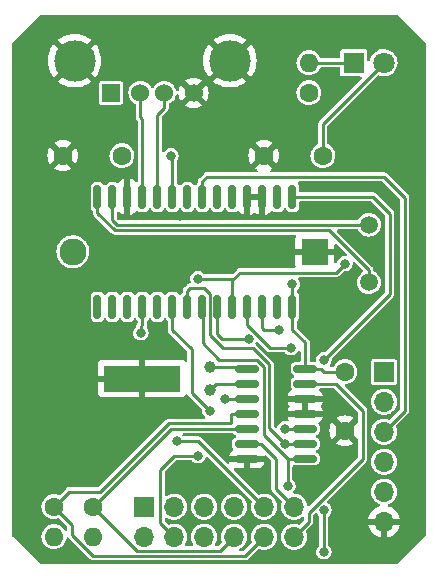
<source format=gbr>
%TF.GenerationSoftware,KiCad,Pcbnew,(6.0.4)*%
%TF.CreationDate,2023-06-25T20:19:56+02:00*%
%TF.ProjectId,CH376_MCP795_Module,43483337-365f-44d4-9350-3739355f4d6f,rev?*%
%TF.SameCoordinates,Original*%
%TF.FileFunction,Copper,L1,Top*%
%TF.FilePolarity,Positive*%
%FSLAX46Y46*%
G04 Gerber Fmt 4.6, Leading zero omitted, Abs format (unit mm)*
G04 Created by KiCad (PCBNEW (6.0.4)) date 2023-06-25 20:19:56*
%MOMM*%
%LPD*%
G01*
G04 APERTURE LIST*
G04 Aperture macros list*
%AMRoundRect*
0 Rectangle with rounded corners*
0 $1 Rounding radius*
0 $2 $3 $4 $5 $6 $7 $8 $9 X,Y pos of 4 corners*
0 Add a 4 corners polygon primitive as box body*
4,1,4,$2,$3,$4,$5,$6,$7,$8,$9,$2,$3,0*
0 Add four circle primitives for the rounded corners*
1,1,$1+$1,$2,$3*
1,1,$1+$1,$4,$5*
1,1,$1+$1,$6,$7*
1,1,$1+$1,$8,$9*
0 Add four rect primitives between the rounded corners*
20,1,$1+$1,$2,$3,$4,$5,0*
20,1,$1+$1,$4,$5,$6,$7,0*
20,1,$1+$1,$6,$7,$8,$9,0*
20,1,$1+$1,$8,$9,$2,$3,0*%
G04 Aperture macros list end*
%TA.AperFunction,ComponentPad*%
%ADD10C,1.600000*%
%TD*%
%TA.AperFunction,ComponentPad*%
%ADD11O,1.600000X1.600000*%
%TD*%
%TA.AperFunction,ComponentPad*%
%ADD12R,1.800000X1.800000*%
%TD*%
%TA.AperFunction,ComponentPad*%
%ADD13C,1.800000*%
%TD*%
%TA.AperFunction,ComponentPad*%
%ADD14R,1.700000X1.700000*%
%TD*%
%TA.AperFunction,ComponentPad*%
%ADD15O,1.700000X1.700000*%
%TD*%
%TA.AperFunction,SMDPad,CuDef*%
%ADD16RoundRect,0.150000X-0.825000X-0.150000X0.825000X-0.150000X0.825000X0.150000X-0.825000X0.150000X0*%
%TD*%
%TA.AperFunction,ComponentPad*%
%ADD17C,1.000000*%
%TD*%
%TA.AperFunction,SMDPad,CuDef*%
%ADD18R,6.500000X2.200000*%
%TD*%
%TA.AperFunction,ComponentPad*%
%ADD19C,1.500000*%
%TD*%
%TA.AperFunction,SMDPad,CuDef*%
%ADD20RoundRect,0.150000X-0.150000X0.875000X-0.150000X-0.875000X0.150000X-0.875000X0.150000X0.875000X0*%
%TD*%
%TA.AperFunction,ComponentPad*%
%ADD21R,2.280000X2.280000*%
%TD*%
%TA.AperFunction,ComponentPad*%
%ADD22C,2.280000*%
%TD*%
%TA.AperFunction,ComponentPad*%
%ADD23R,1.524000X1.524000*%
%TD*%
%TA.AperFunction,ComponentPad*%
%ADD24C,1.524000*%
%TD*%
%TA.AperFunction,ComponentPad*%
%ADD25C,3.500000*%
%TD*%
%TA.AperFunction,ViaPad*%
%ADD26C,0.800000*%
%TD*%
%TA.AperFunction,Conductor*%
%ADD27C,0.250000*%
%TD*%
G04 APERTURE END LIST*
D10*
%TO.P,R0,1*%
%TO.N,/~{IRQ1}*%
X137922000Y-142240000D03*
D11*
%TO.P,R0,2*%
%TO.N,/5V*%
X137922000Y-144780000D03*
%TD*%
D10*
%TO.P,C1,1*%
%TO.N,/GND*%
X152400000Y-112522000D03*
%TO.P,C1,2*%
%TO.N,/5V*%
X157400000Y-112522000D03*
%TD*%
D12*
%TO.P,D0,1,K*%
%TO.N,Net-(D0-Pad1)*%
X160015000Y-104648000D03*
D13*
%TO.P,D0,2,A*%
%TO.N,/5V*%
X162555000Y-104648000D03*
%TD*%
D10*
%TO.P,C0,1*%
%TO.N,/GND*%
X159258000Y-135810000D03*
%TO.P,C0,2*%
%TO.N,/5V*%
X159258000Y-130810000D03*
%TD*%
D14*
%TO.P,J2,1,Pin_1*%
%TO.N,/5V*%
X142240000Y-142240000D03*
D15*
%TO.P,J2,2,Pin_2*%
%TO.N,/GND*%
X142240000Y-144780000D03*
%TO.P,J2,3,Pin_3*%
%TO.N,/SCK*%
X144780000Y-142240000D03*
%TO.P,J2,4,Pin_4*%
%TO.N,/~{ACT}*%
X144780000Y-144780000D03*
%TO.P,J2,5,Pin_5*%
%TO.N,/MOSI*%
X147320000Y-142240000D03*
%TO.P,J2,6,Pin_6*%
%TO.N,/~{IRQ0}*%
X147320000Y-144780000D03*
%TO.P,J2,7,Pin_7*%
%TO.N,/MISO*%
X149860000Y-142240000D03*
%TO.P,J2,8,Pin_8*%
%TO.N,/~{IRQ1}*%
X149860000Y-144780000D03*
%TO.P,J2,9,Pin_9*%
%TO.N,/~{SS0}*%
X152400000Y-142240000D03*
%TO.P,J2,10,Pin_10*%
%TO.N,/~{IRQ2}*%
X152400000Y-144780000D03*
%TO.P,J2,11,Pin_11*%
%TO.N,/~{SS1}*%
X154940000Y-142240000D03*
%TO.P,J2,12,Pin_12*%
%TO.N,/CLKOUT*%
X154940000Y-144780000D03*
%TD*%
D16*
%TO.P,U0,1,X1*%
%TO.N,Net-(U0-Pad1)*%
X150941000Y-130556000D03*
%TO.P,U0,2,X2*%
%TO.N,Net-(U0-Pad2)*%
X150941000Y-131826000D03*
%TO.P,U0,3,VBAT*%
%TO.N,/VBAT*%
X150941000Y-133096000D03*
%TO.P,U0,4,~{WDO}*%
%TO.N,/~{IRQ2}*%
X150941000Y-134366000D03*
%TO.P,U0,5,~{IRQ}*%
%TO.N,/~{IRQ1}*%
X150941000Y-135636000D03*
%TO.P,U0,6,~{CS}*%
%TO.N,/~{SS1}*%
X150941000Y-136906000D03*
%TO.P,U0,7,~{GND}*%
%TO.N,/GND*%
X150941000Y-138176000D03*
%TO.P,U0,8,MISO*%
%TO.N,/MISO*%
X155891000Y-138176000D03*
%TO.P,U0,9,MOSI*%
%TO.N,/MOSI*%
X155891000Y-136906000D03*
%TO.P,U0,10,SCK*%
%TO.N,/SCK*%
X155891000Y-135636000D03*
%TO.P,U0,11,EVLS*%
%TO.N,/GND*%
X155891000Y-134366000D03*
%TO.P,U0,12,EVHS*%
X155891000Y-133096000D03*
%TO.P,U0,13,CLKOUT*%
%TO.N,/CLKOUT*%
X155891000Y-131826000D03*
%TO.P,U0,14,Vcc*%
%TO.N,/5V*%
X155891000Y-130556000D03*
%TD*%
D17*
%TO.P,Y0,1,1*%
%TO.N,Net-(U0-Pad1)*%
X147828000Y-130434000D03*
%TO.P,Y0,2,2*%
%TO.N,Net-(U0-Pad2)*%
X147828000Y-132334000D03*
D18*
%TO.P,Y0,3,3*%
%TO.N,/GND*%
X142078000Y-131384000D03*
%TD*%
D10*
%TO.P,R1,1*%
%TO.N,/~{IRQ2}*%
X134620000Y-142240000D03*
D11*
%TO.P,R1,2*%
%TO.N,/5V*%
X134620000Y-144780000D03*
%TD*%
D14*
%TO.P,J0,1,Pin_1*%
%TO.N,/~{SD_SS}*%
X162560000Y-130810000D03*
D15*
%TO.P,J0,2,Pin_2*%
%TO.N,/SD_SCK*%
X162560000Y-133350000D03*
%TO.P,J0,3,Pin_3*%
%TO.N,/SD_MOSI*%
X162560000Y-135890000D03*
%TO.P,J0,4,Pin_4*%
%TO.N,/SD_MISO*%
X162560000Y-138430000D03*
%TO.P,J0,5,Pin_5*%
%TO.N,/5V*%
X162560000Y-140970000D03*
%TO.P,J0,6,Pin_6*%
%TO.N,/GND*%
X162560000Y-143510000D03*
%TD*%
D10*
%TO.P,R2,1*%
%TO.N,/~{ACT}*%
X156210000Y-107188000D03*
D11*
%TO.P,R2,2*%
%TO.N,Net-(D0-Pad1)*%
X156210000Y-104648000D03*
%TD*%
D19*
%TO.P,Y1,1,1*%
%TO.N,Net-(U1-Pad14)*%
X161290000Y-123244000D03*
%TO.P,Y1,2,2*%
%TO.N,Net-(U1-Pad13)*%
X161290000Y-118364000D03*
%TD*%
D10*
%TO.P,C2,1*%
%TO.N,/GND*%
X135382000Y-112522000D03*
%TO.P,C2,2*%
%TO.N,/3V3*%
X140382000Y-112522000D03*
%TD*%
D20*
%TO.P,U1,1,~{INT}*%
%TO.N,/~{IRQ0}*%
X154813000Y-116000000D03*
%TO.P,U1,2,RST*%
%TO.N,unconnected-(U1-Pad2)*%
X153543000Y-116000000D03*
%TO.P,U1,3,~{WR}*%
%TO.N,/GND*%
X152273000Y-116000000D03*
%TO.P,U1,4,~{RD}*%
X151003000Y-116000000D03*
%TO.P,U1,5,TXD*%
%TO.N,unconnected-(U1-Pad5)*%
X149733000Y-116000000D03*
%TO.P,U1,6,RXD*%
%TO.N,unconnected-(U1-Pad6)*%
X148463000Y-116000000D03*
%TO.P,U1,7,SD_MOSI*%
%TO.N,/SD_MOSI*%
X147193000Y-116000000D03*
%TO.P,U1,8,A0*%
%TO.N,unconnected-(U1-Pad8)*%
X145923000Y-116000000D03*
%TO.P,U1,9,3V3*%
%TO.N,/3V3*%
X144653000Y-116000000D03*
%TO.P,U1,10,USB_DP*%
%TO.N,Net-(J1-Pad3)*%
X143383000Y-116000000D03*
%TO.P,U1,11,USB_DM*%
%TO.N,Net-(J1-Pad2)*%
X142113000Y-116000000D03*
%TO.P,U1,12,GND*%
%TO.N,/GND*%
X140843000Y-116000000D03*
%TO.P,U1,13,XI*%
%TO.N,Net-(U1-Pad13)*%
X139573000Y-116000000D03*
%TO.P,U1,14,XO*%
%TO.N,Net-(U1-Pad14)*%
X138303000Y-116000000D03*
%TO.P,U1,15,D0*%
%TO.N,unconnected-(U1-Pad15)*%
X138303000Y-125300000D03*
%TO.P,U1,16,D1*%
%TO.N,unconnected-(U1-Pad16)*%
X139573000Y-125300000D03*
%TO.P,U1,17,D2*%
%TO.N,unconnected-(U1-Pad17)*%
X140843000Y-125300000D03*
%TO.P,U1,18,D3*%
%TO.N,/~{SS0}*%
X142113000Y-125300000D03*
%TO.P,U1,19,D4*%
%TO.N,unconnected-(U1-Pad19)*%
X143383000Y-125300000D03*
%TO.P,U1,20,D5*%
%TO.N,/SCK*%
X144653000Y-125300000D03*
%TO.P,U1,21,D6*%
%TO.N,/MOSI*%
X145923000Y-125300000D03*
%TO.P,U1,22,D7*%
%TO.N,/MISO*%
X147193000Y-125300000D03*
%TO.P,U1,23,SD_CS*%
%TO.N,/~{SD_SS}*%
X148463000Y-125300000D03*
%TO.P,U1,24,~{ACT}*%
%TO.N,/~{ACT}*%
X149733000Y-125300000D03*
%TO.P,U1,25,SD_MISO*%
%TO.N,/SD_MISO*%
X151003000Y-125300000D03*
%TO.P,U1,26,SD_SCK*%
%TO.N,/SD_SCK*%
X152273000Y-125300000D03*
%TO.P,U1,27,~{PCS}*%
%TO.N,unconnected-(U1-Pad27)*%
X153543000Y-125300000D03*
%TO.P,U1,28,Vcc*%
%TO.N,/5V*%
X154813000Y-125300000D03*
%TD*%
D21*
%TO.P,BT0,1,GND*%
%TO.N,/GND*%
X156718000Y-120650000D03*
D22*
%TO.P,BT0,2,+3V3*%
%TO.N,/VBAT*%
X136228000Y-120650000D03*
%TD*%
D23*
%TO.P,J1,1,VBUS*%
%TO.N,/5V*%
X139446000Y-107188000D03*
D24*
%TO.P,J1,2,D-*%
%TO.N,Net-(J1-Pad2)*%
X141946000Y-107188000D03*
%TO.P,J1,3,D+*%
%TO.N,Net-(J1-Pad3)*%
X143946000Y-107188000D03*
%TO.P,J1,4,GND*%
%TO.N,/GND*%
X146446000Y-107188000D03*
D25*
%TO.P,J1,5,Shield*%
X136376000Y-104478000D03*
X149516000Y-104478000D03*
%TD*%
D26*
%TO.N,/GND*%
X157480000Y-101600000D03*
X145034000Y-129032000D03*
X153924000Y-130302000D03*
X145796000Y-133858000D03*
X132080000Y-137160000D03*
X132080000Y-111760000D03*
X145288000Y-121666000D03*
X155956000Y-115062000D03*
X149098000Y-120650000D03*
X145034000Y-139192000D03*
X138684000Y-119634000D03*
X160274000Y-110744000D03*
X145542000Y-114300000D03*
X139700000Y-101600000D03*
X165100000Y-116840000D03*
X144272000Y-110236000D03*
X161290000Y-120904000D03*
X145288000Y-119634000D03*
X162560000Y-125984000D03*
X159512000Y-140716000D03*
X132080000Y-116840000D03*
X139192000Y-138938000D03*
X165100000Y-132080000D03*
X153924000Y-134366000D03*
X165100000Y-106680000D03*
X158496000Y-144780000D03*
X152146000Y-139700000D03*
X138684000Y-121666000D03*
X158496000Y-139192000D03*
X162560000Y-115570000D03*
X153924000Y-120650000D03*
X134620000Y-101600000D03*
X165100000Y-121920000D03*
X141986000Y-136144000D03*
X156210000Y-140970000D03*
X161290000Y-116840000D03*
X162560000Y-101600000D03*
X165100000Y-137160000D03*
X165100000Y-142240000D03*
X145288000Y-117602000D03*
X165100000Y-111760000D03*
X132080000Y-121920000D03*
X144780000Y-101600000D03*
X156718000Y-126238000D03*
X161290000Y-124714000D03*
X132080000Y-106680000D03*
X132080000Y-142240000D03*
X132080000Y-132080000D03*
X165100000Y-127000000D03*
X141224000Y-110236000D03*
X132080000Y-127000000D03*
X152400000Y-101600000D03*
X158242000Y-110744000D03*
%TO.N,/VBAT*%
X149098000Y-133096000D03*
%TO.N,/5V*%
X154812633Y-123403847D03*
%TO.N,/~{SD_SS}*%
X151130000Y-128016000D03*
%TO.N,/SD_SCK*%
X153670000Y-127254000D03*
%TO.N,/SD_MISO*%
X154686000Y-128778000D03*
%TO.N,/SCK*%
X154178000Y-135636000D03*
X147828000Y-134112000D03*
%TO.N,/~{ACT}*%
X146812000Y-122936000D03*
X159258000Y-121666000D03*
X146812000Y-137922000D03*
%TO.N,/MOSI*%
X154178000Y-136906000D03*
%TO.N,/~{IRQ0}*%
X157480000Y-129794000D03*
X157480000Y-142494000D03*
X157480000Y-146050000D03*
%TO.N,/MISO*%
X154432000Y-140462000D03*
%TO.N,/~{SS0}*%
X141986000Y-127508000D03*
X145034000Y-136652000D03*
%TO.N,/3V3*%
X144526000Y-112522000D03*
%TD*%
D27*
%TO.N,/VBAT*%
X150941000Y-133096000D02*
X149098000Y-133096000D01*
%TO.N,Net-(D0-Pad1)*%
X156210000Y-104648000D02*
X160020000Y-104648000D01*
%TO.N,/5V*%
X157400000Y-109808000D02*
X162560000Y-104648000D01*
X155891000Y-130556000D02*
X155891000Y-128335456D01*
X157400000Y-112522000D02*
X157400000Y-109808000D01*
X157226000Y-130556000D02*
X157480000Y-130810000D01*
X155891000Y-128335456D02*
X154813366Y-127257822D01*
X154812633Y-123403847D02*
X154812633Y-125349367D01*
X154813366Y-127257822D02*
X154813366Y-125348634D01*
X155956000Y-130556000D02*
X157226000Y-130556000D01*
X157480000Y-130810000D02*
X159258000Y-130810000D01*
%TO.N,/~{SD_SS}*%
X148844000Y-128016000D02*
X151130000Y-128016000D01*
X148463000Y-125300000D02*
X148463000Y-127635000D01*
X148463000Y-127635000D02*
X148844000Y-128016000D01*
%TO.N,/SD_SCK*%
X152273000Y-127127000D02*
X152400000Y-127254000D01*
X152400000Y-127254000D02*
X153670000Y-127254000D01*
X152273000Y-125300000D02*
X152273000Y-127127000D01*
%TO.N,/SD_MOSI*%
X147193000Y-114681000D02*
X147574000Y-114300000D01*
X147574000Y-114300000D02*
X162560000Y-114300000D01*
X164338000Y-134112000D02*
X162560000Y-135890000D01*
X164338000Y-116078000D02*
X164338000Y-134112000D01*
X162560000Y-114300000D02*
X164338000Y-116078000D01*
X147193000Y-116000000D02*
X147193000Y-114681000D01*
%TO.N,/SD_MISO*%
X152916614Y-128778000D02*
X154686000Y-128778000D01*
X151003000Y-125300000D02*
X151003000Y-126864386D01*
X151003000Y-126864386D02*
X152916614Y-128778000D01*
%TO.N,Net-(J1-Pad2)*%
X142113173Y-109413887D02*
X142113173Y-115950827D01*
X141946000Y-109246714D02*
X142113173Y-109413887D01*
X141946000Y-107188000D02*
X141946000Y-109246714D01*
%TO.N,Net-(J1-Pad3)*%
X143384911Y-109059469D02*
X143384911Y-115952911D01*
X143946000Y-108498380D02*
X143384911Y-109059469D01*
X143946000Y-107188000D02*
X143946000Y-108498380D01*
%TO.N,/SCK*%
X146304000Y-128926253D02*
X144654911Y-127277164D01*
X146304000Y-132588000D02*
X146304000Y-128926253D01*
X155891000Y-135636000D02*
X154178000Y-135636000D01*
X147828000Y-134112000D02*
X146304000Y-132588000D01*
X144654911Y-127277164D02*
X144654911Y-125347089D01*
%TO.N,/~{ACT}*%
X144780000Y-137922000D02*
X146812000Y-137922000D01*
X149733000Y-125300000D02*
X149733000Y-123063000D01*
X143605489Y-139096511D02*
X144780000Y-137922000D01*
X143605489Y-143605489D02*
X143605489Y-139096511D01*
X144780000Y-144780000D02*
X143605489Y-143605489D01*
X158496000Y-122428000D02*
X159258000Y-121666000D01*
X150368000Y-122428000D02*
X158496000Y-122428000D01*
X149606915Y-122936000D02*
X149734120Y-123063205D01*
X146812000Y-122936000D02*
X149606915Y-122936000D01*
X149733000Y-123063000D02*
X150368000Y-122428000D01*
%TO.N,/MOSI*%
X154178000Y-136906000D02*
X152849520Y-135577520D01*
X145922633Y-123946556D02*
X145922633Y-125302459D01*
X147817520Y-124228448D02*
X147287072Y-123698000D01*
X152849520Y-135577520D02*
X152849520Y-130182731D01*
X154178000Y-136906000D02*
X155702000Y-136906000D01*
X146171189Y-123698000D02*
X145922633Y-123946556D01*
X152849520Y-130182731D02*
X151444789Y-128778000D01*
X148922152Y-128778000D02*
X147817520Y-127673368D01*
X151444789Y-128778000D02*
X148922152Y-128778000D01*
X147287072Y-123698000D02*
X146171189Y-123698000D01*
X147817520Y-127673368D02*
X147817520Y-124228448D01*
%TO.N,/~{IRQ0}*%
X163068000Y-117418305D02*
X161640480Y-115990785D01*
X157480000Y-142494000D02*
X157480000Y-146050000D01*
X157480000Y-129794000D02*
X163068000Y-124206000D01*
X161640480Y-115990785D02*
X154816184Y-115990785D01*
X163068000Y-124206000D02*
X163068000Y-117418305D01*
%TO.N,/MISO*%
X151825072Y-129794000D02*
X148590000Y-129794000D01*
X147202632Y-128406632D02*
X147202632Y-125286860D01*
X151825072Y-129794000D02*
X152400000Y-130368928D01*
X152400000Y-136152614D02*
X154423386Y-138176000D01*
X152400000Y-130368928D02*
X152400000Y-136152614D01*
X154423386Y-138176000D02*
X155956000Y-138176000D01*
X148590000Y-129794000D02*
X147202632Y-128406632D01*
X154423386Y-138176000D02*
X154423386Y-140453386D01*
%TO.N,/~{IRQ1}*%
X148685489Y-145954511D02*
X141636511Y-145954511D01*
X150941000Y-135636000D02*
X144526000Y-135636000D01*
X141636511Y-145954511D02*
X137922000Y-142240000D01*
X149860000Y-144780000D02*
X148685489Y-145954511D01*
X144526000Y-135636000D02*
X137922000Y-142240000D01*
%TO.N,/~{SS0}*%
X141986000Y-127508000D02*
X141986000Y-126955742D01*
X141986000Y-126955742D02*
X142113662Y-126828080D01*
X142113662Y-126828080D02*
X142113662Y-125349662D01*
X146812000Y-136652000D02*
X145034000Y-136652000D01*
X152400000Y-142240000D02*
X146812000Y-136652000D01*
%TO.N,/~{IRQ2}*%
X138556282Y-140970000D02*
X135890000Y-140970000D01*
X137955731Y-146404031D02*
X136144000Y-144592300D01*
X150775969Y-146404031D02*
X137955731Y-146404031D01*
X150941000Y-134366000D02*
X149606000Y-134366000D01*
X136144000Y-143764000D02*
X134620000Y-142240000D01*
X144339802Y-135186480D02*
X138556282Y-140970000D01*
X136144000Y-144592300D02*
X136144000Y-143764000D01*
X135890000Y-140970000D02*
X134620000Y-142240000D01*
X152400000Y-144780000D02*
X150775969Y-146404031D01*
X149606000Y-134366000D02*
X149606000Y-135186480D01*
X149606000Y-135186480D02*
X144339802Y-135186480D01*
%TO.N,/~{SS1}*%
X154940000Y-142240000D02*
X153416000Y-140716000D01*
X153416000Y-140716000D02*
X153416000Y-138176000D01*
X153416000Y-138176000D02*
X152146000Y-136906000D01*
X152146000Y-136906000D02*
X150876000Y-136906000D01*
%TO.N,/CLKOUT*%
X155891000Y-131826000D02*
X158496000Y-131826000D01*
X154940000Y-144780000D02*
X156210000Y-143510000D01*
X160782000Y-134112000D02*
X160782000Y-138167386D01*
X158496000Y-131826000D02*
X160782000Y-134112000D01*
X160782000Y-138167386D02*
X156210000Y-142739386D01*
X156210000Y-143510000D02*
X156210000Y-142748000D01*
%TO.N,Net-(U0-Pad1)*%
X147828000Y-130434000D02*
X151008000Y-130434000D01*
%TO.N,Net-(U0-Pad2)*%
X147828000Y-132334000D02*
X148336000Y-131826000D01*
X148336000Y-131826000D02*
X150876000Y-131826000D01*
%TO.N,/3V3*%
X144653000Y-116000000D02*
X144653000Y-112649000D01*
X144653000Y-112649000D02*
X144526000Y-112522000D01*
%TO.N,Net-(U1-Pad13)*%
X139574911Y-117984911D02*
X139574911Y-115986731D01*
X161290000Y-118364000D02*
X139954000Y-118364000D01*
X139954000Y-118364000D02*
X139574911Y-117984911D01*
%TO.N,Net-(U1-Pad14)*%
X139767802Y-118813520D02*
X138309543Y-117355261D01*
X157920180Y-118813520D02*
X139767802Y-118813520D01*
X138309543Y-117355261D02*
X138309543Y-115992097D01*
X161290000Y-123244000D02*
X161290000Y-122183340D01*
X161290000Y-122183340D02*
X157920180Y-118813520D01*
%TD*%
%TA.AperFunction,Conductor*%
%TO.N,/GND*%
G36*
X163740513Y-100604502D02*
G01*
X163761487Y-100621405D01*
X166078595Y-102938512D01*
X166112620Y-103000824D01*
X166115500Y-103027607D01*
X166115500Y-144622393D01*
X166095498Y-144690514D01*
X166078595Y-144711488D01*
X163761487Y-147028595D01*
X163699175Y-147062621D01*
X163672392Y-147065500D01*
X133507607Y-147065500D01*
X133439486Y-147045498D01*
X133418512Y-147028595D01*
X131155124Y-144765206D01*
X133560501Y-144765206D01*
X133564918Y-144817808D01*
X133575831Y-144947755D01*
X133577806Y-144971278D01*
X133634807Y-145170066D01*
X133637625Y-145175548D01*
X133637626Y-145175552D01*
X133726514Y-145348509D01*
X133726517Y-145348513D01*
X133729334Y-145353995D01*
X133857786Y-145516061D01*
X133862479Y-145520055D01*
X133862480Y-145520056D01*
X133918851Y-145568031D01*
X134015271Y-145650091D01*
X134195789Y-145750980D01*
X134392466Y-145814884D01*
X134597809Y-145839370D01*
X134603944Y-145838898D01*
X134603946Y-145838898D01*
X134797856Y-145823977D01*
X134797860Y-145823976D01*
X134803998Y-145823504D01*
X135003178Y-145767892D01*
X135008682Y-145765112D01*
X135008684Y-145765111D01*
X135182262Y-145677431D01*
X135182264Y-145677430D01*
X135187763Y-145674652D01*
X135350722Y-145547334D01*
X135354748Y-145542670D01*
X135354751Y-145542667D01*
X135481819Y-145395457D01*
X135481820Y-145395455D01*
X135485848Y-145390789D01*
X135576528Y-145231165D01*
X135584950Y-145216340D01*
X135584952Y-145216336D01*
X135587995Y-145210979D01*
X135643403Y-145044414D01*
X135651325Y-145020601D01*
X135651326Y-145020598D01*
X135653270Y-145014753D01*
X135663213Y-144936047D01*
X135691593Y-144870976D01*
X135750653Y-144831574D01*
X135821639Y-144830357D01*
X135873742Y-144859315D01*
X135879581Y-144864712D01*
X135883152Y-144868146D01*
X137649253Y-146634247D01*
X137664395Y-146652995D01*
X137665510Y-146654220D01*
X137671160Y-146662971D01*
X137679338Y-146669418D01*
X137679340Y-146669420D01*
X137697531Y-146683760D01*
X137701973Y-146687707D01*
X137702035Y-146687634D01*
X137705998Y-146690992D01*
X137709675Y-146694669D01*
X137713904Y-146697691D01*
X137725377Y-146705890D01*
X137730123Y-146709453D01*
X137737435Y-146715217D01*
X137770378Y-146741187D01*
X137779014Y-146744220D01*
X137786466Y-146749545D01*
X137833131Y-146763501D01*
X137835586Y-146764235D01*
X137841233Y-146766070D01*
X137882101Y-146780422D01*
X137882103Y-146780422D01*
X137889582Y-146783049D01*
X137895147Y-146783531D01*
X137897854Y-146783531D01*
X137900486Y-146783645D01*
X137900587Y-146783675D01*
X137900580Y-146783838D01*
X137901280Y-146783882D01*
X137907509Y-146785745D01*
X137958290Y-146783749D01*
X137961381Y-146783628D01*
X137966329Y-146783531D01*
X150722049Y-146783531D01*
X150745997Y-146786080D01*
X150747662Y-146786159D01*
X150757845Y-146788351D01*
X150768186Y-146787127D01*
X150791192Y-146784404D01*
X150797123Y-146784054D01*
X150797115Y-146783959D01*
X150802293Y-146783531D01*
X150807493Y-146783531D01*
X150812622Y-146782677D01*
X150812625Y-146782677D01*
X150826534Y-146780362D01*
X150832412Y-146779525D01*
X150872970Y-146774725D01*
X150872971Y-146774725D01*
X150883310Y-146773501D01*
X150891562Y-146769538D01*
X150900595Y-146768035D01*
X150909764Y-146763088D01*
X150909766Y-146763087D01*
X150945701Y-146743697D01*
X150950994Y-146741000D01*
X150990051Y-146722246D01*
X150990055Y-146722243D01*
X150997201Y-146718812D01*
X151001477Y-146715217D01*
X151003400Y-146713294D01*
X151005332Y-146711522D01*
X151005411Y-146711479D01*
X151005524Y-146711603D01*
X151006064Y-146711127D01*
X151011783Y-146708041D01*
X151030580Y-146687707D01*
X151048385Y-146668445D01*
X151051815Y-146664879D01*
X151874107Y-145842587D01*
X151936419Y-145808561D01*
X152012941Y-145815915D01*
X152057228Y-145834942D01*
X152130244Y-145851464D01*
X152249579Y-145878467D01*
X152249584Y-145878468D01*
X152255216Y-145879742D01*
X152260987Y-145879969D01*
X152260989Y-145879969D01*
X152320756Y-145882317D01*
X152458053Y-145887712D01*
X152568155Y-145871748D01*
X152653231Y-145859413D01*
X152653236Y-145859412D01*
X152658945Y-145858584D01*
X152664409Y-145856729D01*
X152664414Y-145856728D01*
X152845693Y-145795192D01*
X152845698Y-145795190D01*
X152851165Y-145793334D01*
X152880025Y-145777172D01*
X152949178Y-145738444D01*
X153028276Y-145694147D01*
X153081248Y-145650091D01*
X153179913Y-145568031D01*
X153184345Y-145564345D01*
X153227484Y-145512476D01*
X153310453Y-145412718D01*
X153310455Y-145412715D01*
X153314147Y-145408276D01*
X153413334Y-145231165D01*
X153415190Y-145225698D01*
X153415192Y-145225693D01*
X153476728Y-145044414D01*
X153476729Y-145044409D01*
X153478584Y-145038945D01*
X153479412Y-145033236D01*
X153479413Y-145033231D01*
X153503605Y-144866379D01*
X153507712Y-144838053D01*
X153509232Y-144780000D01*
X153494328Y-144617799D01*
X153491187Y-144583613D01*
X153491186Y-144583610D01*
X153490658Y-144577859D01*
X153487262Y-144565817D01*
X153437125Y-144388046D01*
X153437124Y-144388044D01*
X153435557Y-144382487D01*
X153429782Y-144370775D01*
X153348331Y-144205609D01*
X153345776Y-144200428D01*
X153224320Y-144037779D01*
X153075258Y-143899987D01*
X153070375Y-143896906D01*
X153070371Y-143896903D01*
X152908464Y-143794748D01*
X152903581Y-143791667D01*
X152715039Y-143716446D01*
X152709379Y-143715320D01*
X152709375Y-143715319D01*
X152521613Y-143677971D01*
X152521610Y-143677971D01*
X152515946Y-143676844D01*
X152510171Y-143676768D01*
X152510167Y-143676768D01*
X152408793Y-143675441D01*
X152312971Y-143674187D01*
X152307274Y-143675166D01*
X152307273Y-143675166D01*
X152118607Y-143707585D01*
X152112910Y-143708564D01*
X151922463Y-143778824D01*
X151748010Y-143882612D01*
X151743670Y-143886418D01*
X151743666Y-143886421D01*
X151606547Y-144006672D01*
X151595392Y-144016455D01*
X151591817Y-144020990D01*
X151591816Y-144020991D01*
X151574931Y-144042409D01*
X151469720Y-144175869D01*
X151467031Y-144180980D01*
X151467029Y-144180983D01*
X151454073Y-144205609D01*
X151375203Y-144355515D01*
X151315007Y-144549378D01*
X151291148Y-144750964D01*
X151304424Y-144953522D01*
X151305845Y-144959118D01*
X151305846Y-144959123D01*
X151326119Y-145038945D01*
X151354392Y-145150269D01*
X151361375Y-145165417D01*
X151371730Y-145235652D01*
X151342468Y-145300338D01*
X151336044Y-145307262D01*
X150655680Y-145987626D01*
X150593368Y-146021652D01*
X150566585Y-146024531D01*
X150381190Y-146024531D01*
X150313069Y-146004529D01*
X150266576Y-145950873D01*
X150256472Y-145880599D01*
X150285966Y-145816019D01*
X150319624Y-145788597D01*
X150409457Y-145738288D01*
X150488276Y-145694147D01*
X150541248Y-145650091D01*
X150639913Y-145568031D01*
X150644345Y-145564345D01*
X150687484Y-145512476D01*
X150770453Y-145412718D01*
X150770455Y-145412715D01*
X150774147Y-145408276D01*
X150873334Y-145231165D01*
X150875190Y-145225698D01*
X150875192Y-145225693D01*
X150936728Y-145044414D01*
X150936729Y-145044409D01*
X150938584Y-145038945D01*
X150939412Y-145033236D01*
X150939413Y-145033231D01*
X150963605Y-144866379D01*
X150967712Y-144838053D01*
X150969232Y-144780000D01*
X150954328Y-144617799D01*
X150951187Y-144583613D01*
X150951186Y-144583610D01*
X150950658Y-144577859D01*
X150947262Y-144565817D01*
X150897125Y-144388046D01*
X150897124Y-144388044D01*
X150895557Y-144382487D01*
X150889782Y-144370775D01*
X150808331Y-144205609D01*
X150805776Y-144200428D01*
X150684320Y-144037779D01*
X150535258Y-143899987D01*
X150530375Y-143896906D01*
X150530371Y-143896903D01*
X150368464Y-143794748D01*
X150363581Y-143791667D01*
X150175039Y-143716446D01*
X150169379Y-143715320D01*
X150169375Y-143715319D01*
X149981613Y-143677971D01*
X149981610Y-143677971D01*
X149975946Y-143676844D01*
X149970171Y-143676768D01*
X149970167Y-143676768D01*
X149868793Y-143675441D01*
X149772971Y-143674187D01*
X149767274Y-143675166D01*
X149767273Y-143675166D01*
X149578607Y-143707585D01*
X149572910Y-143708564D01*
X149382463Y-143778824D01*
X149208010Y-143882612D01*
X149203670Y-143886418D01*
X149203666Y-143886421D01*
X149066547Y-144006672D01*
X149055392Y-144016455D01*
X149051817Y-144020990D01*
X149051816Y-144020991D01*
X149034931Y-144042409D01*
X148929720Y-144175869D01*
X148927031Y-144180980D01*
X148927029Y-144180983D01*
X148914073Y-144205609D01*
X148835203Y-144355515D01*
X148775007Y-144549378D01*
X148751148Y-144750964D01*
X148764424Y-144953522D01*
X148765845Y-144959118D01*
X148765846Y-144959123D01*
X148786119Y-145038945D01*
X148814392Y-145150269D01*
X148821375Y-145165417D01*
X148831730Y-145235652D01*
X148802468Y-145300338D01*
X148796044Y-145307262D01*
X148565200Y-145538106D01*
X148502888Y-145572132D01*
X148476105Y-145575011D01*
X148355747Y-145575011D01*
X148287626Y-145555009D01*
X148241133Y-145501353D01*
X148231029Y-145431079D01*
X148245813Y-145387445D01*
X148330510Y-145236208D01*
X148330511Y-145236206D01*
X148333334Y-145231165D01*
X148335190Y-145225698D01*
X148335192Y-145225693D01*
X148396728Y-145044414D01*
X148396729Y-145044409D01*
X148398584Y-145038945D01*
X148399412Y-145033236D01*
X148399413Y-145033231D01*
X148423605Y-144866379D01*
X148427712Y-144838053D01*
X148429232Y-144780000D01*
X148414328Y-144617799D01*
X148411187Y-144583613D01*
X148411186Y-144583610D01*
X148410658Y-144577859D01*
X148407262Y-144565817D01*
X148357125Y-144388046D01*
X148357124Y-144388044D01*
X148355557Y-144382487D01*
X148349782Y-144370775D01*
X148268331Y-144205609D01*
X148265776Y-144200428D01*
X148144320Y-144037779D01*
X147995258Y-143899987D01*
X147990375Y-143896906D01*
X147990371Y-143896903D01*
X147828464Y-143794748D01*
X147823581Y-143791667D01*
X147635039Y-143716446D01*
X147629379Y-143715320D01*
X147629375Y-143715319D01*
X147441613Y-143677971D01*
X147441610Y-143677971D01*
X147435946Y-143676844D01*
X147430171Y-143676768D01*
X147430167Y-143676768D01*
X147328793Y-143675441D01*
X147232971Y-143674187D01*
X147227274Y-143675166D01*
X147227273Y-143675166D01*
X147038607Y-143707585D01*
X147032910Y-143708564D01*
X146842463Y-143778824D01*
X146668010Y-143882612D01*
X146663670Y-143886418D01*
X146663666Y-143886421D01*
X146526547Y-144006672D01*
X146515392Y-144016455D01*
X146511817Y-144020990D01*
X146511816Y-144020991D01*
X146494931Y-144042409D01*
X146389720Y-144175869D01*
X146387031Y-144180980D01*
X146387029Y-144180983D01*
X146374073Y-144205609D01*
X146295203Y-144355515D01*
X146235007Y-144549378D01*
X146211148Y-144750964D01*
X146224424Y-144953522D01*
X146225845Y-144959118D01*
X146225846Y-144959123D01*
X146246119Y-145038945D01*
X146274392Y-145150269D01*
X146276807Y-145155507D01*
X146276809Y-145155512D01*
X146313754Y-145235652D01*
X146359377Y-145334616D01*
X146362710Y-145339332D01*
X146388830Y-145376291D01*
X146411811Y-145443465D01*
X146394827Y-145512400D01*
X146343269Y-145561210D01*
X146285933Y-145575011D01*
X145815747Y-145575011D01*
X145747626Y-145555009D01*
X145701133Y-145501353D01*
X145691029Y-145431079D01*
X145705813Y-145387445D01*
X145790510Y-145236208D01*
X145790511Y-145236206D01*
X145793334Y-145231165D01*
X145795190Y-145225698D01*
X145795192Y-145225693D01*
X145856728Y-145044414D01*
X145856729Y-145044409D01*
X145858584Y-145038945D01*
X145859412Y-145033236D01*
X145859413Y-145033231D01*
X145883605Y-144866379D01*
X145887712Y-144838053D01*
X145889232Y-144780000D01*
X145874328Y-144617799D01*
X145871187Y-144583613D01*
X145871186Y-144583610D01*
X145870658Y-144577859D01*
X145867262Y-144565817D01*
X145817125Y-144388046D01*
X145817124Y-144388044D01*
X145815557Y-144382487D01*
X145809782Y-144370775D01*
X145728331Y-144205609D01*
X145725776Y-144200428D01*
X145604320Y-144037779D01*
X145455258Y-143899987D01*
X145450375Y-143896906D01*
X145450371Y-143896903D01*
X145288464Y-143794748D01*
X145283581Y-143791667D01*
X145095039Y-143716446D01*
X145089379Y-143715320D01*
X145089375Y-143715319D01*
X144901613Y-143677971D01*
X144901610Y-143677971D01*
X144895946Y-143676844D01*
X144890171Y-143676768D01*
X144890167Y-143676768D01*
X144788793Y-143675441D01*
X144692971Y-143674187D01*
X144687274Y-143675166D01*
X144687273Y-143675166D01*
X144498607Y-143707585D01*
X144492910Y-143708564D01*
X144387671Y-143747389D01*
X144316839Y-143752201D01*
X144254966Y-143718272D01*
X144021894Y-143485200D01*
X143987868Y-143422888D01*
X143984989Y-143396105D01*
X143984989Y-143272985D01*
X144004991Y-143204864D01*
X144058647Y-143158371D01*
X144128921Y-143148267D01*
X144180990Y-143168219D01*
X144250720Y-143214812D01*
X144256023Y-143217090D01*
X144256026Y-143217092D01*
X144392238Y-143275613D01*
X144437228Y-143294942D01*
X144510244Y-143311464D01*
X144629579Y-143338467D01*
X144629584Y-143338468D01*
X144635216Y-143339742D01*
X144640987Y-143339969D01*
X144640989Y-143339969D01*
X144700756Y-143342317D01*
X144838053Y-143347712D01*
X144945348Y-143332155D01*
X145033231Y-143319413D01*
X145033236Y-143319412D01*
X145038945Y-143318584D01*
X145044409Y-143316729D01*
X145044414Y-143316728D01*
X145225693Y-143255192D01*
X145225698Y-143255190D01*
X145231165Y-143253334D01*
X145247506Y-143244183D01*
X145317946Y-143204734D01*
X145408276Y-143154147D01*
X145412723Y-143150449D01*
X145555839Y-143031419D01*
X145564345Y-143024345D01*
X145621463Y-142955669D01*
X145690453Y-142872718D01*
X145690455Y-142872715D01*
X145694147Y-142868276D01*
X145793334Y-142691165D01*
X145795190Y-142685698D01*
X145795192Y-142685693D01*
X145856728Y-142504414D01*
X145856729Y-142504409D01*
X145858584Y-142498945D01*
X145859412Y-142493236D01*
X145859413Y-142493231D01*
X145887179Y-142301727D01*
X145887712Y-142298053D01*
X145889232Y-142240000D01*
X145886564Y-142210964D01*
X146211148Y-142210964D01*
X146224424Y-142413522D01*
X146225845Y-142419118D01*
X146225846Y-142419123D01*
X146248981Y-142510215D01*
X146274392Y-142610269D01*
X146276809Y-142615512D01*
X146337920Y-142748072D01*
X146359377Y-142794616D01*
X146369196Y-142808509D01*
X146468322Y-142948770D01*
X146476533Y-142960389D01*
X146621938Y-143102035D01*
X146790720Y-143214812D01*
X146796023Y-143217090D01*
X146796026Y-143217092D01*
X146932238Y-143275613D01*
X146977228Y-143294942D01*
X147050244Y-143311464D01*
X147169579Y-143338467D01*
X147169584Y-143338468D01*
X147175216Y-143339742D01*
X147180987Y-143339969D01*
X147180989Y-143339969D01*
X147240756Y-143342317D01*
X147378053Y-143347712D01*
X147485348Y-143332155D01*
X147573231Y-143319413D01*
X147573236Y-143319412D01*
X147578945Y-143318584D01*
X147584409Y-143316729D01*
X147584414Y-143316728D01*
X147765693Y-143255192D01*
X147765698Y-143255190D01*
X147771165Y-143253334D01*
X147787506Y-143244183D01*
X147857946Y-143204734D01*
X147948276Y-143154147D01*
X147952723Y-143150449D01*
X148095839Y-143031419D01*
X148104345Y-143024345D01*
X148161463Y-142955669D01*
X148230453Y-142872718D01*
X148230455Y-142872715D01*
X148234147Y-142868276D01*
X148333334Y-142691165D01*
X148335190Y-142685698D01*
X148335192Y-142685693D01*
X148396728Y-142504414D01*
X148396729Y-142504409D01*
X148398584Y-142498945D01*
X148399412Y-142493236D01*
X148399413Y-142493231D01*
X148427179Y-142301727D01*
X148427712Y-142298053D01*
X148429232Y-142240000D01*
X148426564Y-142210964D01*
X148751148Y-142210964D01*
X148764424Y-142413522D01*
X148765845Y-142419118D01*
X148765846Y-142419123D01*
X148788981Y-142510215D01*
X148814392Y-142610269D01*
X148816809Y-142615512D01*
X148877920Y-142748072D01*
X148899377Y-142794616D01*
X148909196Y-142808509D01*
X149008322Y-142948770D01*
X149016533Y-142960389D01*
X149161938Y-143102035D01*
X149330720Y-143214812D01*
X149336023Y-143217090D01*
X149336026Y-143217092D01*
X149472238Y-143275613D01*
X149517228Y-143294942D01*
X149590244Y-143311464D01*
X149709579Y-143338467D01*
X149709584Y-143338468D01*
X149715216Y-143339742D01*
X149720987Y-143339969D01*
X149720989Y-143339969D01*
X149780756Y-143342317D01*
X149918053Y-143347712D01*
X150025348Y-143332155D01*
X150113231Y-143319413D01*
X150113236Y-143319412D01*
X150118945Y-143318584D01*
X150124409Y-143316729D01*
X150124414Y-143316728D01*
X150305693Y-143255192D01*
X150305698Y-143255190D01*
X150311165Y-143253334D01*
X150327506Y-143244183D01*
X150397946Y-143204734D01*
X150488276Y-143154147D01*
X150492723Y-143150449D01*
X150635839Y-143031419D01*
X150644345Y-143024345D01*
X150701463Y-142955669D01*
X150770453Y-142872718D01*
X150770455Y-142872715D01*
X150774147Y-142868276D01*
X150873334Y-142691165D01*
X150875190Y-142685698D01*
X150875192Y-142685693D01*
X150936728Y-142504414D01*
X150936729Y-142504409D01*
X150938584Y-142498945D01*
X150939412Y-142493236D01*
X150939413Y-142493231D01*
X150967179Y-142301727D01*
X150967712Y-142298053D01*
X150969232Y-142240000D01*
X150952044Y-142052941D01*
X150951187Y-142043613D01*
X150951186Y-142043610D01*
X150950658Y-142037859D01*
X150947015Y-142024942D01*
X150897125Y-141848046D01*
X150897124Y-141848044D01*
X150895557Y-141842487D01*
X150888636Y-141828451D01*
X150808331Y-141665609D01*
X150805776Y-141660428D01*
X150684320Y-141497779D01*
X150535258Y-141359987D01*
X150530375Y-141356906D01*
X150530371Y-141356903D01*
X150368464Y-141254748D01*
X150363581Y-141251667D01*
X150175039Y-141176446D01*
X150169379Y-141175320D01*
X150169375Y-141175319D01*
X149981613Y-141137971D01*
X149981610Y-141137971D01*
X149975946Y-141136844D01*
X149970171Y-141136768D01*
X149970167Y-141136768D01*
X149868793Y-141135441D01*
X149772971Y-141134187D01*
X149767274Y-141135166D01*
X149767273Y-141135166D01*
X149693492Y-141147844D01*
X149572910Y-141168564D01*
X149382463Y-141238824D01*
X149377502Y-141241776D01*
X149377501Y-141241776D01*
X149364473Y-141249527D01*
X149208010Y-141342612D01*
X149203670Y-141346418D01*
X149203666Y-141346421D01*
X149124677Y-141415693D01*
X149055392Y-141476455D01*
X148929720Y-141635869D01*
X148927031Y-141640980D01*
X148927029Y-141640983D01*
X148879128Y-141732027D01*
X148835203Y-141815515D01*
X148817933Y-141871134D01*
X148778991Y-141996549D01*
X148775007Y-142009378D01*
X148751148Y-142210964D01*
X148426564Y-142210964D01*
X148412044Y-142052941D01*
X148411187Y-142043613D01*
X148411186Y-142043610D01*
X148410658Y-142037859D01*
X148407015Y-142024942D01*
X148357125Y-141848046D01*
X148357124Y-141848044D01*
X148355557Y-141842487D01*
X148348636Y-141828451D01*
X148268331Y-141665609D01*
X148265776Y-141660428D01*
X148144320Y-141497779D01*
X147995258Y-141359987D01*
X147990375Y-141356906D01*
X147990371Y-141356903D01*
X147828464Y-141254748D01*
X147823581Y-141251667D01*
X147635039Y-141176446D01*
X147629379Y-141175320D01*
X147629375Y-141175319D01*
X147441613Y-141137971D01*
X147441610Y-141137971D01*
X147435946Y-141136844D01*
X147430171Y-141136768D01*
X147430167Y-141136768D01*
X147328793Y-141135441D01*
X147232971Y-141134187D01*
X147227274Y-141135166D01*
X147227273Y-141135166D01*
X147153492Y-141147844D01*
X147032910Y-141168564D01*
X146842463Y-141238824D01*
X146837502Y-141241776D01*
X146837501Y-141241776D01*
X146824473Y-141249527D01*
X146668010Y-141342612D01*
X146663670Y-141346418D01*
X146663666Y-141346421D01*
X146584677Y-141415693D01*
X146515392Y-141476455D01*
X146389720Y-141635869D01*
X146387031Y-141640980D01*
X146387029Y-141640983D01*
X146339128Y-141732027D01*
X146295203Y-141815515D01*
X146277933Y-141871134D01*
X146238991Y-141996549D01*
X146235007Y-142009378D01*
X146211148Y-142210964D01*
X145886564Y-142210964D01*
X145872044Y-142052941D01*
X145871187Y-142043613D01*
X145871186Y-142043610D01*
X145870658Y-142037859D01*
X145867015Y-142024942D01*
X145817125Y-141848046D01*
X145817124Y-141848044D01*
X145815557Y-141842487D01*
X145808636Y-141828451D01*
X145728331Y-141665609D01*
X145725776Y-141660428D01*
X145604320Y-141497779D01*
X145455258Y-141359987D01*
X145450375Y-141356906D01*
X145450371Y-141356903D01*
X145288464Y-141254748D01*
X145283581Y-141251667D01*
X145095039Y-141176446D01*
X145089379Y-141175320D01*
X145089375Y-141175319D01*
X144901613Y-141137971D01*
X144901610Y-141137971D01*
X144895946Y-141136844D01*
X144890171Y-141136768D01*
X144890167Y-141136768D01*
X144788793Y-141135441D01*
X144692971Y-141134187D01*
X144687274Y-141135166D01*
X144687273Y-141135166D01*
X144613492Y-141147844D01*
X144492910Y-141168564D01*
X144302463Y-141238824D01*
X144297502Y-141241776D01*
X144297501Y-141241776D01*
X144175412Y-141314411D01*
X144106641Y-141332051D01*
X144039251Y-141309710D01*
X143994638Y-141254482D01*
X143984989Y-141206126D01*
X143984989Y-139305895D01*
X144004991Y-139237774D01*
X144021894Y-139216800D01*
X144900289Y-138338405D01*
X144962601Y-138304379D01*
X144989384Y-138301500D01*
X146212141Y-138301500D01*
X146280262Y-138321502D01*
X146307522Y-138345169D01*
X146308672Y-138346501D01*
X146312908Y-138352805D01*
X146318525Y-138357916D01*
X146422533Y-138452555D01*
X146430076Y-138459419D01*
X146569293Y-138535008D01*
X146722522Y-138575207D01*
X146806477Y-138576526D01*
X146873319Y-138577576D01*
X146873322Y-138577576D01*
X146880916Y-138577695D01*
X147035332Y-138542329D01*
X147143249Y-138488053D01*
X147170072Y-138474563D01*
X147170075Y-138474561D01*
X147176855Y-138471151D01*
X147182626Y-138466222D01*
X147182629Y-138466220D01*
X147291536Y-138373204D01*
X147291536Y-138373203D01*
X147297314Y-138368269D01*
X147389755Y-138239624D01*
X147448842Y-138092641D01*
X147449192Y-138090179D01*
X147485008Y-138031417D01*
X147548868Y-138000394D01*
X147619363Y-138008821D01*
X147658860Y-138035554D01*
X151336477Y-141713171D01*
X151370503Y-141775483D01*
X151367715Y-141839630D01*
X151316720Y-142003861D01*
X151315007Y-142009378D01*
X151291148Y-142210964D01*
X151304424Y-142413522D01*
X151305845Y-142419118D01*
X151305846Y-142419123D01*
X151328981Y-142510215D01*
X151354392Y-142610269D01*
X151356809Y-142615512D01*
X151417920Y-142748072D01*
X151439377Y-142794616D01*
X151449196Y-142808509D01*
X151548322Y-142948770D01*
X151556533Y-142960389D01*
X151701938Y-143102035D01*
X151870720Y-143214812D01*
X151876023Y-143217090D01*
X151876026Y-143217092D01*
X152012238Y-143275613D01*
X152057228Y-143294942D01*
X152130244Y-143311464D01*
X152249579Y-143338467D01*
X152249584Y-143338468D01*
X152255216Y-143339742D01*
X152260987Y-143339969D01*
X152260989Y-143339969D01*
X152320756Y-143342317D01*
X152458053Y-143347712D01*
X152565348Y-143332155D01*
X152653231Y-143319413D01*
X152653236Y-143319412D01*
X152658945Y-143318584D01*
X152664409Y-143316729D01*
X152664414Y-143316728D01*
X152845693Y-143255192D01*
X152845698Y-143255190D01*
X152851165Y-143253334D01*
X152867506Y-143244183D01*
X152937946Y-143204734D01*
X153028276Y-143154147D01*
X153032723Y-143150449D01*
X153175839Y-143031419D01*
X153184345Y-143024345D01*
X153241463Y-142955669D01*
X153310453Y-142872718D01*
X153310455Y-142872715D01*
X153314147Y-142868276D01*
X153413334Y-142691165D01*
X153415190Y-142685698D01*
X153415192Y-142685693D01*
X153476728Y-142504414D01*
X153476729Y-142504409D01*
X153478584Y-142498945D01*
X153479412Y-142493236D01*
X153479413Y-142493231D01*
X153507179Y-142301727D01*
X153507712Y-142298053D01*
X153509232Y-142240000D01*
X153492044Y-142052941D01*
X153491187Y-142043613D01*
X153491186Y-142043610D01*
X153490658Y-142037859D01*
X153487015Y-142024942D01*
X153437125Y-141848046D01*
X153437124Y-141848044D01*
X153435557Y-141842487D01*
X153428636Y-141828451D01*
X153348331Y-141665609D01*
X153345776Y-141660428D01*
X153224320Y-141497779D01*
X153075258Y-141359987D01*
X153070375Y-141356906D01*
X153070371Y-141356903D01*
X152908464Y-141254748D01*
X152903581Y-141251667D01*
X152715039Y-141176446D01*
X152709379Y-141175320D01*
X152709375Y-141175319D01*
X152521613Y-141137971D01*
X152521610Y-141137971D01*
X152515946Y-141136844D01*
X152510171Y-141136768D01*
X152510167Y-141136768D01*
X152408793Y-141135441D01*
X152312971Y-141134187D01*
X152307274Y-141135166D01*
X152307273Y-141135166D01*
X152233492Y-141147844D01*
X152112910Y-141168564D01*
X152007671Y-141207389D01*
X151936839Y-141212201D01*
X151874966Y-141178272D01*
X149887790Y-139191096D01*
X149853764Y-139128784D01*
X149858829Y-139057969D01*
X149901376Y-139001133D01*
X149967896Y-138976322D01*
X149999444Y-138979688D01*
X149999732Y-138978112D01*
X150018667Y-138981570D01*
X150047084Y-138983807D01*
X150052014Y-138984000D01*
X150668885Y-138984000D01*
X150684124Y-138979525D01*
X150685329Y-138978135D01*
X150687000Y-138970452D01*
X150687000Y-138965884D01*
X151195000Y-138965884D01*
X151199475Y-138981123D01*
X151200865Y-138982328D01*
X151208548Y-138983999D01*
X151829984Y-138983999D01*
X151834920Y-138983805D01*
X151863336Y-138981570D01*
X151875931Y-138979270D01*
X152021790Y-138936893D01*
X152036221Y-138930648D01*
X152165678Y-138854089D01*
X152178104Y-138844449D01*
X152284449Y-138738104D01*
X152294089Y-138725678D01*
X152370648Y-138596221D01*
X152376893Y-138581790D01*
X152415939Y-138447395D01*
X152415899Y-138433294D01*
X152408630Y-138430000D01*
X151213115Y-138430000D01*
X151197876Y-138434475D01*
X151196671Y-138435865D01*
X151195000Y-138443548D01*
X151195000Y-138965884D01*
X150687000Y-138965884D01*
X150687000Y-138448115D01*
X150682525Y-138432876D01*
X150681135Y-138431671D01*
X150673452Y-138430000D01*
X149479122Y-138430000D01*
X149465591Y-138433973D01*
X149461328Y-138463624D01*
X149457995Y-138509318D01*
X149415367Y-138566093D01*
X149348812Y-138590810D01*
X149279459Y-138575620D01*
X149250907Y-138554213D01*
X147118478Y-136421784D01*
X147103336Y-136403036D01*
X147102221Y-136401811D01*
X147096571Y-136393060D01*
X147088393Y-136386613D01*
X147088391Y-136386611D01*
X147070200Y-136372271D01*
X147065759Y-136368325D01*
X147065697Y-136368398D01*
X147061733Y-136365039D01*
X147058056Y-136361362D01*
X147042308Y-136350108D01*
X147037638Y-136346602D01*
X146997353Y-136314844D01*
X146988719Y-136311812D01*
X146981266Y-136306486D01*
X146932150Y-136291797D01*
X146926508Y-136289964D01*
X146885633Y-136275610D01*
X146885632Y-136275610D01*
X146878149Y-136272982D01*
X146872584Y-136272500D01*
X146869876Y-136272500D01*
X146867242Y-136272386D01*
X146867144Y-136272357D01*
X146867151Y-136272193D01*
X146866447Y-136272149D01*
X146860222Y-136270287D01*
X146806365Y-136272403D01*
X146801418Y-136272500D01*
X145633682Y-136272500D01*
X145565561Y-136252498D01*
X145539114Y-136226860D01*
X145537878Y-136227949D01*
X145535123Y-136224824D01*
X145533558Y-136221474D01*
X145529851Y-136217880D01*
X145528562Y-136216005D01*
X145530410Y-136214734D01*
X145505079Y-136160498D01*
X145514581Y-136090140D01*
X145560613Y-136036089D01*
X145629638Y-136015500D01*
X149721261Y-136015500D01*
X149789382Y-136035502D01*
X149810356Y-136052405D01*
X149875277Y-136117326D01*
X149948066Y-136154414D01*
X149956542Y-136158733D01*
X150008157Y-136207482D01*
X150025223Y-136276397D01*
X150002322Y-136343598D01*
X149956542Y-136383267D01*
X149875277Y-136424674D01*
X149784674Y-136515277D01*
X149726502Y-136629445D01*
X149711500Y-136724166D01*
X149711500Y-137087834D01*
X149726502Y-137182555D01*
X149733465Y-137196220D01*
X149778956Y-137285500D01*
X149784674Y-137296723D01*
X149787442Y-137299491D01*
X149810180Y-137363217D01*
X149794101Y-137432369D01*
X149748525Y-137478867D01*
X149716323Y-137497911D01*
X149703896Y-137507551D01*
X149597551Y-137613896D01*
X149587911Y-137626322D01*
X149511352Y-137755779D01*
X149505107Y-137770210D01*
X149466061Y-137904605D01*
X149466101Y-137918706D01*
X149473370Y-137922000D01*
X152402878Y-137922000D01*
X152418116Y-137917526D01*
X152423600Y-137911197D01*
X152483326Y-137872813D01*
X152554322Y-137872813D01*
X152607920Y-137904614D01*
X152999595Y-138296289D01*
X153033621Y-138358601D01*
X153036500Y-138385384D01*
X153036500Y-140662080D01*
X153033951Y-140686028D01*
X153033872Y-140687693D01*
X153031680Y-140697876D01*
X153032904Y-140708217D01*
X153035627Y-140731223D01*
X153035977Y-140737154D01*
X153036072Y-140737146D01*
X153036500Y-140742324D01*
X153036500Y-140747524D01*
X153037354Y-140752653D01*
X153037354Y-140752656D01*
X153039669Y-140766565D01*
X153040506Y-140772443D01*
X153040645Y-140773613D01*
X153046530Y-140823341D01*
X153050493Y-140831593D01*
X153051996Y-140840626D01*
X153056943Y-140849795D01*
X153056944Y-140849797D01*
X153076334Y-140885732D01*
X153079031Y-140891025D01*
X153097785Y-140930082D01*
X153097788Y-140930086D01*
X153101219Y-140937232D01*
X153104814Y-140941508D01*
X153106737Y-140943431D01*
X153108509Y-140945363D01*
X153108552Y-140945442D01*
X153108428Y-140945555D01*
X153108904Y-140946095D01*
X153111990Y-140951814D01*
X153119635Y-140958881D01*
X153151586Y-140988416D01*
X153155152Y-140991846D01*
X153876477Y-141713171D01*
X153910503Y-141775483D01*
X153907715Y-141839630D01*
X153856720Y-142003861D01*
X153855007Y-142009378D01*
X153831148Y-142210964D01*
X153844424Y-142413522D01*
X153845845Y-142419118D01*
X153845846Y-142419123D01*
X153868981Y-142510215D01*
X153894392Y-142610269D01*
X153896809Y-142615512D01*
X153957920Y-142748072D01*
X153979377Y-142794616D01*
X153989196Y-142808509D01*
X154088322Y-142948770D01*
X154096533Y-142960389D01*
X154241938Y-143102035D01*
X154410720Y-143214812D01*
X154416023Y-143217090D01*
X154416026Y-143217092D01*
X154552238Y-143275613D01*
X154597228Y-143294942D01*
X154670244Y-143311464D01*
X154789579Y-143338467D01*
X154789584Y-143338468D01*
X154795216Y-143339742D01*
X154800987Y-143339969D01*
X154800989Y-143339969D01*
X154860756Y-143342317D01*
X154998053Y-143347712D01*
X155105348Y-143332155D01*
X155193231Y-143319413D01*
X155193236Y-143319412D01*
X155198945Y-143318584D01*
X155204409Y-143316729D01*
X155204414Y-143316728D01*
X155385693Y-143255192D01*
X155385698Y-143255190D01*
X155391165Y-143253334D01*
X155407506Y-143244183D01*
X155477946Y-143204734D01*
X155568276Y-143154147D01*
X155572718Y-143150453D01*
X155572724Y-143150449D01*
X155623931Y-143107860D01*
X155689095Y-143079679D01*
X155759150Y-143091203D01*
X155811854Y-143138771D01*
X155830500Y-143204734D01*
X155830500Y-143300616D01*
X155810498Y-143368737D01*
X155793595Y-143389711D01*
X155465144Y-143718162D01*
X155402832Y-143752188D01*
X155329360Y-143746097D01*
X155255039Y-143716446D01*
X155249379Y-143715320D01*
X155249375Y-143715319D01*
X155061613Y-143677971D01*
X155061610Y-143677971D01*
X155055946Y-143676844D01*
X155050171Y-143676768D01*
X155050167Y-143676768D01*
X154948793Y-143675441D01*
X154852971Y-143674187D01*
X154847274Y-143675166D01*
X154847273Y-143675166D01*
X154658607Y-143707585D01*
X154652910Y-143708564D01*
X154462463Y-143778824D01*
X154288010Y-143882612D01*
X154283670Y-143886418D01*
X154283666Y-143886421D01*
X154146547Y-144006672D01*
X154135392Y-144016455D01*
X154131817Y-144020990D01*
X154131816Y-144020991D01*
X154114931Y-144042409D01*
X154009720Y-144175869D01*
X154007031Y-144180980D01*
X154007029Y-144180983D01*
X153994073Y-144205609D01*
X153915203Y-144355515D01*
X153855007Y-144549378D01*
X153831148Y-144750964D01*
X153844424Y-144953522D01*
X153845845Y-144959118D01*
X153845846Y-144959123D01*
X153866119Y-145038945D01*
X153894392Y-145150269D01*
X153896807Y-145155507D01*
X153896809Y-145155512D01*
X153933754Y-145235652D01*
X153979377Y-145334616D01*
X153982710Y-145339332D01*
X154064588Y-145455187D01*
X154096533Y-145500389D01*
X154100675Y-145504424D01*
X154157637Y-145559913D01*
X154241938Y-145642035D01*
X154410720Y-145754812D01*
X154416023Y-145757090D01*
X154416026Y-145757092D01*
X154552238Y-145815613D01*
X154597228Y-145834942D01*
X154670244Y-145851464D01*
X154789579Y-145878467D01*
X154789584Y-145878468D01*
X154795216Y-145879742D01*
X154800987Y-145879969D01*
X154800989Y-145879969D01*
X154860756Y-145882317D01*
X154998053Y-145887712D01*
X155108155Y-145871748D01*
X155193231Y-145859413D01*
X155193236Y-145859412D01*
X155198945Y-145858584D01*
X155204409Y-145856729D01*
X155204414Y-145856728D01*
X155385693Y-145795192D01*
X155385698Y-145795190D01*
X155391165Y-145793334D01*
X155420025Y-145777172D01*
X155489178Y-145738444D01*
X155568276Y-145694147D01*
X155621248Y-145650091D01*
X155719913Y-145568031D01*
X155724345Y-145564345D01*
X155767484Y-145512476D01*
X155850453Y-145412718D01*
X155850455Y-145412715D01*
X155854147Y-145408276D01*
X155953334Y-145231165D01*
X155955190Y-145225698D01*
X155955192Y-145225693D01*
X156016728Y-145044414D01*
X156016729Y-145044409D01*
X156018584Y-145038945D01*
X156019412Y-145033236D01*
X156019413Y-145033231D01*
X156043605Y-144866379D01*
X156047712Y-144838053D01*
X156049232Y-144780000D01*
X156034328Y-144617799D01*
X156031187Y-144583613D01*
X156031186Y-144583610D01*
X156030658Y-144577859D01*
X156027262Y-144565817D01*
X155977127Y-144388053D01*
X155977126Y-144388051D01*
X155975557Y-144382487D01*
X155976058Y-144382346D01*
X155970618Y-144315289D01*
X156004894Y-144251800D01*
X156440216Y-143816478D01*
X156458964Y-143801336D01*
X156460189Y-143800221D01*
X156468940Y-143794571D01*
X156475387Y-143786393D01*
X156475389Y-143786391D01*
X156489729Y-143768200D01*
X156493678Y-143763756D01*
X156493604Y-143763694D01*
X156496957Y-143759737D01*
X156500638Y-143756056D01*
X156511865Y-143740346D01*
X156515421Y-143735609D01*
X156528842Y-143718585D01*
X156547156Y-143695353D01*
X156550189Y-143686716D01*
X156555513Y-143679266D01*
X156570202Y-143630151D01*
X156572034Y-143624514D01*
X156586390Y-143583633D01*
X156586390Y-143583632D01*
X156589018Y-143576149D01*
X156589500Y-143570584D01*
X156589500Y-143567876D01*
X156589614Y-143565242D01*
X156589643Y-143565144D01*
X156589807Y-143565151D01*
X156589851Y-143564447D01*
X156591713Y-143558222D01*
X156589597Y-143504365D01*
X156589500Y-143499418D01*
X156589500Y-142948770D01*
X156609502Y-142880649D01*
X156626405Y-142859675D01*
X156703982Y-142782098D01*
X156766294Y-142748072D01*
X156837109Y-142753137D01*
X156897658Y-142800916D01*
X156906447Y-142813995D01*
X156962028Y-142896708D01*
X156980908Y-142924805D01*
X156986527Y-142929918D01*
X156986528Y-142929919D01*
X157059299Y-142996135D01*
X157096222Y-143056775D01*
X157100500Y-143089329D01*
X157100500Y-145455187D01*
X157080498Y-145523308D01*
X157057330Y-145550135D01*
X156990039Y-145608838D01*
X156898950Y-145738444D01*
X156888553Y-145765111D01*
X156865787Y-145823504D01*
X156841406Y-145886037D01*
X156840414Y-145893570D01*
X156840414Y-145893571D01*
X156826482Y-145999399D01*
X156820729Y-146043096D01*
X156838113Y-146200553D01*
X156892553Y-146349319D01*
X156980908Y-146480805D01*
X156986527Y-146485918D01*
X156986528Y-146485919D01*
X156997903Y-146496269D01*
X157098076Y-146587419D01*
X157237293Y-146663008D01*
X157390522Y-146703207D01*
X157474477Y-146704526D01*
X157541319Y-146705576D01*
X157541322Y-146705576D01*
X157548916Y-146705695D01*
X157703332Y-146670329D01*
X157775074Y-146634247D01*
X157838072Y-146602563D01*
X157838075Y-146602561D01*
X157844855Y-146599151D01*
X157850626Y-146594222D01*
X157850629Y-146594220D01*
X157959536Y-146501204D01*
X157959536Y-146501203D01*
X157965314Y-146496269D01*
X158057755Y-146367624D01*
X158116842Y-146220641D01*
X158139162Y-146063807D01*
X158139307Y-146050000D01*
X158120276Y-145892733D01*
X158064280Y-145744546D01*
X158055814Y-145732228D01*
X157978855Y-145620251D01*
X157978854Y-145620249D01*
X157974553Y-145613992D01*
X157901681Y-145549065D01*
X157864126Y-145488816D01*
X157859500Y-145454989D01*
X157859500Y-143777966D01*
X161228257Y-143777966D01*
X161258565Y-143912446D01*
X161261645Y-143922275D01*
X161341770Y-144119603D01*
X161346413Y-144128794D01*
X161457694Y-144310388D01*
X161463777Y-144318699D01*
X161603213Y-144479667D01*
X161610580Y-144486883D01*
X161774434Y-144622916D01*
X161782881Y-144628831D01*
X161966756Y-144736279D01*
X161976042Y-144740729D01*
X162175001Y-144816703D01*
X162184899Y-144819579D01*
X162288250Y-144840606D01*
X162302299Y-144839410D01*
X162306000Y-144829065D01*
X162306000Y-144828517D01*
X162814000Y-144828517D01*
X162818064Y-144842359D01*
X162831478Y-144844393D01*
X162838184Y-144843534D01*
X162848262Y-144841392D01*
X163052255Y-144780191D01*
X163061842Y-144776433D01*
X163253095Y-144682739D01*
X163261945Y-144677464D01*
X163435328Y-144553792D01*
X163443200Y-144547139D01*
X163594052Y-144396812D01*
X163600730Y-144388965D01*
X163725003Y-144216020D01*
X163730313Y-144207183D01*
X163824670Y-144016267D01*
X163828469Y-144006672D01*
X163890377Y-143802910D01*
X163892555Y-143792837D01*
X163893986Y-143781962D01*
X163891775Y-143767778D01*
X163878617Y-143764000D01*
X162832115Y-143764000D01*
X162816876Y-143768475D01*
X162815671Y-143769865D01*
X162814000Y-143777548D01*
X162814000Y-144828517D01*
X162306000Y-144828517D01*
X162306000Y-143782115D01*
X162301525Y-143766876D01*
X162300135Y-143765671D01*
X162292452Y-143764000D01*
X161243225Y-143764000D01*
X161229694Y-143767973D01*
X161228257Y-143777966D01*
X157859500Y-143777966D01*
X157859500Y-143244183D01*
X161224389Y-143244183D01*
X161225912Y-143252607D01*
X161238292Y-143256000D01*
X163878344Y-143256000D01*
X163891875Y-143252027D01*
X163893180Y-143242947D01*
X163851214Y-143075875D01*
X163847894Y-143066124D01*
X163762972Y-142870814D01*
X163758105Y-142861739D01*
X163642426Y-142682926D01*
X163636136Y-142674757D01*
X163492806Y-142517240D01*
X163485273Y-142510215D01*
X163318139Y-142378222D01*
X163309552Y-142372517D01*
X163123117Y-142269599D01*
X163113705Y-142265369D01*
X162999391Y-142224888D01*
X162941855Y-142183294D01*
X162915939Y-142117196D01*
X162929873Y-142047580D01*
X162979232Y-141996549D01*
X163000943Y-141986804D01*
X163011165Y-141983334D01*
X163188276Y-141884147D01*
X163203923Y-141871134D01*
X163339913Y-141758031D01*
X163344345Y-141754345D01*
X163368172Y-141725696D01*
X163470453Y-141602718D01*
X163470455Y-141602715D01*
X163474147Y-141598276D01*
X163573334Y-141421165D01*
X163575190Y-141415698D01*
X163575192Y-141415693D01*
X163636728Y-141234414D01*
X163636729Y-141234409D01*
X163638584Y-141228945D01*
X163639412Y-141223236D01*
X163639413Y-141223231D01*
X163667179Y-141031727D01*
X163667712Y-141028053D01*
X163669232Y-140970000D01*
X163656959Y-140836431D01*
X163651187Y-140773613D01*
X163651186Y-140773610D01*
X163650658Y-140767859D01*
X163644923Y-140747524D01*
X163597125Y-140578046D01*
X163597124Y-140578044D01*
X163595557Y-140572487D01*
X163584978Y-140551033D01*
X163508331Y-140395609D01*
X163505776Y-140390428D01*
X163384320Y-140227779D01*
X163235258Y-140089987D01*
X163230375Y-140086906D01*
X163230371Y-140086903D01*
X163068464Y-139984748D01*
X163063581Y-139981667D01*
X162875039Y-139906446D01*
X162869379Y-139905320D01*
X162869375Y-139905319D01*
X162681613Y-139867971D01*
X162681610Y-139867971D01*
X162675946Y-139866844D01*
X162670171Y-139866768D01*
X162670167Y-139866768D01*
X162568793Y-139865441D01*
X162472971Y-139864187D01*
X162467274Y-139865166D01*
X162467273Y-139865166D01*
X162278607Y-139897585D01*
X162272910Y-139898564D01*
X162082463Y-139968824D01*
X161908010Y-140072612D01*
X161903670Y-140076418D01*
X161903666Y-140076421D01*
X161759733Y-140202648D01*
X161755392Y-140206455D01*
X161629720Y-140365869D01*
X161627031Y-140370980D01*
X161627029Y-140370983D01*
X161614073Y-140395609D01*
X161535203Y-140545515D01*
X161475007Y-140739378D01*
X161451148Y-140940964D01*
X161464424Y-141143522D01*
X161465845Y-141149118D01*
X161465846Y-141149123D01*
X161497446Y-141273546D01*
X161514392Y-141340269D01*
X161516809Y-141345512D01*
X161582341Y-141487662D01*
X161599377Y-141524616D01*
X161602710Y-141529332D01*
X161681617Y-141640983D01*
X161716533Y-141690389D01*
X161861938Y-141832035D01*
X162030720Y-141944812D01*
X162036023Y-141947090D01*
X162036026Y-141947092D01*
X162132954Y-141988735D01*
X162187647Y-142034003D01*
X162209184Y-142101654D01*
X162190727Y-142170210D01*
X162138136Y-142217904D01*
X162122361Y-142224268D01*
X162036868Y-142252212D01*
X162027359Y-142256209D01*
X161838463Y-142354542D01*
X161829738Y-142360036D01*
X161659433Y-142487905D01*
X161651726Y-142494748D01*
X161504590Y-142648717D01*
X161498104Y-142656727D01*
X161378098Y-142832649D01*
X161373000Y-142841623D01*
X161283338Y-143034783D01*
X161279775Y-143044470D01*
X161224389Y-143244183D01*
X157859500Y-143244183D01*
X157859500Y-143088730D01*
X157879502Y-143020609D01*
X157903669Y-142992919D01*
X157959536Y-142945204D01*
X157965314Y-142940269D01*
X158057755Y-142811624D01*
X158116842Y-142664641D01*
X158139162Y-142507807D01*
X158139307Y-142494000D01*
X158138570Y-142487905D01*
X158128870Y-142407755D01*
X158120276Y-142336733D01*
X158064280Y-142188546D01*
X158004561Y-142101654D01*
X157978855Y-142064251D01*
X157978854Y-142064249D01*
X157974553Y-142057992D01*
X157954721Y-142040322D01*
X157931570Y-142019696D01*
X157856275Y-141952611D01*
X157795976Y-141920684D01*
X157745136Y-141871134D01*
X157729154Y-141801959D01*
X157753108Y-141735126D01*
X157765843Y-141720237D01*
X161012216Y-138473864D01*
X161030964Y-138458722D01*
X161032189Y-138457607D01*
X161040940Y-138451957D01*
X161047387Y-138443779D01*
X161047389Y-138443777D01*
X161061729Y-138425586D01*
X161065678Y-138421142D01*
X161065604Y-138421080D01*
X161068957Y-138417123D01*
X161072638Y-138413442D01*
X161081555Y-138400964D01*
X161451148Y-138400964D01*
X161464424Y-138603522D01*
X161465845Y-138609118D01*
X161465846Y-138609123D01*
X161495448Y-138725678D01*
X161514392Y-138800269D01*
X161516809Y-138805512D01*
X161554010Y-138886208D01*
X161599377Y-138984616D01*
X161602710Y-138989332D01*
X161685935Y-139107093D01*
X161716533Y-139150389D01*
X161861938Y-139292035D01*
X162030720Y-139404812D01*
X162036023Y-139407090D01*
X162036026Y-139407092D01*
X162124707Y-139445192D01*
X162217228Y-139484942D01*
X162290244Y-139501464D01*
X162409579Y-139528467D01*
X162409584Y-139528468D01*
X162415216Y-139529742D01*
X162420987Y-139529969D01*
X162420989Y-139529969D01*
X162480756Y-139532317D01*
X162618053Y-139537712D01*
X162718499Y-139523148D01*
X162813231Y-139509413D01*
X162813236Y-139509412D01*
X162818945Y-139508584D01*
X162824409Y-139506729D01*
X162824414Y-139506728D01*
X163005693Y-139445192D01*
X163005698Y-139445190D01*
X163011165Y-139443334D01*
X163188276Y-139344147D01*
X163250934Y-139292035D01*
X163339913Y-139218031D01*
X163344345Y-139214345D01*
X163435607Y-139104615D01*
X163470453Y-139062718D01*
X163470455Y-139062715D01*
X163474147Y-139058276D01*
X163573334Y-138881165D01*
X163575190Y-138875698D01*
X163575192Y-138875693D01*
X163636728Y-138694414D01*
X163636729Y-138694409D01*
X163638584Y-138688945D01*
X163639412Y-138683236D01*
X163639413Y-138683231D01*
X163660337Y-138538916D01*
X163667712Y-138488053D01*
X163669232Y-138430000D01*
X163655624Y-138281900D01*
X163651187Y-138233613D01*
X163651186Y-138233610D01*
X163650658Y-138227859D01*
X163644268Y-138205203D01*
X163597125Y-138038046D01*
X163597124Y-138038044D01*
X163595557Y-138032487D01*
X163584978Y-138011033D01*
X163508331Y-137855609D01*
X163505776Y-137850428D01*
X163384320Y-137687779D01*
X163235258Y-137549987D01*
X163230375Y-137546906D01*
X163230371Y-137546903D01*
X163068464Y-137444748D01*
X163063581Y-137441667D01*
X162875039Y-137366446D01*
X162869379Y-137365320D01*
X162869375Y-137365319D01*
X162681613Y-137327971D01*
X162681610Y-137327971D01*
X162675946Y-137326844D01*
X162670171Y-137326768D01*
X162670167Y-137326768D01*
X162568793Y-137325441D01*
X162472971Y-137324187D01*
X162467274Y-137325166D01*
X162467273Y-137325166D01*
X162349682Y-137345372D01*
X162272910Y-137358564D01*
X162082463Y-137428824D01*
X161908010Y-137532612D01*
X161903670Y-137536418D01*
X161903666Y-137536421D01*
X161789547Y-137636502D01*
X161755392Y-137666455D01*
X161629720Y-137825869D01*
X161627031Y-137830980D01*
X161627029Y-137830983D01*
X161537897Y-138000394D01*
X161535203Y-138005515D01*
X161475007Y-138199378D01*
X161451148Y-138400964D01*
X161081555Y-138400964D01*
X161083865Y-138397732D01*
X161087421Y-138392995D01*
X161112708Y-138360918D01*
X161119156Y-138352739D01*
X161122189Y-138344102D01*
X161127513Y-138336652D01*
X161142202Y-138287537D01*
X161144034Y-138281900D01*
X161158390Y-138241019D01*
X161158390Y-138241018D01*
X161161018Y-138233535D01*
X161161500Y-138227970D01*
X161161500Y-138225262D01*
X161161614Y-138222628D01*
X161161643Y-138222530D01*
X161161807Y-138222537D01*
X161161851Y-138221833D01*
X161163713Y-138215608D01*
X161161597Y-138161751D01*
X161161500Y-138156804D01*
X161161500Y-134165920D01*
X161164049Y-134141972D01*
X161164128Y-134140307D01*
X161166320Y-134130124D01*
X161162373Y-134096777D01*
X161162023Y-134090846D01*
X161161928Y-134090854D01*
X161161500Y-134085676D01*
X161161500Y-134080476D01*
X161160284Y-134073170D01*
X161158331Y-134061435D01*
X161157494Y-134055557D01*
X161152694Y-134014999D01*
X161152694Y-134014998D01*
X161151470Y-134004659D01*
X161147507Y-133996407D01*
X161146004Y-133987374D01*
X161121644Y-133942227D01*
X161118960Y-133936958D01*
X161100212Y-133897915D01*
X161096780Y-133890768D01*
X161093186Y-133886492D01*
X161091246Y-133884552D01*
X161089493Y-133882641D01*
X161089444Y-133882551D01*
X161089567Y-133882439D01*
X161089095Y-133881904D01*
X161086010Y-133876186D01*
X161046413Y-133839583D01*
X161042848Y-133836154D01*
X160527658Y-133320964D01*
X161451148Y-133320964D01*
X161464424Y-133523522D01*
X161465845Y-133529118D01*
X161465846Y-133529123D01*
X161510612Y-133705385D01*
X161514392Y-133720269D01*
X161516809Y-133725512D01*
X161590184Y-133884674D01*
X161599377Y-133904616D01*
X161602710Y-133909332D01*
X161708136Y-134058507D01*
X161716533Y-134070389D01*
X161720675Y-134074424D01*
X161773422Y-134125807D01*
X161861938Y-134212035D01*
X162030720Y-134324812D01*
X162036023Y-134327090D01*
X162036026Y-134327092D01*
X162178704Y-134388391D01*
X162217228Y-134404942D01*
X162269094Y-134416678D01*
X162409579Y-134448467D01*
X162409584Y-134448468D01*
X162415216Y-134449742D01*
X162420987Y-134449969D01*
X162420989Y-134449969D01*
X162480756Y-134452317D01*
X162618053Y-134457712D01*
X162718499Y-134443148D01*
X162813231Y-134429413D01*
X162813236Y-134429412D01*
X162818945Y-134428584D01*
X162824409Y-134426729D01*
X162824414Y-134426728D01*
X163005693Y-134365192D01*
X163005698Y-134365190D01*
X163011165Y-134363334D01*
X163036225Y-134349300D01*
X163130204Y-134296669D01*
X163188276Y-134264147D01*
X163199271Y-134255003D01*
X163315696Y-134158172D01*
X163344345Y-134134345D01*
X163402446Y-134064487D01*
X163470453Y-133982718D01*
X163470455Y-133982715D01*
X163474147Y-133978276D01*
X163567546Y-133811500D01*
X163570510Y-133806208D01*
X163570511Y-133806206D01*
X163573334Y-133801165D01*
X163575190Y-133795698D01*
X163575192Y-133795693D01*
X163636728Y-133614414D01*
X163636729Y-133614409D01*
X163638584Y-133608945D01*
X163639412Y-133603236D01*
X163639413Y-133603231D01*
X163663551Y-133436752D01*
X163667712Y-133408053D01*
X163669232Y-133350000D01*
X163650658Y-133147859D01*
X163649090Y-133142299D01*
X163597125Y-132958046D01*
X163597124Y-132958044D01*
X163595557Y-132952487D01*
X163588800Y-132938784D01*
X163508331Y-132775609D01*
X163505776Y-132770428D01*
X163384320Y-132607779D01*
X163235258Y-132469987D01*
X163230375Y-132466906D01*
X163230371Y-132466903D01*
X163068464Y-132364748D01*
X163063581Y-132361667D01*
X162875039Y-132286446D01*
X162869379Y-132285320D01*
X162869375Y-132285319D01*
X162681613Y-132247971D01*
X162681610Y-132247971D01*
X162675946Y-132246844D01*
X162670171Y-132246768D01*
X162670167Y-132246768D01*
X162568793Y-132245441D01*
X162472971Y-132244187D01*
X162467274Y-132245166D01*
X162467273Y-132245166D01*
X162330716Y-132268631D01*
X162272910Y-132278564D01*
X162082463Y-132348824D01*
X161908010Y-132452612D01*
X161903670Y-132456418D01*
X161903666Y-132456421D01*
X161795758Y-132551055D01*
X161755392Y-132586455D01*
X161629720Y-132745869D01*
X161627031Y-132750980D01*
X161627029Y-132750983D01*
X161602678Y-132797267D01*
X161535203Y-132925515D01*
X161475007Y-133119378D01*
X161451148Y-133320964D01*
X160527658Y-133320964D01*
X159281185Y-132074491D01*
X159247159Y-132012179D01*
X159252224Y-131941364D01*
X159294771Y-131884528D01*
X159360612Y-131859767D01*
X159435856Y-131853977D01*
X159435860Y-131853976D01*
X159441998Y-131853504D01*
X159641178Y-131797892D01*
X159646682Y-131795112D01*
X159646684Y-131795111D01*
X159820262Y-131707431D01*
X159820264Y-131707430D01*
X159825763Y-131704652D01*
X159988722Y-131577334D01*
X159992748Y-131572670D01*
X159992751Y-131572667D01*
X160119819Y-131425457D01*
X160119820Y-131425455D01*
X160123848Y-131420789D01*
X160213146Y-131263598D01*
X160222950Y-131246340D01*
X160222952Y-131246336D01*
X160225995Y-131240979D01*
X160268372Y-131113587D01*
X160289325Y-131050601D01*
X160289326Y-131050598D01*
X160291270Y-131044753D01*
X160317189Y-130839586D01*
X160317602Y-130810000D01*
X160297422Y-130604189D01*
X160237651Y-130406217D01*
X160175452Y-130289238D01*
X160143459Y-130229067D01*
X160143457Y-130229064D01*
X160140565Y-130223625D01*
X160136674Y-130218855D01*
X160136672Y-130218851D01*
X160013758Y-130068143D01*
X160013755Y-130068140D01*
X160009863Y-130063368D01*
X160002966Y-130057662D01*
X159855271Y-129935478D01*
X159855266Y-129935475D01*
X159854611Y-129934933D01*
X161455500Y-129934933D01*
X161455501Y-131685066D01*
X161462612Y-131720818D01*
X161465569Y-131735684D01*
X161470266Y-131759301D01*
X161477161Y-131769620D01*
X161477162Y-131769622D01*
X161517516Y-131830015D01*
X161526516Y-131843484D01*
X161610699Y-131899734D01*
X161684933Y-131914500D01*
X162559858Y-131914500D01*
X163435066Y-131914499D01*
X163470818Y-131907388D01*
X163497126Y-131902156D01*
X163497128Y-131902155D01*
X163509301Y-131899734D01*
X163519621Y-131892839D01*
X163519622Y-131892838D01*
X163583168Y-131850377D01*
X163593484Y-131843484D01*
X163649734Y-131759301D01*
X163664500Y-131685067D01*
X163664499Y-129934934D01*
X163649734Y-129860699D01*
X163633020Y-129835684D01*
X163600377Y-129786832D01*
X163593484Y-129776516D01*
X163509301Y-129720266D01*
X163435067Y-129705500D01*
X162560142Y-129705500D01*
X161684934Y-129705501D01*
X161649182Y-129712612D01*
X161622874Y-129717844D01*
X161622872Y-129717845D01*
X161610699Y-129720266D01*
X161600379Y-129727161D01*
X161600378Y-129727162D01*
X161574106Y-129744717D01*
X161526516Y-129776516D01*
X161470266Y-129860699D01*
X161455500Y-129934933D01*
X159854611Y-129934933D01*
X159850522Y-129931550D01*
X159845103Y-129928620D01*
X159845100Y-129928618D01*
X159674032Y-129836122D01*
X159674027Y-129836120D01*
X159668612Y-129833192D01*
X159471063Y-129772040D01*
X159464938Y-129771396D01*
X159464937Y-129771396D01*
X159271526Y-129751068D01*
X159271524Y-129751068D01*
X159265397Y-129750424D01*
X159139229Y-129761906D01*
X159065591Y-129768607D01*
X159065590Y-129768607D01*
X159059450Y-129769166D01*
X158861066Y-129827554D01*
X158855601Y-129830411D01*
X158683261Y-129920508D01*
X158683257Y-129920511D01*
X158677801Y-129923363D01*
X158516635Y-130052943D01*
X158383708Y-130211360D01*
X158299131Y-130365204D01*
X158248788Y-130415260D01*
X158188719Y-130430500D01*
X158074315Y-130430500D01*
X158006194Y-130410498D01*
X157959701Y-130356842D01*
X157949597Y-130286568D01*
X157971993Y-130230974D01*
X157993636Y-130200855D01*
X158057755Y-130111624D01*
X158116842Y-129964641D01*
X158133103Y-129850380D01*
X158138581Y-129811891D01*
X158138581Y-129811888D01*
X158139162Y-129807807D01*
X158139307Y-129794000D01*
X158133437Y-129745496D01*
X158145109Y-129675468D01*
X158169429Y-129641265D01*
X163298216Y-124512478D01*
X163316964Y-124497336D01*
X163318189Y-124496221D01*
X163326940Y-124490571D01*
X163333387Y-124482393D01*
X163333389Y-124482391D01*
X163347729Y-124464200D01*
X163351678Y-124459756D01*
X163351604Y-124459694D01*
X163354957Y-124455737D01*
X163358638Y-124452056D01*
X163369865Y-124436346D01*
X163373421Y-124431609D01*
X163398708Y-124399532D01*
X163405156Y-124391353D01*
X163408189Y-124382716D01*
X163413513Y-124375266D01*
X163428202Y-124326151D01*
X163430034Y-124320514D01*
X163444390Y-124279633D01*
X163444390Y-124279632D01*
X163447018Y-124272149D01*
X163447500Y-124266584D01*
X163447500Y-124263876D01*
X163447614Y-124261242D01*
X163447643Y-124261144D01*
X163447807Y-124261151D01*
X163447851Y-124260447D01*
X163449713Y-124254222D01*
X163447597Y-124200365D01*
X163447500Y-124195418D01*
X163447500Y-117472225D01*
X163450049Y-117448277D01*
X163450128Y-117446612D01*
X163452320Y-117436429D01*
X163448373Y-117403082D01*
X163448023Y-117397151D01*
X163447928Y-117397159D01*
X163447500Y-117391981D01*
X163447500Y-117386781D01*
X163445885Y-117377078D01*
X163444331Y-117367740D01*
X163443494Y-117361862D01*
X163438694Y-117321304D01*
X163438694Y-117321303D01*
X163437470Y-117310964D01*
X163433507Y-117302712D01*
X163432004Y-117293679D01*
X163425735Y-117282059D01*
X163407666Y-117248573D01*
X163404969Y-117243280D01*
X163386215Y-117204223D01*
X163386212Y-117204219D01*
X163382781Y-117197073D01*
X163379186Y-117192797D01*
X163377263Y-117190874D01*
X163375491Y-117188942D01*
X163375448Y-117188863D01*
X163375572Y-117188750D01*
X163375096Y-117188210D01*
X163372010Y-117182491D01*
X163332413Y-117145888D01*
X163328848Y-117142459D01*
X161946958Y-115760569D01*
X161931816Y-115741821D01*
X161930701Y-115740596D01*
X161925051Y-115731845D01*
X161916873Y-115725398D01*
X161916871Y-115725396D01*
X161898680Y-115711056D01*
X161894239Y-115707110D01*
X161894177Y-115707183D01*
X161890213Y-115703824D01*
X161886536Y-115700147D01*
X161870788Y-115688893D01*
X161866118Y-115685387D01*
X161825833Y-115653629D01*
X161817199Y-115650597D01*
X161809746Y-115645271D01*
X161760630Y-115630582D01*
X161754988Y-115628749D01*
X161714113Y-115614395D01*
X161714112Y-115614395D01*
X161706629Y-115611767D01*
X161701064Y-115611285D01*
X161698356Y-115611285D01*
X161695722Y-115611171D01*
X161695624Y-115611142D01*
X161695631Y-115610978D01*
X161694927Y-115610934D01*
X161688702Y-115609072D01*
X161634845Y-115611188D01*
X161629898Y-115611285D01*
X155493500Y-115611285D01*
X155425379Y-115591283D01*
X155378886Y-115537627D01*
X155367500Y-115485285D01*
X155367500Y-115093166D01*
X155352498Y-114998445D01*
X155294326Y-114884277D01*
X155288634Y-114878585D01*
X155265124Y-114812695D01*
X155281203Y-114743544D01*
X155332116Y-114694062D01*
X155390918Y-114679500D01*
X162350616Y-114679500D01*
X162418737Y-114699502D01*
X162439711Y-114716405D01*
X163921595Y-116198289D01*
X163955621Y-116260601D01*
X163958500Y-116287384D01*
X163958500Y-133902616D01*
X163938498Y-133970737D01*
X163921595Y-133991711D01*
X163085144Y-134828162D01*
X163022832Y-134862188D01*
X162949360Y-134856097D01*
X162875039Y-134826446D01*
X162869379Y-134825320D01*
X162869375Y-134825319D01*
X162681613Y-134787971D01*
X162681610Y-134787971D01*
X162675946Y-134786844D01*
X162670171Y-134786768D01*
X162670167Y-134786768D01*
X162568793Y-134785441D01*
X162472971Y-134784187D01*
X162467274Y-134785166D01*
X162467273Y-134785166D01*
X162278607Y-134817585D01*
X162272910Y-134818564D01*
X162082463Y-134888824D01*
X161908010Y-134992612D01*
X161903670Y-134996418D01*
X161903666Y-134996421D01*
X161792656Y-135093775D01*
X161755392Y-135126455D01*
X161629720Y-135285869D01*
X161627031Y-135290980D01*
X161627029Y-135290983D01*
X161589770Y-135361800D01*
X161535203Y-135465515D01*
X161475007Y-135659378D01*
X161451148Y-135860964D01*
X161464424Y-136063522D01*
X161465845Y-136069118D01*
X161465846Y-136069123D01*
X161501838Y-136210838D01*
X161514392Y-136260269D01*
X161516809Y-136265512D01*
X161552807Y-136343598D01*
X161599377Y-136444616D01*
X161629707Y-136487532D01*
X161674795Y-136551330D01*
X161716533Y-136610389D01*
X161861938Y-136752035D01*
X162030720Y-136864812D01*
X162036023Y-136867090D01*
X162036026Y-136867092D01*
X162124707Y-136905192D01*
X162217228Y-136944942D01*
X162273270Y-136957623D01*
X162409579Y-136988467D01*
X162409584Y-136988468D01*
X162415216Y-136989742D01*
X162420987Y-136989969D01*
X162420989Y-136989969D01*
X162480756Y-136992317D01*
X162618053Y-136997712D01*
X162718499Y-136983148D01*
X162813231Y-136969413D01*
X162813236Y-136969412D01*
X162818945Y-136968584D01*
X162824409Y-136966729D01*
X162824414Y-136966728D01*
X163005693Y-136905192D01*
X163005698Y-136905190D01*
X163011165Y-136903334D01*
X163188276Y-136804147D01*
X163199271Y-136795003D01*
X163339913Y-136678031D01*
X163344345Y-136674345D01*
X163463212Y-136531424D01*
X163470453Y-136522718D01*
X163470455Y-136522715D01*
X163474147Y-136518276D01*
X163544271Y-136393060D01*
X163570510Y-136346208D01*
X163570511Y-136346206D01*
X163573334Y-136341165D01*
X163575190Y-136335698D01*
X163575192Y-136335693D01*
X163636728Y-136154414D01*
X163636729Y-136154409D01*
X163638584Y-136148945D01*
X163639412Y-136143236D01*
X163639413Y-136143231D01*
X163667179Y-135951727D01*
X163667712Y-135948053D01*
X163669232Y-135890000D01*
X163650658Y-135687859D01*
X163649090Y-135682299D01*
X163597127Y-135498053D01*
X163597126Y-135498051D01*
X163595557Y-135492487D01*
X163596058Y-135492346D01*
X163590618Y-135425289D01*
X163624894Y-135361800D01*
X164568216Y-134418478D01*
X164586964Y-134403336D01*
X164588189Y-134402221D01*
X164596940Y-134396571D01*
X164603387Y-134388393D01*
X164603389Y-134388391D01*
X164617729Y-134370200D01*
X164621675Y-134365759D01*
X164621602Y-134365697D01*
X164624961Y-134361733D01*
X164628638Y-134358056D01*
X164639892Y-134342308D01*
X164643398Y-134337638D01*
X164675156Y-134297353D01*
X164678188Y-134288719D01*
X164683514Y-134281266D01*
X164698203Y-134232150D01*
X164700036Y-134226508D01*
X164714390Y-134185633D01*
X164714390Y-134185632D01*
X164717018Y-134178149D01*
X164717500Y-134172584D01*
X164717500Y-134169876D01*
X164717614Y-134167242D01*
X164717643Y-134167144D01*
X164717807Y-134167151D01*
X164717851Y-134166447D01*
X164719713Y-134160222D01*
X164717597Y-134106365D01*
X164717500Y-134101418D01*
X164717500Y-116131925D01*
X164720050Y-116107967D01*
X164720128Y-116106308D01*
X164722321Y-116096124D01*
X164721097Y-116085782D01*
X164721097Y-116085779D01*
X164718374Y-116062779D01*
X164718024Y-116056848D01*
X164717928Y-116056856D01*
X164717500Y-116051680D01*
X164717500Y-116046476D01*
X164714327Y-116027412D01*
X164713496Y-116021566D01*
X164708694Y-115981001D01*
X164707470Y-115970659D01*
X164703507Y-115962407D01*
X164702004Y-115953374D01*
X164677665Y-115908266D01*
X164674969Y-115902975D01*
X164656215Y-115863919D01*
X164656214Y-115863918D01*
X164652781Y-115856768D01*
X164649187Y-115852493D01*
X164647262Y-115850568D01*
X164645491Y-115848638D01*
X164645445Y-115848553D01*
X164645568Y-115848441D01*
X164645096Y-115847906D01*
X164642010Y-115842186D01*
X164602413Y-115805583D01*
X164598848Y-115802154D01*
X162866478Y-114069784D01*
X162851336Y-114051036D01*
X162850221Y-114049811D01*
X162844571Y-114041060D01*
X162836393Y-114034613D01*
X162836391Y-114034611D01*
X162818200Y-114020271D01*
X162813759Y-114016325D01*
X162813697Y-114016398D01*
X162809733Y-114013039D01*
X162806056Y-114009362D01*
X162790308Y-113998108D01*
X162785638Y-113994602D01*
X162745353Y-113962844D01*
X162736719Y-113959812D01*
X162729266Y-113954486D01*
X162680150Y-113939797D01*
X162674508Y-113937964D01*
X162633633Y-113923610D01*
X162633632Y-113923610D01*
X162626149Y-113920982D01*
X162620584Y-113920500D01*
X162617876Y-113920500D01*
X162615242Y-113920386D01*
X162615144Y-113920357D01*
X162615151Y-113920193D01*
X162614447Y-113920149D01*
X162608222Y-113918287D01*
X162554365Y-113920403D01*
X162549418Y-113920500D01*
X153064248Y-113920500D01*
X152996127Y-113900498D01*
X152949634Y-113846842D01*
X152939530Y-113776568D01*
X152969024Y-113711988D01*
X153010998Y-113680305D01*
X153051511Y-113661414D01*
X153061006Y-113655931D01*
X153113048Y-113619491D01*
X153121424Y-113609012D01*
X153114356Y-113595566D01*
X152412812Y-112894022D01*
X152398868Y-112886408D01*
X152397035Y-112886539D01*
X152390420Y-112890790D01*
X151684923Y-113596287D01*
X151678493Y-113608062D01*
X151687789Y-113620077D01*
X151738994Y-113655931D01*
X151748489Y-113661414D01*
X151789002Y-113680305D01*
X151842287Y-113727222D01*
X151861748Y-113795500D01*
X151841206Y-113863460D01*
X151787183Y-113909525D01*
X151735752Y-113920500D01*
X147627920Y-113920500D01*
X147603973Y-113917951D01*
X147602307Y-113917872D01*
X147592124Y-113915680D01*
X147581782Y-113916904D01*
X147581779Y-113916904D01*
X147558787Y-113919626D01*
X147552846Y-113919977D01*
X147552854Y-113920072D01*
X147547674Y-113920500D01*
X147542476Y-113920500D01*
X147537354Y-113921353D01*
X147537349Y-113921353D01*
X147523427Y-113923671D01*
X147517550Y-113924508D01*
X147511049Y-113925277D01*
X147476997Y-113929307D01*
X147476995Y-113929308D01*
X147466659Y-113930531D01*
X147458410Y-113934492D01*
X147449374Y-113935996D01*
X147440205Y-113940943D01*
X147440203Y-113940944D01*
X147404240Y-113960348D01*
X147398951Y-113963043D01*
X147385936Y-113969293D01*
X147352768Y-113985220D01*
X147348492Y-113988814D01*
X147346552Y-113990754D01*
X147344641Y-113992507D01*
X147344551Y-113992556D01*
X147344439Y-113992433D01*
X147343904Y-113992905D01*
X147338186Y-113995990D01*
X147331119Y-114003635D01*
X147301584Y-114035586D01*
X147298154Y-114039152D01*
X146962784Y-114374522D01*
X146944036Y-114389664D01*
X146942811Y-114390779D01*
X146934060Y-114396429D01*
X146927613Y-114404607D01*
X146927611Y-114404609D01*
X146913271Y-114422800D01*
X146909325Y-114427241D01*
X146909398Y-114427303D01*
X146906039Y-114431267D01*
X146902362Y-114434944D01*
X146891108Y-114450692D01*
X146887602Y-114455362D01*
X146855844Y-114495647D01*
X146852812Y-114504281D01*
X146847486Y-114511734D01*
X146844501Y-114521715D01*
X146832799Y-114560844D01*
X146830964Y-114566492D01*
X146813982Y-114614851D01*
X146813500Y-114620416D01*
X146813500Y-114623124D01*
X146813386Y-114625758D01*
X146813357Y-114625856D01*
X146813193Y-114625849D01*
X146813149Y-114626553D01*
X146811287Y-114632778D01*
X146811696Y-114643183D01*
X146813403Y-114686635D01*
X146813500Y-114691582D01*
X146813500Y-114730261D01*
X146793498Y-114798382D01*
X146776595Y-114819356D01*
X146711674Y-114884277D01*
X146673250Y-114959687D01*
X146670267Y-114965542D01*
X146621518Y-115017157D01*
X146552603Y-115034223D01*
X146485402Y-115011322D01*
X146445733Y-114965542D01*
X146442750Y-114959687D01*
X146404326Y-114884277D01*
X146313723Y-114793674D01*
X146199555Y-114735502D01*
X146104834Y-114720500D01*
X145741166Y-114720500D01*
X145646445Y-114735502D01*
X145532277Y-114793674D01*
X145441674Y-114884277D01*
X145403250Y-114959687D01*
X145400267Y-114965542D01*
X145351518Y-115017157D01*
X145282603Y-115034223D01*
X145215402Y-115011322D01*
X145175733Y-114965542D01*
X145172750Y-114959687D01*
X145134326Y-114884277D01*
X145069405Y-114819356D01*
X145035379Y-114757044D01*
X145032500Y-114730261D01*
X145032500Y-112979362D01*
X145056177Y-112905836D01*
X145088414Y-112860973D01*
X145103755Y-112839624D01*
X145162842Y-112692641D01*
X145182418Y-112555090D01*
X145184581Y-112539891D01*
X145184581Y-112539888D01*
X145185162Y-112535807D01*
X145185250Y-112527475D01*
X151087483Y-112527475D01*
X151106472Y-112744519D01*
X151108375Y-112755312D01*
X151164764Y-112965761D01*
X151168510Y-112976053D01*
X151260586Y-113173511D01*
X151266069Y-113183006D01*
X151302509Y-113235048D01*
X151312988Y-113243424D01*
X151326434Y-113236356D01*
X152027978Y-112534812D01*
X152034356Y-112523132D01*
X152764408Y-112523132D01*
X152764539Y-112524965D01*
X152768790Y-112531580D01*
X153474287Y-113237077D01*
X153486062Y-113243507D01*
X153498077Y-113234211D01*
X153533931Y-113183006D01*
X153539414Y-113173511D01*
X153631490Y-112976053D01*
X153635236Y-112965761D01*
X153691625Y-112755312D01*
X153693528Y-112744519D01*
X153712517Y-112527475D01*
X153712517Y-112516525D01*
X153693528Y-112299481D01*
X153691625Y-112288688D01*
X153635236Y-112078239D01*
X153631490Y-112067947D01*
X153539414Y-111870489D01*
X153533931Y-111860994D01*
X153497491Y-111808952D01*
X153487012Y-111800576D01*
X153473566Y-111807644D01*
X152772022Y-112509188D01*
X152764408Y-112523132D01*
X152034356Y-112523132D01*
X152035592Y-112520868D01*
X152035461Y-112519035D01*
X152031210Y-112512420D01*
X151325713Y-111806923D01*
X151313938Y-111800493D01*
X151301923Y-111809789D01*
X151266069Y-111860994D01*
X151260586Y-111870489D01*
X151168510Y-112067947D01*
X151164764Y-112078239D01*
X151108375Y-112288688D01*
X151106472Y-112299481D01*
X151087483Y-112516525D01*
X151087483Y-112527475D01*
X145185250Y-112527475D01*
X145185307Y-112522000D01*
X145184645Y-112516525D01*
X145167188Y-112372273D01*
X145166276Y-112364733D01*
X145110280Y-112216546D01*
X145042701Y-112118217D01*
X145024855Y-112092251D01*
X145024854Y-112092249D01*
X145020553Y-112085992D01*
X144902275Y-111980611D01*
X144894889Y-111976700D01*
X144827590Y-111941067D01*
X144762274Y-111906484D01*
X144608633Y-111867892D01*
X144601034Y-111867852D01*
X144601033Y-111867852D01*
X144535181Y-111867507D01*
X144450221Y-111867062D01*
X144442841Y-111868834D01*
X144442839Y-111868834D01*
X144303563Y-111902271D01*
X144303560Y-111902272D01*
X144296184Y-111904043D01*
X144155414Y-111976700D01*
X144036039Y-112080838D01*
X144031672Y-112087051D01*
X144031667Y-112087057D01*
X143993497Y-112141367D01*
X143937963Y-112185599D01*
X143867331Y-112192784D01*
X143804026Y-112160642D01*
X143768149Y-112099378D01*
X143764411Y-112068916D01*
X143764411Y-111434988D01*
X151678576Y-111434988D01*
X151685644Y-111448434D01*
X152387188Y-112149978D01*
X152401132Y-112157592D01*
X152402965Y-112157461D01*
X152409580Y-112153210D01*
X153115077Y-111447713D01*
X153121507Y-111435938D01*
X153112211Y-111423923D01*
X153061006Y-111388069D01*
X153051511Y-111382586D01*
X152854053Y-111290510D01*
X152843761Y-111286764D01*
X152633312Y-111230375D01*
X152622519Y-111228472D01*
X152405475Y-111209483D01*
X152394525Y-111209483D01*
X152177481Y-111228472D01*
X152166688Y-111230375D01*
X151956239Y-111286764D01*
X151945947Y-111290510D01*
X151748489Y-111382586D01*
X151738994Y-111388069D01*
X151686952Y-111424509D01*
X151678576Y-111434988D01*
X143764411Y-111434988D01*
X143764411Y-109268853D01*
X143784413Y-109200732D01*
X143801316Y-109179758D01*
X144176216Y-108804858D01*
X144194964Y-108789716D01*
X144196189Y-108788601D01*
X144204940Y-108782951D01*
X144211387Y-108774773D01*
X144211389Y-108774771D01*
X144225729Y-108756580D01*
X144229675Y-108752139D01*
X144229602Y-108752077D01*
X144232961Y-108748113D01*
X144236638Y-108744436D01*
X144247892Y-108728688D01*
X144251398Y-108724018D01*
X144283156Y-108683733D01*
X144286188Y-108675099D01*
X144291514Y-108667646D01*
X144306203Y-108618530D01*
X144308036Y-108612888D01*
X144322390Y-108572013D01*
X144322390Y-108572012D01*
X144325018Y-108564529D01*
X144325500Y-108558964D01*
X144325500Y-108556256D01*
X144325614Y-108553622D01*
X144325643Y-108553524D01*
X144325807Y-108553531D01*
X144325851Y-108552827D01*
X144327713Y-108546602D01*
X144325597Y-108492745D01*
X144325500Y-108487798D01*
X144325500Y-108246777D01*
X145751777Y-108246777D01*
X145761074Y-108258793D01*
X145804069Y-108288898D01*
X145813555Y-108294376D01*
X146004993Y-108383645D01*
X146015285Y-108387391D01*
X146219309Y-108442059D01*
X146230104Y-108443962D01*
X146440525Y-108462372D01*
X146451475Y-108462372D01*
X146661896Y-108443962D01*
X146672691Y-108442059D01*
X146876715Y-108387391D01*
X146887007Y-108383645D01*
X147078445Y-108294376D01*
X147087931Y-108288898D01*
X147131764Y-108258207D01*
X147140139Y-108247729D01*
X147133071Y-108234281D01*
X146458812Y-107560022D01*
X146444868Y-107552408D01*
X146443035Y-107552539D01*
X146436420Y-107556790D01*
X145758207Y-108235003D01*
X145751777Y-108246777D01*
X144325500Y-108246777D01*
X144325500Y-108212691D01*
X144345502Y-108144570D01*
X144394688Y-108100226D01*
X144493303Y-108050412D01*
X144650390Y-107927682D01*
X144672962Y-107901532D01*
X144776618Y-107781446D01*
X144776619Y-107781444D01*
X144780647Y-107776778D01*
X144783693Y-107771417D01*
X144833543Y-107683664D01*
X144879112Y-107603448D01*
X144942035Y-107414294D01*
X144942808Y-107408175D01*
X144943986Y-107402990D01*
X144978581Y-107340993D01*
X145041203Y-107307542D01*
X145111970Y-107313257D01*
X145168412Y-107356323D01*
X145190940Y-107409017D01*
X145191940Y-107414687D01*
X145246609Y-107618715D01*
X145250355Y-107629007D01*
X145339623Y-107820441D01*
X145345103Y-107829932D01*
X145375794Y-107873765D01*
X145386271Y-107882140D01*
X145399718Y-107875072D01*
X146073978Y-107200812D01*
X146080356Y-107189132D01*
X146810408Y-107189132D01*
X146810539Y-107190965D01*
X146814790Y-107197580D01*
X147493003Y-107875793D01*
X147504777Y-107882223D01*
X147516793Y-107872926D01*
X147546897Y-107829932D01*
X147552377Y-107820441D01*
X147641645Y-107629007D01*
X147645391Y-107618715D01*
X147700059Y-107414691D01*
X147701962Y-107403896D01*
X147720372Y-107193475D01*
X147720372Y-107182525D01*
X147719557Y-107173206D01*
X155150501Y-107173206D01*
X155167806Y-107379278D01*
X155224807Y-107578066D01*
X155227625Y-107583548D01*
X155227626Y-107583552D01*
X155316514Y-107756509D01*
X155316517Y-107756513D01*
X155319334Y-107761995D01*
X155447786Y-107924061D01*
X155452479Y-107928055D01*
X155452480Y-107928056D01*
X155580640Y-108037128D01*
X155605271Y-108058091D01*
X155785789Y-108158980D01*
X155982466Y-108222884D01*
X156187809Y-108247370D01*
X156193944Y-108246898D01*
X156193946Y-108246898D01*
X156387856Y-108231977D01*
X156387860Y-108231976D01*
X156393998Y-108231504D01*
X156593178Y-108175892D01*
X156598682Y-108173112D01*
X156598684Y-108173111D01*
X156772262Y-108085431D01*
X156772264Y-108085430D01*
X156777763Y-108082652D01*
X156940722Y-107955334D01*
X156944748Y-107950670D01*
X156944751Y-107950667D01*
X157071819Y-107803457D01*
X157071820Y-107803455D01*
X157075848Y-107798789D01*
X157143886Y-107679021D01*
X157174950Y-107624340D01*
X157174952Y-107624336D01*
X157177995Y-107618979D01*
X157243270Y-107422753D01*
X157269189Y-107217586D01*
X157269602Y-107188000D01*
X157249422Y-106982189D01*
X157189651Y-106784217D01*
X157103801Y-106622756D01*
X157095459Y-106607067D01*
X157095457Y-106607064D01*
X157092565Y-106601625D01*
X157088674Y-106596855D01*
X157088672Y-106596851D01*
X156965758Y-106446143D01*
X156965755Y-106446140D01*
X156961863Y-106441368D01*
X156954966Y-106435662D01*
X156807271Y-106313478D01*
X156807266Y-106313475D01*
X156802522Y-106309550D01*
X156797103Y-106306620D01*
X156797100Y-106306618D01*
X156626032Y-106214122D01*
X156626027Y-106214120D01*
X156620612Y-106211192D01*
X156423063Y-106150040D01*
X156416938Y-106149396D01*
X156416937Y-106149396D01*
X156223526Y-106129068D01*
X156223524Y-106129068D01*
X156217397Y-106128424D01*
X156091229Y-106139906D01*
X156017591Y-106146607D01*
X156017590Y-106146607D01*
X156011450Y-106147166D01*
X155813066Y-106205554D01*
X155807601Y-106208411D01*
X155635261Y-106298508D01*
X155635257Y-106298511D01*
X155629801Y-106301363D01*
X155625001Y-106305223D01*
X155625000Y-106305223D01*
X155598289Y-106326699D01*
X155468635Y-106430943D01*
X155335708Y-106589360D01*
X155236082Y-106770578D01*
X155173553Y-106967696D01*
X155172867Y-106973813D01*
X155172866Y-106973817D01*
X155151188Y-107167081D01*
X155150501Y-107173206D01*
X147719557Y-107173206D01*
X147701962Y-106972104D01*
X147700059Y-106961309D01*
X147645391Y-106757285D01*
X147641645Y-106746993D01*
X147552377Y-106555559D01*
X147546897Y-106546068D01*
X147516206Y-106502235D01*
X147505729Y-106493860D01*
X147492282Y-106500928D01*
X146818022Y-107175188D01*
X146810408Y-107189132D01*
X146080356Y-107189132D01*
X146081592Y-107186868D01*
X146081461Y-107185035D01*
X146077210Y-107178420D01*
X145398997Y-106500207D01*
X145387223Y-106493777D01*
X145375207Y-106503074D01*
X145345103Y-106546068D01*
X145339623Y-106555559D01*
X145250355Y-106746993D01*
X145246609Y-106757285D01*
X145191939Y-106961317D01*
X145190678Y-106968467D01*
X145159149Y-107032079D01*
X145098234Y-107068546D01*
X145027273Y-107066292D01*
X144968796Y-107026031D01*
X144945971Y-106983002D01*
X144892129Y-106804667D01*
X144890348Y-106798768D01*
X144818981Y-106664546D01*
X144799655Y-106628198D01*
X144799653Y-106628195D01*
X144796761Y-106622756D01*
X144792871Y-106617986D01*
X144792868Y-106617982D01*
X144674663Y-106473049D01*
X144674660Y-106473046D01*
X144670768Y-106468274D01*
X144644017Y-106446143D01*
X144521919Y-106345135D01*
X144517170Y-106341206D01*
X144341815Y-106246392D01*
X144151385Y-106187444D01*
X144145260Y-106186800D01*
X144145259Y-106186800D01*
X143959260Y-106167251D01*
X143959258Y-106167251D01*
X143953131Y-106166607D01*
X143830252Y-106177790D01*
X143760746Y-106184115D01*
X143760745Y-106184115D01*
X143754605Y-106184674D01*
X143748691Y-106186415D01*
X143748689Y-106186415D01*
X143725765Y-106193162D01*
X143563370Y-106240958D01*
X143386709Y-106333314D01*
X143381909Y-106337174D01*
X143381908Y-106337174D01*
X143379796Y-106338872D01*
X143231351Y-106458225D01*
X143103214Y-106610933D01*
X143100250Y-106616325D01*
X143100247Y-106616329D01*
X143056499Y-106695907D01*
X143006153Y-106745966D01*
X142936736Y-106760859D01*
X142870287Y-106735858D01*
X142834833Y-106694359D01*
X142799655Y-106628198D01*
X142799653Y-106628195D01*
X142796761Y-106622756D01*
X142792871Y-106617986D01*
X142792868Y-106617982D01*
X142674663Y-106473049D01*
X142674660Y-106473046D01*
X142670768Y-106468274D01*
X142644017Y-106446143D01*
X142521919Y-106345135D01*
X142517170Y-106341206D01*
X142341815Y-106246392D01*
X142151385Y-106187444D01*
X142145260Y-106186800D01*
X142145259Y-106186800D01*
X141959260Y-106167251D01*
X141959258Y-106167251D01*
X141953131Y-106166607D01*
X141830252Y-106177790D01*
X141760746Y-106184115D01*
X141760745Y-106184115D01*
X141754605Y-106184674D01*
X141748691Y-106186415D01*
X141748689Y-106186415D01*
X141725765Y-106193162D01*
X141563370Y-106240958D01*
X141386709Y-106333314D01*
X141381909Y-106337174D01*
X141381908Y-106337174D01*
X141379796Y-106338872D01*
X141231351Y-106458225D01*
X141103214Y-106610933D01*
X141007179Y-106785621D01*
X140946902Y-106975635D01*
X140924682Y-107173739D01*
X140941362Y-107372386D01*
X140996310Y-107564009D01*
X141087430Y-107741311D01*
X141211253Y-107897537D01*
X141363063Y-108026737D01*
X141368441Y-108029743D01*
X141368443Y-108029744D01*
X141501970Y-108104369D01*
X141551676Y-108155062D01*
X141566500Y-108214357D01*
X141566500Y-109192794D01*
X141563951Y-109216742D01*
X141563872Y-109218407D01*
X141561680Y-109228590D01*
X141562904Y-109238931D01*
X141565627Y-109261937D01*
X141565977Y-109267868D01*
X141566072Y-109267860D01*
X141566500Y-109273038D01*
X141566500Y-109278238D01*
X141567354Y-109283367D01*
X141567354Y-109283370D01*
X141569669Y-109297279D01*
X141570506Y-109303157D01*
X141576530Y-109354055D01*
X141580493Y-109362307D01*
X141581996Y-109371340D01*
X141586943Y-109380509D01*
X141586944Y-109380511D01*
X141606334Y-109416446D01*
X141609031Y-109421739D01*
X141627785Y-109460796D01*
X141627788Y-109460800D01*
X141631219Y-109467946D01*
X141634814Y-109472222D01*
X141636737Y-109474145D01*
X141638509Y-109476077D01*
X141638552Y-109476156D01*
X141638428Y-109476269D01*
X141638904Y-109476809D01*
X141641990Y-109482528D01*
X141649635Y-109489595D01*
X141681586Y-109519130D01*
X141685152Y-109522560D01*
X141696768Y-109534176D01*
X141730794Y-109596488D01*
X141733673Y-109623271D01*
X141733673Y-114631370D01*
X141713671Y-114699491D01*
X141660015Y-114745984D01*
X141589741Y-114756088D01*
X141525161Y-114726594D01*
X141517281Y-114718276D01*
X141517055Y-114718502D01*
X141405104Y-114606551D01*
X141392678Y-114596911D01*
X141263221Y-114520352D01*
X141248790Y-114514107D01*
X141114395Y-114475061D01*
X141100294Y-114475101D01*
X141097000Y-114482370D01*
X141097000Y-117511878D01*
X141100973Y-117525409D01*
X141108871Y-117526544D01*
X141248790Y-117485893D01*
X141263221Y-117479648D01*
X141392678Y-117403089D01*
X141405104Y-117393449D01*
X141511449Y-117287104D01*
X141521089Y-117274677D01*
X141540133Y-117242475D01*
X141592026Y-117194022D01*
X141661877Y-117181317D01*
X141719369Y-117203418D01*
X141722277Y-117206326D01*
X141731113Y-117210828D01*
X141731114Y-117210829D01*
X141740042Y-117215378D01*
X141836445Y-117264498D01*
X141931166Y-117279500D01*
X142294834Y-117279500D01*
X142389555Y-117264498D01*
X142503723Y-117206326D01*
X142594326Y-117115723D01*
X142635733Y-117034458D01*
X142684482Y-116982843D01*
X142753397Y-116965777D01*
X142820598Y-116988678D01*
X142860267Y-117034458D01*
X142901674Y-117115723D01*
X142992277Y-117206326D01*
X143106445Y-117264498D01*
X143201166Y-117279500D01*
X143564834Y-117279500D01*
X143659555Y-117264498D01*
X143773723Y-117206326D01*
X143864326Y-117115723D01*
X143905733Y-117034458D01*
X143954482Y-116982843D01*
X144023397Y-116965777D01*
X144090598Y-116988678D01*
X144130267Y-117034458D01*
X144171674Y-117115723D01*
X144262277Y-117206326D01*
X144376445Y-117264498D01*
X144471166Y-117279500D01*
X144834834Y-117279500D01*
X144929555Y-117264498D01*
X145043723Y-117206326D01*
X145134326Y-117115723D01*
X145175733Y-117034458D01*
X145224482Y-116982843D01*
X145293397Y-116965777D01*
X145360598Y-116988678D01*
X145400267Y-117034458D01*
X145441674Y-117115723D01*
X145532277Y-117206326D01*
X145646445Y-117264498D01*
X145741166Y-117279500D01*
X146104834Y-117279500D01*
X146199555Y-117264498D01*
X146313723Y-117206326D01*
X146404326Y-117115723D01*
X146445733Y-117034458D01*
X146494482Y-116982843D01*
X146563397Y-116965777D01*
X146630598Y-116988678D01*
X146670267Y-117034458D01*
X146711674Y-117115723D01*
X146802277Y-117206326D01*
X146916445Y-117264498D01*
X147011166Y-117279500D01*
X147374834Y-117279500D01*
X147469555Y-117264498D01*
X147583723Y-117206326D01*
X147674326Y-117115723D01*
X147715733Y-117034458D01*
X147764482Y-116982843D01*
X147833397Y-116965777D01*
X147900598Y-116988678D01*
X147940267Y-117034458D01*
X147981674Y-117115723D01*
X148072277Y-117206326D01*
X148186445Y-117264498D01*
X148281166Y-117279500D01*
X148644834Y-117279500D01*
X148739555Y-117264498D01*
X148853723Y-117206326D01*
X148944326Y-117115723D01*
X148985733Y-117034458D01*
X149034482Y-116982843D01*
X149103397Y-116965777D01*
X149170598Y-116988678D01*
X149210267Y-117034458D01*
X149251674Y-117115723D01*
X149342277Y-117206326D01*
X149456445Y-117264498D01*
X149551166Y-117279500D01*
X149914834Y-117279500D01*
X150009555Y-117264498D01*
X150105958Y-117215378D01*
X150114886Y-117210829D01*
X150114887Y-117210828D01*
X150123723Y-117206326D01*
X150126491Y-117203558D01*
X150190217Y-117180820D01*
X150259369Y-117196899D01*
X150305867Y-117242475D01*
X150324911Y-117274677D01*
X150334551Y-117287104D01*
X150440896Y-117393449D01*
X150453322Y-117403089D01*
X150582779Y-117479648D01*
X150597210Y-117485893D01*
X150731605Y-117524939D01*
X150745706Y-117524899D01*
X150749000Y-117517630D01*
X150749000Y-117511878D01*
X151257000Y-117511878D01*
X151260973Y-117525409D01*
X151268871Y-117526544D01*
X151408790Y-117485893D01*
X151423221Y-117479648D01*
X151552678Y-117403088D01*
X151560770Y-117396811D01*
X151626854Y-117370861D01*
X151696477Y-117384759D01*
X151715230Y-117396811D01*
X151723322Y-117403088D01*
X151852779Y-117479648D01*
X151867210Y-117485893D01*
X152001605Y-117524939D01*
X152015706Y-117524899D01*
X152019000Y-117517630D01*
X152019000Y-116272115D01*
X152014525Y-116256876D01*
X152013135Y-116255671D01*
X152005452Y-116254000D01*
X151275115Y-116254000D01*
X151259876Y-116258475D01*
X151258671Y-116259865D01*
X151257000Y-116267548D01*
X151257000Y-117511878D01*
X150749000Y-117511878D01*
X150749000Y-115872000D01*
X150769002Y-115803879D01*
X150822658Y-115757386D01*
X150875000Y-115746000D01*
X152401000Y-115746000D01*
X152469121Y-115766002D01*
X152515614Y-115819658D01*
X152527000Y-115872000D01*
X152527000Y-117511878D01*
X152530973Y-117525409D01*
X152538871Y-117526544D01*
X152678790Y-117485893D01*
X152693221Y-117479648D01*
X152822678Y-117403089D01*
X152835104Y-117393449D01*
X152941449Y-117287104D01*
X152951089Y-117274677D01*
X152970133Y-117242475D01*
X153022026Y-117194022D01*
X153091877Y-117181317D01*
X153149369Y-117203418D01*
X153152277Y-117206326D01*
X153161113Y-117210828D01*
X153161114Y-117210829D01*
X153170042Y-117215378D01*
X153266445Y-117264498D01*
X153361166Y-117279500D01*
X153724834Y-117279500D01*
X153819555Y-117264498D01*
X153933723Y-117206326D01*
X154024326Y-117115723D01*
X154065733Y-117034458D01*
X154114482Y-116982843D01*
X154183397Y-116965777D01*
X154250598Y-116988678D01*
X154290267Y-117034458D01*
X154331674Y-117115723D01*
X154422277Y-117206326D01*
X154536445Y-117264498D01*
X154631166Y-117279500D01*
X154994834Y-117279500D01*
X155089555Y-117264498D01*
X155203723Y-117206326D01*
X155294326Y-117115723D01*
X155352498Y-117001555D01*
X155367500Y-116906834D01*
X155367500Y-116496285D01*
X155387502Y-116428164D01*
X155441158Y-116381671D01*
X155493500Y-116370285D01*
X161431096Y-116370285D01*
X161499217Y-116390287D01*
X161520191Y-116407190D01*
X162651595Y-117538594D01*
X162685621Y-117600906D01*
X162688500Y-117627689D01*
X162688500Y-123996616D01*
X162668498Y-124064737D01*
X162651595Y-124085711D01*
X157634411Y-129102895D01*
X157572099Y-129136921D01*
X157544658Y-129139798D01*
X157404221Y-129139062D01*
X157396841Y-129140834D01*
X157396839Y-129140834D01*
X157257563Y-129174271D01*
X157257560Y-129174272D01*
X157250184Y-129176043D01*
X157109414Y-129248700D01*
X156990039Y-129352838D01*
X156898950Y-129482444D01*
X156896190Y-129489524D01*
X156848517Y-129611799D01*
X156841406Y-129630037D01*
X156840414Y-129637570D01*
X156840414Y-129637571D01*
X156821970Y-129777672D01*
X156820729Y-129787096D01*
X156828963Y-129861672D01*
X156816557Y-129931577D01*
X156768328Y-129983677D01*
X156703724Y-130001500D01*
X156396500Y-130001500D01*
X156328379Y-129981498D01*
X156281886Y-129927842D01*
X156270500Y-129875500D01*
X156270500Y-128389381D01*
X156273050Y-128365423D01*
X156273128Y-128363764D01*
X156275321Y-128353580D01*
X156274097Y-128343238D01*
X156274097Y-128343235D01*
X156271374Y-128320235D01*
X156271024Y-128314304D01*
X156270928Y-128314312D01*
X156270500Y-128309136D01*
X156270500Y-128303932D01*
X156267327Y-128284868D01*
X156266496Y-128279022D01*
X156261694Y-128238457D01*
X156260470Y-128228115D01*
X156256507Y-128219863D01*
X156255004Y-128210830D01*
X156241953Y-128186641D01*
X156230666Y-128165724D01*
X156227969Y-128160431D01*
X156209215Y-128121375D01*
X156209214Y-128121374D01*
X156205781Y-128114224D01*
X156202187Y-128109949D01*
X156200262Y-128108024D01*
X156198491Y-128106094D01*
X156198445Y-128106009D01*
X156198568Y-128105897D01*
X156198096Y-128105362D01*
X156195010Y-128099642D01*
X156155413Y-128063039D01*
X156151848Y-128059610D01*
X155229771Y-127137533D01*
X155195745Y-127075221D01*
X155192866Y-127048438D01*
X155192866Y-126569373D01*
X155212868Y-126501252D01*
X155229771Y-126480278D01*
X155294326Y-126415723D01*
X155352498Y-126301555D01*
X155367500Y-126206834D01*
X155367500Y-124393166D01*
X155352498Y-124298445D01*
X155294326Y-124184277D01*
X155229038Y-124118989D01*
X155195012Y-124056677D01*
X155192133Y-124029894D01*
X155192133Y-123998577D01*
X155212135Y-123930456D01*
X155236302Y-123902766D01*
X155292169Y-123855051D01*
X155297947Y-123850116D01*
X155390388Y-123721471D01*
X155449475Y-123574488D01*
X155464684Y-123467622D01*
X155471214Y-123421738D01*
X155471214Y-123421735D01*
X155471795Y-123417654D01*
X155471940Y-123403847D01*
X155471193Y-123397669D01*
X155463844Y-123336945D01*
X155452909Y-123246580D01*
X155396913Y-123098393D01*
X155332635Y-123004867D01*
X155310535Y-122937397D01*
X155328421Y-122868690D01*
X155380613Y-122820560D01*
X155436475Y-122807500D01*
X158442080Y-122807500D01*
X158466028Y-122810049D01*
X158467693Y-122810128D01*
X158477876Y-122812320D01*
X158488217Y-122811096D01*
X158511223Y-122808373D01*
X158517154Y-122808023D01*
X158517146Y-122807928D01*
X158522324Y-122807500D01*
X158527524Y-122807500D01*
X158532653Y-122806646D01*
X158532656Y-122806646D01*
X158546565Y-122804331D01*
X158552443Y-122803494D01*
X158593001Y-122798694D01*
X158593002Y-122798694D01*
X158603341Y-122797470D01*
X158611593Y-122793507D01*
X158620626Y-122792004D01*
X158629795Y-122787057D01*
X158629797Y-122787056D01*
X158665732Y-122767666D01*
X158671025Y-122764969D01*
X158710082Y-122746215D01*
X158710086Y-122746212D01*
X158717232Y-122742781D01*
X158721508Y-122739186D01*
X158723431Y-122737263D01*
X158725363Y-122735491D01*
X158725442Y-122735448D01*
X158725555Y-122735572D01*
X158726095Y-122735096D01*
X158731814Y-122732010D01*
X158768417Y-122692413D01*
X158771846Y-122688848D01*
X159104178Y-122356516D01*
X159166490Y-122322490D01*
X159195252Y-122319627D01*
X159319318Y-122321576D01*
X159319321Y-122321576D01*
X159326916Y-122321695D01*
X159481332Y-122286329D01*
X159604927Y-122224168D01*
X159616072Y-122218563D01*
X159616075Y-122218561D01*
X159622855Y-122215151D01*
X159628626Y-122210222D01*
X159628629Y-122210220D01*
X159737536Y-122117204D01*
X159737536Y-122117203D01*
X159743314Y-122112269D01*
X159835755Y-121983624D01*
X159894842Y-121836641D01*
X159911618Y-121718764D01*
X159916581Y-121683891D01*
X159916581Y-121683888D01*
X159917162Y-121679807D01*
X159917307Y-121666000D01*
X159916810Y-121661894D01*
X159916584Y-121657788D01*
X159918637Y-121657675D01*
X159928900Y-121595786D01*
X159976537Y-121543144D01*
X160045073Y-121524613D01*
X160112747Y-121546077D01*
X160131455Y-121561489D01*
X160768413Y-122198447D01*
X160802439Y-122260759D01*
X160797374Y-122331574D01*
X160754827Y-122388410D01*
X160747738Y-122392879D01*
X160747931Y-122393173D01*
X160742768Y-122396552D01*
X160737312Y-122399404D01*
X160732514Y-122403262D01*
X160732512Y-122403263D01*
X160618487Y-122494941D01*
X160583788Y-122522840D01*
X160457163Y-122673745D01*
X160450740Y-122685429D01*
X160376452Y-122820560D01*
X160362262Y-122846371D01*
X160360398Y-122852246D01*
X160360397Y-122852249D01*
X160357159Y-122862458D01*
X160302697Y-123034142D01*
X160296018Y-123093686D01*
X160281828Y-123220194D01*
X160280738Y-123229907D01*
X160281254Y-123236051D01*
X160296504Y-123417654D01*
X160297222Y-123426209D01*
X160324372Y-123520890D01*
X160341764Y-123581542D01*
X160351521Y-123615570D01*
X160371551Y-123654544D01*
X160434634Y-123777290D01*
X160441566Y-123790779D01*
X160445389Y-123795603D01*
X160445392Y-123795607D01*
X160526813Y-123898334D01*
X160563927Y-123945160D01*
X160568620Y-123949154D01*
X160568621Y-123949155D01*
X160695391Y-124057044D01*
X160713945Y-124072835D01*
X160719323Y-124075841D01*
X160719325Y-124075842D01*
X160807548Y-124125148D01*
X160885904Y-124168940D01*
X161073255Y-124229814D01*
X161268862Y-124253139D01*
X161274997Y-124252667D01*
X161274999Y-124252667D01*
X161334801Y-124248065D01*
X161465274Y-124238026D01*
X161655009Y-124185050D01*
X161670419Y-124177266D01*
X161825341Y-124099010D01*
X161825343Y-124099009D01*
X161830842Y-124096231D01*
X161986074Y-123974950D01*
X161990100Y-123970286D01*
X161990103Y-123970283D01*
X162110764Y-123830496D01*
X162110765Y-123830494D01*
X162114793Y-123825828D01*
X162212096Y-123654544D01*
X162274277Y-123467622D01*
X162298966Y-123272183D01*
X162299360Y-123244000D01*
X162280137Y-123047948D01*
X162223200Y-122859363D01*
X162193494Y-122803494D01*
X162133611Y-122690871D01*
X162133609Y-122690868D01*
X162130717Y-122685429D01*
X162006212Y-122532770D01*
X161940894Y-122478734D01*
X161859177Y-122411132D01*
X161859174Y-122411130D01*
X161854427Y-122407203D01*
X161849002Y-122404270D01*
X161848998Y-122404267D01*
X161736566Y-122343474D01*
X161686157Y-122293479D01*
X161670780Y-122224168D01*
X161671919Y-122216067D01*
X161672128Y-122211647D01*
X161674320Y-122201464D01*
X161670373Y-122168117D01*
X161670023Y-122162186D01*
X161669928Y-122162194D01*
X161669500Y-122157016D01*
X161669500Y-122151816D01*
X161668646Y-122146684D01*
X161666331Y-122132775D01*
X161665494Y-122126897D01*
X161660694Y-122086339D01*
X161660694Y-122086338D01*
X161659470Y-122075999D01*
X161655507Y-122067747D01*
X161654004Y-122058714D01*
X161648137Y-122047839D01*
X161629666Y-122013608D01*
X161626969Y-122008315D01*
X161608215Y-121969258D01*
X161608212Y-121969254D01*
X161604781Y-121962108D01*
X161601186Y-121957832D01*
X161599263Y-121955909D01*
X161597491Y-121953977D01*
X161597448Y-121953898D01*
X161597572Y-121953785D01*
X161597096Y-121953245D01*
X161594010Y-121947526D01*
X161554413Y-121910923D01*
X161550848Y-121907494D01*
X158601949Y-118958595D01*
X158567923Y-118896283D01*
X158572988Y-118825468D01*
X158615535Y-118768632D01*
X158682055Y-118743821D01*
X158691044Y-118743500D01*
X160278686Y-118743500D01*
X160346807Y-118763502D01*
X160390751Y-118811904D01*
X160441566Y-118910779D01*
X160563927Y-119065160D01*
X160568620Y-119069154D01*
X160568621Y-119069155D01*
X160692490Y-119174575D01*
X160713945Y-119192835D01*
X160719323Y-119195841D01*
X160719325Y-119195842D01*
X160828631Y-119256931D01*
X160885904Y-119288940D01*
X161073255Y-119349814D01*
X161268862Y-119373139D01*
X161274997Y-119372667D01*
X161274999Y-119372667D01*
X161334801Y-119368065D01*
X161465274Y-119358026D01*
X161655009Y-119305050D01*
X161660513Y-119302270D01*
X161825341Y-119219010D01*
X161825343Y-119219009D01*
X161830842Y-119216231D01*
X161986074Y-119094950D01*
X161990100Y-119090286D01*
X161990103Y-119090283D01*
X162110764Y-118950496D01*
X162110765Y-118950494D01*
X162114793Y-118945828D01*
X162212096Y-118774544D01*
X162274277Y-118587622D01*
X162298966Y-118392183D01*
X162299360Y-118364000D01*
X162280137Y-118167948D01*
X162223200Y-117979363D01*
X162130717Y-117805429D01*
X162006212Y-117652770D01*
X161931635Y-117591075D01*
X161859177Y-117531132D01*
X161859174Y-117531130D01*
X161854427Y-117527203D01*
X161681143Y-117433508D01*
X161492960Y-117375256D01*
X161486835Y-117374612D01*
X161486834Y-117374612D01*
X161303176Y-117355309D01*
X161303174Y-117355309D01*
X161297047Y-117354665D01*
X161215018Y-117362130D01*
X161107004Y-117371960D01*
X161107001Y-117371961D01*
X161100865Y-117372519D01*
X161094959Y-117374257D01*
X161094955Y-117374258D01*
X160987697Y-117405826D01*
X160911887Y-117428138D01*
X160906427Y-117430992D01*
X160906428Y-117430992D01*
X160742772Y-117516549D01*
X160742768Y-117516552D01*
X160737312Y-117519404D01*
X160732512Y-117523264D01*
X160732511Y-117523264D01*
X160602647Y-117627677D01*
X160583788Y-117642840D01*
X160457163Y-117793745D01*
X160418199Y-117864622D01*
X160388194Y-117919201D01*
X160337849Y-117969259D01*
X160277779Y-117984500D01*
X140163386Y-117984500D01*
X140095265Y-117964498D01*
X140074291Y-117947596D01*
X139991316Y-117864622D01*
X139957291Y-117802310D01*
X139954411Y-117775526D01*
X139954411Y-117371154D01*
X139974413Y-117303033D01*
X140028069Y-117256540D01*
X140098343Y-117246436D01*
X140162923Y-117275930D01*
X140169506Y-117282059D01*
X140280896Y-117393449D01*
X140293322Y-117403089D01*
X140422779Y-117479648D01*
X140437210Y-117485893D01*
X140571605Y-117524939D01*
X140585706Y-117524899D01*
X140589000Y-117517630D01*
X140589000Y-114488122D01*
X140585027Y-114474591D01*
X140577129Y-114473456D01*
X140437210Y-114514107D01*
X140422779Y-114520352D01*
X140293322Y-114596911D01*
X140280896Y-114606551D01*
X140174551Y-114712896D01*
X140164911Y-114725323D01*
X140145867Y-114757525D01*
X140093974Y-114805978D01*
X140024123Y-114818683D01*
X139966631Y-114796582D01*
X139963723Y-114793674D01*
X139954887Y-114789172D01*
X139954886Y-114789171D01*
X139889957Y-114756088D01*
X139849555Y-114735502D01*
X139754834Y-114720500D01*
X139391166Y-114720500D01*
X139296445Y-114735502D01*
X139182277Y-114793674D01*
X139091674Y-114884277D01*
X139053250Y-114959687D01*
X139050267Y-114965542D01*
X139001518Y-115017157D01*
X138932603Y-115034223D01*
X138865402Y-115011322D01*
X138825733Y-114965542D01*
X138822750Y-114959687D01*
X138784326Y-114884277D01*
X138693723Y-114793674D01*
X138579555Y-114735502D01*
X138484834Y-114720500D01*
X138121166Y-114720500D01*
X138026445Y-114735502D01*
X137912277Y-114793674D01*
X137821674Y-114884277D01*
X137763502Y-114998445D01*
X137748500Y-115093166D01*
X137748500Y-116906834D01*
X137763502Y-117001555D01*
X137821674Y-117115723D01*
X137893138Y-117187187D01*
X137927164Y-117249499D01*
X137930043Y-117276282D01*
X137930043Y-117301341D01*
X137927494Y-117325289D01*
X137927415Y-117326954D01*
X137925223Y-117337137D01*
X137926447Y-117347478D01*
X137929170Y-117370484D01*
X137929520Y-117376415D01*
X137929615Y-117376407D01*
X137930043Y-117381585D01*
X137930043Y-117386785D01*
X137930897Y-117391914D01*
X137930897Y-117391917D01*
X137933212Y-117405826D01*
X137934049Y-117411704D01*
X137938378Y-117448277D01*
X137940073Y-117462602D01*
X137944036Y-117470854D01*
X137945539Y-117479887D01*
X137950486Y-117489056D01*
X137950487Y-117489058D01*
X137969877Y-117524993D01*
X137972574Y-117530286D01*
X137991328Y-117569343D01*
X137991331Y-117569347D01*
X137994762Y-117576493D01*
X137998357Y-117580769D01*
X138000280Y-117582692D01*
X138002052Y-117584624D01*
X138002095Y-117584703D01*
X138001971Y-117584816D01*
X138002447Y-117585356D01*
X138005533Y-117591075D01*
X138013178Y-117598142D01*
X138045129Y-117627677D01*
X138048695Y-117631107D01*
X139461324Y-119043736D01*
X139476466Y-119062484D01*
X139477581Y-119063709D01*
X139483231Y-119072460D01*
X139491409Y-119078907D01*
X139491411Y-119078909D01*
X139509602Y-119093249D01*
X139514043Y-119097195D01*
X139514105Y-119097122D01*
X139518069Y-119100481D01*
X139521746Y-119104158D01*
X139537494Y-119115412D01*
X139542164Y-119118918D01*
X139582449Y-119150676D01*
X139591083Y-119153708D01*
X139598536Y-119159034D01*
X139647652Y-119173723D01*
X139653294Y-119175556D01*
X139691128Y-119188842D01*
X139701653Y-119192538D01*
X139707218Y-119193020D01*
X139709926Y-119193020D01*
X139712560Y-119193134D01*
X139712658Y-119193163D01*
X139712651Y-119193327D01*
X139713355Y-119193371D01*
X139719580Y-119195233D01*
X139773437Y-119193117D01*
X139778384Y-119193020D01*
X154972465Y-119193020D01*
X155040586Y-119213022D01*
X155087079Y-119266678D01*
X155097183Y-119336952D01*
X155090447Y-119363248D01*
X155079523Y-119392388D01*
X155075895Y-119407649D01*
X155070369Y-119458514D01*
X155070000Y-119465328D01*
X155070000Y-120377885D01*
X155074475Y-120393124D01*
X155075865Y-120394329D01*
X155083548Y-120396000D01*
X158347884Y-120396000D01*
X158363123Y-120391525D01*
X158364328Y-120390135D01*
X158365999Y-120382452D01*
X158365999Y-120100223D01*
X158386001Y-120032102D01*
X158439657Y-119985609D01*
X158509931Y-119975505D01*
X158574511Y-120004999D01*
X158581094Y-120011128D01*
X159366430Y-120796464D01*
X159400456Y-120858776D01*
X159395391Y-120929591D01*
X159352844Y-120986427D01*
X159286324Y-121011238D01*
X159276678Y-121011557D01*
X159182221Y-121011062D01*
X159174841Y-121012834D01*
X159174839Y-121012834D01*
X159035563Y-121046271D01*
X159035560Y-121046272D01*
X159028184Y-121048043D01*
X158887414Y-121120700D01*
X158768039Y-121224838D01*
X158676950Y-121354444D01*
X158674190Y-121361524D01*
X158631110Y-121472019D01*
X158619406Y-121502037D01*
X158618414Y-121509570D01*
X158618414Y-121509571D01*
X158616922Y-121520905D01*
X158588200Y-121585832D01*
X158528935Y-121624924D01*
X158457943Y-121625769D01*
X158397764Y-121588099D01*
X158367505Y-121523874D01*
X158366000Y-121504459D01*
X158366000Y-120922115D01*
X158361525Y-120906876D01*
X158360135Y-120905671D01*
X158352452Y-120904000D01*
X155088116Y-120904000D01*
X155072877Y-120908475D01*
X155071672Y-120909865D01*
X155070001Y-120917548D01*
X155070001Y-121834669D01*
X155070371Y-121841490D01*
X155075894Y-121892345D01*
X155076133Y-121893350D01*
X155076091Y-121894157D01*
X155076748Y-121900207D01*
X155075770Y-121900313D01*
X155072433Y-121964250D01*
X155030989Y-122021895D01*
X154964959Y-122047983D01*
X154953551Y-122048500D01*
X150421925Y-122048500D01*
X150397967Y-122045950D01*
X150396308Y-122045872D01*
X150386124Y-122043679D01*
X150375782Y-122044903D01*
X150375779Y-122044903D01*
X150352779Y-122047626D01*
X150346848Y-122047976D01*
X150346856Y-122048072D01*
X150341680Y-122048500D01*
X150336476Y-122048500D01*
X150317412Y-122051673D01*
X150311566Y-122052504D01*
X150300117Y-122053859D01*
X150260659Y-122058530D01*
X150252407Y-122062493D01*
X150243374Y-122063996D01*
X150234205Y-122068943D01*
X150234203Y-122068944D01*
X150198268Y-122088334D01*
X150192976Y-122091031D01*
X150146768Y-122113219D01*
X150142493Y-122116813D01*
X150140568Y-122118738D01*
X150138638Y-122120509D01*
X150138553Y-122120555D01*
X150138441Y-122120432D01*
X150137906Y-122120904D01*
X150132186Y-122123990D01*
X150125119Y-122131635D01*
X150095584Y-122163586D01*
X150092154Y-122167152D01*
X149741542Y-122517764D01*
X149679230Y-122551790D01*
X149655081Y-122552860D01*
X149655137Y-122554287D01*
X149601280Y-122556403D01*
X149596333Y-122556500D01*
X147411682Y-122556500D01*
X147343561Y-122536498D01*
X147317114Y-122510860D01*
X147315878Y-122511949D01*
X147310855Y-122506251D01*
X147306553Y-122499992D01*
X147188275Y-122394611D01*
X147180889Y-122390700D01*
X147054988Y-122324039D01*
X147054989Y-122324039D01*
X147048274Y-122320484D01*
X146894633Y-122281892D01*
X146887034Y-122281852D01*
X146887033Y-122281852D01*
X146821181Y-122281507D01*
X146736221Y-122281062D01*
X146728841Y-122282834D01*
X146728839Y-122282834D01*
X146589563Y-122316271D01*
X146589560Y-122316272D01*
X146582184Y-122318043D01*
X146441414Y-122390700D01*
X146322039Y-122494838D01*
X146230950Y-122624444D01*
X146209036Y-122680651D01*
X146183474Y-122746215D01*
X146173406Y-122772037D01*
X146172414Y-122779570D01*
X146172414Y-122779571D01*
X146160682Y-122868690D01*
X146152729Y-122929096D01*
X146161094Y-123004867D01*
X146164327Y-123034142D01*
X146170113Y-123086553D01*
X146172723Y-123093684D01*
X146172723Y-123093686D01*
X146195797Y-123156738D01*
X146200423Y-123227584D01*
X146166013Y-123289684D01*
X146103492Y-123323323D01*
X146092284Y-123325165D01*
X146084849Y-123326045D01*
X146074187Y-123327307D01*
X146074185Y-123327307D01*
X146063848Y-123328531D01*
X146055599Y-123332492D01*
X146046563Y-123333996D01*
X146037394Y-123338943D01*
X146037392Y-123338944D01*
X146001429Y-123358348D01*
X145996140Y-123361043D01*
X145957104Y-123379788D01*
X145949957Y-123383220D01*
X145945681Y-123386814D01*
X145943741Y-123388754D01*
X145941830Y-123390507D01*
X145941740Y-123390556D01*
X145941628Y-123390433D01*
X145941093Y-123390905D01*
X145935375Y-123393990D01*
X145928308Y-123401635D01*
X145898773Y-123433586D01*
X145895343Y-123437152D01*
X145692417Y-123640078D01*
X145673669Y-123655220D01*
X145672444Y-123656335D01*
X145663693Y-123661985D01*
X145657246Y-123670163D01*
X145657244Y-123670165D01*
X145642904Y-123688356D01*
X145638958Y-123692797D01*
X145639031Y-123692859D01*
X145635672Y-123696823D01*
X145631995Y-123700500D01*
X145620741Y-123716248D01*
X145617235Y-123720918D01*
X145585477Y-123761203D01*
X145582445Y-123769837D01*
X145577119Y-123777290D01*
X145574134Y-123787271D01*
X145562432Y-123826400D01*
X145560597Y-123832048D01*
X145543615Y-123880407D01*
X145543133Y-123885972D01*
X145543133Y-123888680D01*
X145543019Y-123891314D01*
X145542990Y-123891412D01*
X145542826Y-123891405D01*
X145542782Y-123892109D01*
X145540920Y-123898334D01*
X145542760Y-123945160D01*
X145543036Y-123952191D01*
X145543133Y-123957138D01*
X145543133Y-124030628D01*
X145523131Y-124098749D01*
X145506228Y-124119723D01*
X145441674Y-124184277D01*
X145406958Y-124252410D01*
X145400267Y-124265542D01*
X145351518Y-124317157D01*
X145282603Y-124334223D01*
X145215402Y-124311322D01*
X145175733Y-124265542D01*
X145169042Y-124252410D01*
X145134326Y-124184277D01*
X145043723Y-124093674D01*
X144929555Y-124035502D01*
X144834834Y-124020500D01*
X144471166Y-124020500D01*
X144376445Y-124035502D01*
X144262277Y-124093674D01*
X144171674Y-124184277D01*
X144136958Y-124252410D01*
X144130267Y-124265542D01*
X144081518Y-124317157D01*
X144012603Y-124334223D01*
X143945402Y-124311322D01*
X143905733Y-124265542D01*
X143899042Y-124252410D01*
X143864326Y-124184277D01*
X143773723Y-124093674D01*
X143659555Y-124035502D01*
X143564834Y-124020500D01*
X143201166Y-124020500D01*
X143106445Y-124035502D01*
X142992277Y-124093674D01*
X142901674Y-124184277D01*
X142866958Y-124252410D01*
X142860267Y-124265542D01*
X142811518Y-124317157D01*
X142742603Y-124334223D01*
X142675402Y-124311322D01*
X142635733Y-124265542D01*
X142629042Y-124252410D01*
X142594326Y-124184277D01*
X142503723Y-124093674D01*
X142389555Y-124035502D01*
X142294834Y-124020500D01*
X141931166Y-124020500D01*
X141836445Y-124035502D01*
X141722277Y-124093674D01*
X141631674Y-124184277D01*
X141596958Y-124252410D01*
X141590267Y-124265542D01*
X141541518Y-124317157D01*
X141472603Y-124334223D01*
X141405402Y-124311322D01*
X141365733Y-124265542D01*
X141359042Y-124252410D01*
X141324326Y-124184277D01*
X141233723Y-124093674D01*
X141119555Y-124035502D01*
X141024834Y-124020500D01*
X140661166Y-124020500D01*
X140566445Y-124035502D01*
X140452277Y-124093674D01*
X140361674Y-124184277D01*
X140326958Y-124252410D01*
X140320267Y-124265542D01*
X140271518Y-124317157D01*
X140202603Y-124334223D01*
X140135402Y-124311322D01*
X140095733Y-124265542D01*
X140089042Y-124252410D01*
X140054326Y-124184277D01*
X139963723Y-124093674D01*
X139849555Y-124035502D01*
X139754834Y-124020500D01*
X139391166Y-124020500D01*
X139296445Y-124035502D01*
X139182277Y-124093674D01*
X139091674Y-124184277D01*
X139056958Y-124252410D01*
X139050267Y-124265542D01*
X139001518Y-124317157D01*
X138932603Y-124334223D01*
X138865402Y-124311322D01*
X138825733Y-124265542D01*
X138819042Y-124252410D01*
X138784326Y-124184277D01*
X138693723Y-124093674D01*
X138579555Y-124035502D01*
X138484834Y-124020500D01*
X138121166Y-124020500D01*
X138026445Y-124035502D01*
X137912277Y-124093674D01*
X137821674Y-124184277D01*
X137763502Y-124298445D01*
X137748500Y-124393166D01*
X137748500Y-126206834D01*
X137763502Y-126301555D01*
X137821674Y-126415723D01*
X137912277Y-126506326D01*
X138026445Y-126564498D01*
X138121166Y-126579500D01*
X138484834Y-126579500D01*
X138579555Y-126564498D01*
X138693723Y-126506326D01*
X138784326Y-126415723D01*
X138825733Y-126334458D01*
X138874482Y-126282843D01*
X138943397Y-126265777D01*
X139010598Y-126288678D01*
X139050267Y-126334458D01*
X139091674Y-126415723D01*
X139182277Y-126506326D01*
X139296445Y-126564498D01*
X139391166Y-126579500D01*
X139754834Y-126579500D01*
X139849555Y-126564498D01*
X139963723Y-126506326D01*
X140054326Y-126415723D01*
X140095733Y-126334458D01*
X140144482Y-126282843D01*
X140213397Y-126265777D01*
X140280598Y-126288678D01*
X140320267Y-126334458D01*
X140361674Y-126415723D01*
X140452277Y-126506326D01*
X140566445Y-126564498D01*
X140661166Y-126579500D01*
X141024834Y-126579500D01*
X141119555Y-126564498D01*
X141233723Y-126506326D01*
X141324326Y-126415723D01*
X141365733Y-126334458D01*
X141414482Y-126282843D01*
X141483397Y-126265777D01*
X141550598Y-126288678D01*
X141590267Y-126334458D01*
X141631674Y-126415723D01*
X141697257Y-126481306D01*
X141731283Y-126543618D01*
X141734162Y-126570401D01*
X141734162Y-126618470D01*
X141714160Y-126686591D01*
X141707123Y-126696461D01*
X141706273Y-126697540D01*
X141702325Y-126701983D01*
X141702398Y-126702045D01*
X141699039Y-126706009D01*
X141695362Y-126709686D01*
X141684108Y-126725434D01*
X141680602Y-126730104D01*
X141648844Y-126770389D01*
X141645812Y-126779023D01*
X141640486Y-126786476D01*
X141626150Y-126834414D01*
X141625799Y-126835586D01*
X141623964Y-126841234D01*
X141612282Y-126874500D01*
X141606982Y-126889593D01*
X141606500Y-126895158D01*
X141606500Y-126897866D01*
X141606386Y-126900500D01*
X141606357Y-126900598D01*
X141606193Y-126900591D01*
X141606149Y-126901295D01*
X141604287Y-126907520D01*
X141604696Y-126917925D01*
X141603390Y-126928261D01*
X141599907Y-126927821D01*
X141587059Y-126978876D01*
X141561311Y-127009897D01*
X141496039Y-127066838D01*
X141404950Y-127196444D01*
X141389273Y-127236653D01*
X141352623Y-127330657D01*
X141347406Y-127344037D01*
X141346414Y-127351570D01*
X141346414Y-127351571D01*
X141328026Y-127491246D01*
X141326729Y-127501096D01*
X141332461Y-127553010D01*
X141341294Y-127633018D01*
X141344113Y-127658553D01*
X141346723Y-127665684D01*
X141346723Y-127665686D01*
X141390865Y-127786309D01*
X141398553Y-127807319D01*
X141402789Y-127813622D01*
X141402789Y-127813623D01*
X141439957Y-127868934D01*
X141486908Y-127938805D01*
X141492527Y-127943918D01*
X141492528Y-127943919D01*
X141503903Y-127954269D01*
X141604076Y-128045419D01*
X141743293Y-128121008D01*
X141896522Y-128161207D01*
X141980477Y-128162526D01*
X142047319Y-128163576D01*
X142047322Y-128163576D01*
X142054916Y-128163695D01*
X142209332Y-128128329D01*
X142280422Y-128092575D01*
X142344072Y-128060563D01*
X142344075Y-128060561D01*
X142350855Y-128057151D01*
X142356626Y-128052222D01*
X142356629Y-128052220D01*
X142465536Y-127959204D01*
X142465536Y-127959203D01*
X142471314Y-127954269D01*
X142563755Y-127825624D01*
X142622842Y-127678641D01*
X142640973Y-127551243D01*
X142644581Y-127525891D01*
X142644581Y-127525888D01*
X142645162Y-127521807D01*
X142645307Y-127508000D01*
X142626276Y-127350733D01*
X142570280Y-127202546D01*
X142527453Y-127140232D01*
X142484257Y-127077381D01*
X142462157Y-127009911D01*
X142467380Y-126969912D01*
X142473861Y-126948241D01*
X142475696Y-126942594D01*
X142490052Y-126901713D01*
X142490052Y-126901712D01*
X142492680Y-126894229D01*
X142493162Y-126888664D01*
X142493162Y-126885956D01*
X142493276Y-126883322D01*
X142493305Y-126883224D01*
X142493469Y-126883231D01*
X142493513Y-126882527D01*
X142495375Y-126876302D01*
X142493259Y-126822445D01*
X142493162Y-126817498D01*
X142493162Y-126569077D01*
X142513164Y-126500956D01*
X142530067Y-126479982D01*
X142594326Y-126415723D01*
X142635733Y-126334458D01*
X142684482Y-126282843D01*
X142753397Y-126265777D01*
X142820598Y-126288678D01*
X142860267Y-126334458D01*
X142901674Y-126415723D01*
X142992277Y-126506326D01*
X143106445Y-126564498D01*
X143201166Y-126579500D01*
X143564834Y-126579500D01*
X143659555Y-126564498D01*
X143773723Y-126506326D01*
X143864326Y-126415723D01*
X143905733Y-126334458D01*
X143954482Y-126282843D01*
X144023397Y-126265777D01*
X144090598Y-126288678D01*
X144130267Y-126334458D01*
X144171674Y-126415723D01*
X144238506Y-126482555D01*
X144272532Y-126544867D01*
X144275411Y-126571650D01*
X144275411Y-127223244D01*
X144272862Y-127247192D01*
X144272783Y-127248857D01*
X144270591Y-127259040D01*
X144271815Y-127269381D01*
X144274538Y-127292387D01*
X144274888Y-127298318D01*
X144274983Y-127298310D01*
X144275411Y-127303488D01*
X144275411Y-127308688D01*
X144276265Y-127313817D01*
X144276265Y-127313820D01*
X144278580Y-127327729D01*
X144279417Y-127333607D01*
X144280652Y-127344037D01*
X144285441Y-127384505D01*
X144289404Y-127392757D01*
X144290907Y-127401790D01*
X144295854Y-127410959D01*
X144295855Y-127410961D01*
X144315245Y-127446896D01*
X144317942Y-127452189D01*
X144336696Y-127491246D01*
X144336699Y-127491250D01*
X144340130Y-127498396D01*
X144343725Y-127502672D01*
X144345648Y-127504595D01*
X144347420Y-127506527D01*
X144347463Y-127506606D01*
X144347339Y-127506719D01*
X144347815Y-127507259D01*
X144350901Y-127512978D01*
X144358546Y-127520045D01*
X144390497Y-127549580D01*
X144394063Y-127553010D01*
X145887595Y-129046542D01*
X145921621Y-129108854D01*
X145924500Y-129135637D01*
X145924500Y-129854564D01*
X145904498Y-129922685D01*
X145850842Y-129969178D01*
X145780568Y-129979282D01*
X145715988Y-129949788D01*
X145697675Y-129930130D01*
X145696287Y-129928278D01*
X145683724Y-129915715D01*
X145581649Y-129839214D01*
X145566054Y-129830676D01*
X145445606Y-129785522D01*
X145430351Y-129781895D01*
X145379486Y-129776369D01*
X145372672Y-129776000D01*
X142350115Y-129776000D01*
X142334876Y-129780475D01*
X142333671Y-129781865D01*
X142332000Y-129789548D01*
X142332000Y-132973884D01*
X142336475Y-132989123D01*
X142337865Y-132990328D01*
X142345548Y-132991999D01*
X145372669Y-132991999D01*
X145379490Y-132991629D01*
X145430352Y-132986105D01*
X145445604Y-132982479D01*
X145566054Y-132937324D01*
X145581649Y-132928786D01*
X145683724Y-132852285D01*
X145696285Y-132839724D01*
X145759222Y-132755747D01*
X145816081Y-132713232D01*
X145886899Y-132708206D01*
X145949193Y-132742266D01*
X145973632Y-132776772D01*
X145985785Y-132802082D01*
X145985788Y-132802086D01*
X145989219Y-132809232D01*
X145992814Y-132813508D01*
X145994737Y-132815431D01*
X145996509Y-132817363D01*
X145996552Y-132817442D01*
X145996428Y-132817555D01*
X145996904Y-132818095D01*
X145999990Y-132823814D01*
X146007635Y-132830881D01*
X146039586Y-132860416D01*
X146043152Y-132863846D01*
X147138249Y-133958944D01*
X147172275Y-134021256D01*
X147174076Y-134064483D01*
X147168729Y-134105096D01*
X147173964Y-134152511D01*
X147182772Y-134232289D01*
X147186113Y-134262553D01*
X147188723Y-134269684D01*
X147188723Y-134269686D01*
X147237632Y-134403336D01*
X147240553Y-134411319D01*
X147244789Y-134417622D01*
X147244789Y-134417623D01*
X147252155Y-134428584D01*
X147328908Y-134542805D01*
X147351331Y-134563208D01*
X147378342Y-134587786D01*
X147415265Y-134648426D01*
X147413542Y-134719402D01*
X147373720Y-134778179D01*
X147308443Y-134806096D01*
X147293543Y-134806980D01*
X144393722Y-134806980D01*
X144369775Y-134804431D01*
X144368109Y-134804352D01*
X144357926Y-134802160D01*
X144347584Y-134803384D01*
X144347581Y-134803384D01*
X144324589Y-134806106D01*
X144318648Y-134806457D01*
X144318656Y-134806552D01*
X144313476Y-134806980D01*
X144308278Y-134806980D01*
X144303156Y-134807833D01*
X144303151Y-134807833D01*
X144289229Y-134810151D01*
X144283352Y-134810988D01*
X144276851Y-134811757D01*
X144242799Y-134815787D01*
X144242797Y-134815788D01*
X144232461Y-134817011D01*
X144224212Y-134820972D01*
X144215176Y-134822476D01*
X144206007Y-134827423D01*
X144206005Y-134827424D01*
X144170042Y-134846828D01*
X144164753Y-134849523D01*
X144125717Y-134868268D01*
X144118570Y-134871700D01*
X144114294Y-134875294D01*
X144112354Y-134877234D01*
X144110443Y-134878987D01*
X144110353Y-134879036D01*
X144110241Y-134878913D01*
X144109706Y-134879385D01*
X144103988Y-134882470D01*
X144096921Y-134890115D01*
X144067386Y-134922066D01*
X144063956Y-134925632D01*
X138435993Y-140553595D01*
X138373681Y-140587621D01*
X138346898Y-140590500D01*
X135943920Y-140590500D01*
X135919973Y-140587951D01*
X135918307Y-140587872D01*
X135908124Y-140585680D01*
X135897782Y-140586904D01*
X135897779Y-140586904D01*
X135874787Y-140589626D01*
X135868846Y-140589977D01*
X135868854Y-140590072D01*
X135863674Y-140590500D01*
X135858476Y-140590500D01*
X135853354Y-140591353D01*
X135853349Y-140591353D01*
X135839427Y-140593671D01*
X135833550Y-140594508D01*
X135827049Y-140595277D01*
X135792997Y-140599307D01*
X135792995Y-140599308D01*
X135782659Y-140600531D01*
X135774410Y-140604492D01*
X135765374Y-140605996D01*
X135756205Y-140610943D01*
X135756203Y-140610944D01*
X135720240Y-140630348D01*
X135714951Y-140633043D01*
X135675915Y-140651788D01*
X135668768Y-140655220D01*
X135664492Y-140658814D01*
X135662552Y-140660754D01*
X135660641Y-140662507D01*
X135660551Y-140662556D01*
X135660439Y-140662433D01*
X135659904Y-140662905D01*
X135654186Y-140665990D01*
X135647119Y-140673635D01*
X135617584Y-140705586D01*
X135614154Y-140709152D01*
X135106886Y-141216420D01*
X135044574Y-141250446D01*
X134980534Y-141247690D01*
X134833063Y-141202040D01*
X134826938Y-141201396D01*
X134826937Y-141201396D01*
X134633526Y-141181068D01*
X134633524Y-141181068D01*
X134627397Y-141180424D01*
X134501229Y-141191906D01*
X134427591Y-141198607D01*
X134427590Y-141198607D01*
X134421450Y-141199166D01*
X134223066Y-141257554D01*
X134217601Y-141260411D01*
X134045261Y-141350508D01*
X134045257Y-141350511D01*
X134039801Y-141353363D01*
X133878635Y-141482943D01*
X133745708Y-141641360D01*
X133646082Y-141822578D01*
X133583553Y-142019696D01*
X133582867Y-142025813D01*
X133582866Y-142025817D01*
X133561452Y-142216730D01*
X133560501Y-142225206D01*
X133563874Y-142265369D01*
X133575831Y-142407755D01*
X133577806Y-142431278D01*
X133634807Y-142630066D01*
X133637625Y-142635548D01*
X133637626Y-142635552D01*
X133726514Y-142808509D01*
X133726517Y-142808513D01*
X133729334Y-142813995D01*
X133857786Y-142976061D01*
X133862479Y-142980055D01*
X133862480Y-142980056D01*
X133993078Y-143091203D01*
X134015271Y-143110091D01*
X134195789Y-143210980D01*
X134392466Y-143274884D01*
X134597809Y-143299370D01*
X134603944Y-143298898D01*
X134603946Y-143298898D01*
X134797856Y-143283977D01*
X134797860Y-143283976D01*
X134803998Y-143283504D01*
X134985438Y-143232845D01*
X135056425Y-143233792D01*
X135108415Y-143265109D01*
X135419454Y-143576149D01*
X135727596Y-143884291D01*
X135761621Y-143946603D01*
X135764500Y-143973386D01*
X135764500Y-144180896D01*
X135744498Y-144249017D01*
X135690842Y-144295510D01*
X135620568Y-144305614D01*
X135555988Y-144276120D01*
X135527249Y-144240049D01*
X135505459Y-144199067D01*
X135505457Y-144199064D01*
X135502565Y-144193625D01*
X135498674Y-144188855D01*
X135498672Y-144188851D01*
X135375758Y-144038143D01*
X135375755Y-144038140D01*
X135371863Y-144033368D01*
X135364966Y-144027662D01*
X135217271Y-143905478D01*
X135217266Y-143905475D01*
X135212522Y-143901550D01*
X135207103Y-143898620D01*
X135207100Y-143898618D01*
X135036032Y-143806122D01*
X135036027Y-143806120D01*
X135030612Y-143803192D01*
X134833063Y-143742040D01*
X134826938Y-143741396D01*
X134826937Y-143741396D01*
X134633526Y-143721068D01*
X134633524Y-143721068D01*
X134627397Y-143720424D01*
X134501229Y-143731906D01*
X134427591Y-143738607D01*
X134427590Y-143738607D01*
X134421450Y-143739166D01*
X134223066Y-143797554D01*
X134217601Y-143800411D01*
X134045261Y-143890508D01*
X134045257Y-143890511D01*
X134039801Y-143893363D01*
X134035001Y-143897223D01*
X134035000Y-143897223D01*
X134001046Y-143924523D01*
X133878635Y-144022943D01*
X133745708Y-144181360D01*
X133646082Y-144362578D01*
X133583553Y-144559696D01*
X133582867Y-144565813D01*
X133582866Y-144565817D01*
X133561653Y-144754933D01*
X133560501Y-144765206D01*
X131155124Y-144765206D01*
X131101405Y-144711487D01*
X131067379Y-144649175D01*
X131064500Y-144622392D01*
X131064500Y-132528669D01*
X138320001Y-132528669D01*
X138320371Y-132535490D01*
X138325895Y-132586352D01*
X138329521Y-132601604D01*
X138374676Y-132722054D01*
X138383214Y-132737649D01*
X138459715Y-132839724D01*
X138472276Y-132852285D01*
X138574351Y-132928786D01*
X138589946Y-132937324D01*
X138710394Y-132982478D01*
X138725649Y-132986105D01*
X138776514Y-132991631D01*
X138783328Y-132992000D01*
X141805885Y-132992000D01*
X141821124Y-132987525D01*
X141822329Y-132986135D01*
X141824000Y-132978452D01*
X141824000Y-131656115D01*
X141819525Y-131640876D01*
X141818135Y-131639671D01*
X141810452Y-131638000D01*
X138338116Y-131638000D01*
X138322877Y-131642475D01*
X138321672Y-131643865D01*
X138320001Y-131651548D01*
X138320001Y-132528669D01*
X131064500Y-132528669D01*
X131064500Y-131111885D01*
X138320000Y-131111885D01*
X138324475Y-131127124D01*
X138325865Y-131128329D01*
X138333548Y-131130000D01*
X141805885Y-131130000D01*
X141821124Y-131125525D01*
X141822329Y-131124135D01*
X141824000Y-131116452D01*
X141824000Y-129794116D01*
X141819525Y-129778877D01*
X141818135Y-129777672D01*
X141810452Y-129776001D01*
X138783331Y-129776001D01*
X138776510Y-129776371D01*
X138725648Y-129781895D01*
X138710396Y-129785521D01*
X138589946Y-129830676D01*
X138574351Y-129839214D01*
X138472276Y-129915715D01*
X138459715Y-129928276D01*
X138383214Y-130030351D01*
X138374676Y-130045946D01*
X138329522Y-130166394D01*
X138325895Y-130181649D01*
X138320369Y-130232514D01*
X138320000Y-130239328D01*
X138320000Y-131111885D01*
X131064500Y-131111885D01*
X131064500Y-120615813D01*
X134829139Y-120615813D01*
X134842339Y-120844742D01*
X134843476Y-120849788D01*
X134843477Y-120849794D01*
X134874269Y-120986427D01*
X134892752Y-121068442D01*
X134894694Y-121073224D01*
X134894695Y-121073228D01*
X134977079Y-121276116D01*
X134979023Y-121280903D01*
X135098837Y-121476422D01*
X135102221Y-121480328D01*
X135102222Y-121480330D01*
X135121025Y-121502037D01*
X135248976Y-121649747D01*
X135425407Y-121796222D01*
X135429863Y-121798826D01*
X135429866Y-121798828D01*
X135524619Y-121854197D01*
X135623391Y-121911915D01*
X135837614Y-121993719D01*
X135842680Y-121994750D01*
X135842681Y-121994750D01*
X135895277Y-122005451D01*
X136062320Y-122039436D01*
X136197062Y-122044377D01*
X136286312Y-122047650D01*
X136286316Y-122047650D01*
X136291475Y-122047839D01*
X136306221Y-122045950D01*
X136513806Y-122019357D01*
X136513807Y-122019357D01*
X136518926Y-122018701D01*
X136738564Y-121952807D01*
X136818276Y-121913757D01*
X136939853Y-121854197D01*
X136944491Y-121851925D01*
X137018930Y-121798828D01*
X137126963Y-121721769D01*
X137126968Y-121721765D01*
X137131175Y-121718764D01*
X137293605Y-121556901D01*
X137348627Y-121480330D01*
X137424398Y-121374882D01*
X137427416Y-121370682D01*
X137432426Y-121360546D01*
X137526725Y-121169747D01*
X137526726Y-121169744D01*
X137529017Y-121165109D01*
X137530517Y-121160170D01*
X137530520Y-121160164D01*
X137594177Y-120950642D01*
X137595678Y-120945702D01*
X137625608Y-120718354D01*
X137627279Y-120650000D01*
X137608490Y-120421461D01*
X137552626Y-120199060D01*
X137461189Y-119988770D01*
X137452608Y-119975505D01*
X137339444Y-119800581D01*
X137336634Y-119796237D01*
X137308819Y-119765668D01*
X137287894Y-119742672D01*
X137182306Y-119626632D01*
X137178255Y-119623433D01*
X137178251Y-119623429D01*
X137006407Y-119487716D01*
X137002349Y-119484511D01*
X136801597Y-119373689D01*
X136684441Y-119332202D01*
X136590315Y-119298870D01*
X136590311Y-119298869D01*
X136585440Y-119297144D01*
X136580347Y-119296237D01*
X136580344Y-119296236D01*
X136364773Y-119257837D01*
X136364767Y-119257836D01*
X136359684Y-119256931D01*
X136286469Y-119256037D01*
X136135561Y-119254193D01*
X136135559Y-119254193D01*
X136130391Y-119254130D01*
X135903720Y-119288815D01*
X135685758Y-119360056D01*
X135482357Y-119465940D01*
X135478224Y-119469043D01*
X135478221Y-119469045D01*
X135453354Y-119487716D01*
X135298982Y-119603622D01*
X135140556Y-119769405D01*
X135137642Y-119773677D01*
X135137641Y-119773678D01*
X135119289Y-119800581D01*
X135011334Y-119958838D01*
X134989907Y-120004999D01*
X134916963Y-120162140D01*
X134916961Y-120162145D01*
X134914786Y-120166831D01*
X134853506Y-120387801D01*
X134829139Y-120615813D01*
X131064500Y-120615813D01*
X131064500Y-113608062D01*
X134660493Y-113608062D01*
X134669789Y-113620077D01*
X134720994Y-113655931D01*
X134730489Y-113661414D01*
X134927947Y-113753490D01*
X134938239Y-113757236D01*
X135148688Y-113813625D01*
X135159481Y-113815528D01*
X135376525Y-113834517D01*
X135387475Y-113834517D01*
X135604519Y-113815528D01*
X135615312Y-113813625D01*
X135825761Y-113757236D01*
X135836053Y-113753490D01*
X136033511Y-113661414D01*
X136043006Y-113655931D01*
X136095048Y-113619491D01*
X136103424Y-113609012D01*
X136096356Y-113595566D01*
X135394812Y-112894022D01*
X135380868Y-112886408D01*
X135379035Y-112886539D01*
X135372420Y-112890790D01*
X134666923Y-113596287D01*
X134660493Y-113608062D01*
X131064500Y-113608062D01*
X131064500Y-112527475D01*
X134069483Y-112527475D01*
X134088472Y-112744519D01*
X134090375Y-112755312D01*
X134146764Y-112965761D01*
X134150510Y-112976053D01*
X134242586Y-113173511D01*
X134248069Y-113183006D01*
X134284509Y-113235048D01*
X134294988Y-113243424D01*
X134308434Y-113236356D01*
X135009978Y-112534812D01*
X135016356Y-112523132D01*
X135746408Y-112523132D01*
X135746539Y-112524965D01*
X135750790Y-112531580D01*
X136456287Y-113237077D01*
X136468062Y-113243507D01*
X136480077Y-113234211D01*
X136515931Y-113183006D01*
X136521414Y-113173511D01*
X136613490Y-112976053D01*
X136617236Y-112965761D01*
X136673625Y-112755312D01*
X136675528Y-112744519D01*
X136694517Y-112527475D01*
X136694517Y-112516525D01*
X136693702Y-112507206D01*
X139322501Y-112507206D01*
X139339806Y-112713278D01*
X139396807Y-112912066D01*
X139399625Y-112917548D01*
X139399626Y-112917552D01*
X139488514Y-113090509D01*
X139488517Y-113090513D01*
X139491334Y-113095995D01*
X139619786Y-113258061D01*
X139777271Y-113392091D01*
X139957789Y-113492980D01*
X140154466Y-113556884D01*
X140359809Y-113581370D01*
X140365944Y-113580898D01*
X140365946Y-113580898D01*
X140559856Y-113565977D01*
X140559860Y-113565976D01*
X140565998Y-113565504D01*
X140765178Y-113509892D01*
X140770682Y-113507112D01*
X140770684Y-113507111D01*
X140944262Y-113419431D01*
X140944264Y-113419430D01*
X140949763Y-113416652D01*
X141112722Y-113289334D01*
X141116748Y-113284670D01*
X141116751Y-113284667D01*
X141243819Y-113137457D01*
X141243820Y-113137455D01*
X141247848Y-113132789D01*
X141298922Y-113042884D01*
X141346950Y-112958340D01*
X141346952Y-112958336D01*
X141349995Y-112952979D01*
X141415270Y-112756753D01*
X141441189Y-112551586D01*
X141441602Y-112522000D01*
X141421422Y-112316189D01*
X141361651Y-112118217D01*
X141264565Y-111935625D01*
X141260674Y-111930855D01*
X141260672Y-111930851D01*
X141137758Y-111780143D01*
X141137755Y-111780140D01*
X141133863Y-111775368D01*
X141126966Y-111769662D01*
X140979271Y-111647478D01*
X140979266Y-111647475D01*
X140974522Y-111643550D01*
X140969103Y-111640620D01*
X140969100Y-111640618D01*
X140798032Y-111548122D01*
X140798027Y-111548120D01*
X140792612Y-111545192D01*
X140595063Y-111484040D01*
X140588938Y-111483396D01*
X140588937Y-111483396D01*
X140395526Y-111463068D01*
X140395524Y-111463068D01*
X140389397Y-111462424D01*
X140263229Y-111473906D01*
X140189591Y-111480607D01*
X140189590Y-111480607D01*
X140183450Y-111481166D01*
X139985066Y-111539554D01*
X139979601Y-111542411D01*
X139807261Y-111632508D01*
X139807257Y-111632511D01*
X139801801Y-111635363D01*
X139640635Y-111764943D01*
X139507708Y-111923360D01*
X139408082Y-112104578D01*
X139345553Y-112301696D01*
X139344867Y-112307813D01*
X139344866Y-112307817D01*
X139339233Y-112358037D01*
X139322501Y-112507206D01*
X136693702Y-112507206D01*
X136675528Y-112299481D01*
X136673625Y-112288688D01*
X136617236Y-112078239D01*
X136613490Y-112067947D01*
X136521414Y-111870489D01*
X136515931Y-111860994D01*
X136479491Y-111808952D01*
X136469012Y-111800576D01*
X136455566Y-111807644D01*
X135754022Y-112509188D01*
X135746408Y-112523132D01*
X135016356Y-112523132D01*
X135017592Y-112520868D01*
X135017461Y-112519035D01*
X135013210Y-112512420D01*
X134307713Y-111806923D01*
X134295938Y-111800493D01*
X134283923Y-111809789D01*
X134248069Y-111860994D01*
X134242586Y-111870489D01*
X134150510Y-112067947D01*
X134146764Y-112078239D01*
X134090375Y-112288688D01*
X134088472Y-112299481D01*
X134069483Y-112516525D01*
X134069483Y-112527475D01*
X131064500Y-112527475D01*
X131064500Y-111434988D01*
X134660576Y-111434988D01*
X134667644Y-111448434D01*
X135369188Y-112149978D01*
X135383132Y-112157592D01*
X135384965Y-112157461D01*
X135391580Y-112153210D01*
X136097077Y-111447713D01*
X136103507Y-111435938D01*
X136094211Y-111423923D01*
X136043006Y-111388069D01*
X136033511Y-111382586D01*
X135836053Y-111290510D01*
X135825761Y-111286764D01*
X135615312Y-111230375D01*
X135604519Y-111228472D01*
X135387475Y-111209483D01*
X135376525Y-111209483D01*
X135159481Y-111228472D01*
X135148688Y-111230375D01*
X134938239Y-111286764D01*
X134927947Y-111290510D01*
X134730489Y-111382586D01*
X134720994Y-111388069D01*
X134668952Y-111424509D01*
X134660576Y-111434988D01*
X131064500Y-111434988D01*
X131064500Y-106246856D01*
X134972601Y-106246856D01*
X134979059Y-106256216D01*
X134995361Y-106270512D01*
X135001901Y-106275530D01*
X135241144Y-106435387D01*
X135248281Y-106439508D01*
X135506349Y-106566772D01*
X135513953Y-106569922D01*
X135786420Y-106662412D01*
X135794383Y-106664546D01*
X136076600Y-106720683D01*
X136084751Y-106721756D01*
X136371881Y-106740575D01*
X136380119Y-106740575D01*
X136667249Y-106721756D01*
X136675400Y-106720683D01*
X136957617Y-106664546D01*
X136965580Y-106662412D01*
X137238047Y-106569922D01*
X137245651Y-106566772D01*
X137503719Y-106439508D01*
X137510856Y-106435387D01*
X137562420Y-106400933D01*
X138429500Y-106400933D01*
X138429501Y-107975066D01*
X138444266Y-108049301D01*
X138451161Y-108059620D01*
X138451162Y-108059622D01*
X138478293Y-108100225D01*
X138500516Y-108133484D01*
X138584699Y-108189734D01*
X138658933Y-108204500D01*
X139445872Y-108204500D01*
X140233066Y-108204499D01*
X140268818Y-108197388D01*
X140295126Y-108192156D01*
X140295128Y-108192155D01*
X140307301Y-108189734D01*
X140317621Y-108182839D01*
X140317622Y-108182838D01*
X140381168Y-108140377D01*
X140391484Y-108133484D01*
X140447734Y-108049301D01*
X140462500Y-107975067D01*
X140462499Y-106400934D01*
X140451401Y-106345135D01*
X140450156Y-106338874D01*
X140450155Y-106338872D01*
X140447734Y-106326699D01*
X140436276Y-106309550D01*
X140398377Y-106252832D01*
X140391484Y-106242516D01*
X140307301Y-106186266D01*
X140233067Y-106171500D01*
X139446128Y-106171500D01*
X138658934Y-106171501D01*
X138623182Y-106178612D01*
X138596874Y-106183844D01*
X138596872Y-106183845D01*
X138584699Y-106186266D01*
X138574379Y-106193161D01*
X138574378Y-106193162D01*
X138551557Y-106208411D01*
X138500516Y-106242516D01*
X138444266Y-106326699D01*
X138429500Y-106400933D01*
X137562420Y-106400933D01*
X137750099Y-106275530D01*
X137756639Y-106270512D01*
X137771074Y-106257853D01*
X137779472Y-106244614D01*
X137773638Y-106234849D01*
X137667060Y-106128271D01*
X145751860Y-106128271D01*
X145758928Y-106141718D01*
X146433188Y-106815978D01*
X146447132Y-106823592D01*
X146448965Y-106823461D01*
X146455580Y-106819210D01*
X147027934Y-106246856D01*
X148112601Y-106246856D01*
X148119059Y-106256216D01*
X148135361Y-106270512D01*
X148141901Y-106275530D01*
X148381144Y-106435387D01*
X148388281Y-106439508D01*
X148646349Y-106566772D01*
X148653953Y-106569922D01*
X148926420Y-106662412D01*
X148934383Y-106664546D01*
X149216600Y-106720683D01*
X149224751Y-106721756D01*
X149511881Y-106740575D01*
X149520119Y-106740575D01*
X149807249Y-106721756D01*
X149815400Y-106720683D01*
X150097617Y-106664546D01*
X150105580Y-106662412D01*
X150378047Y-106569922D01*
X150385651Y-106566772D01*
X150643719Y-106439508D01*
X150650856Y-106435387D01*
X150890099Y-106275530D01*
X150896639Y-106270512D01*
X150911074Y-106257853D01*
X150919472Y-106244614D01*
X150913638Y-106234849D01*
X149528810Y-104850020D01*
X149514869Y-104842408D01*
X149513034Y-104842539D01*
X149506420Y-104846790D01*
X148120116Y-106233095D01*
X148112601Y-106246856D01*
X147027934Y-106246856D01*
X147133793Y-106140997D01*
X147140223Y-106129223D01*
X147130926Y-106117207D01*
X147087931Y-106087102D01*
X147078445Y-106081624D01*
X146887007Y-105992355D01*
X146876715Y-105988609D01*
X146672691Y-105933941D01*
X146661896Y-105932038D01*
X146451475Y-105913628D01*
X146440525Y-105913628D01*
X146230104Y-105932038D01*
X146219309Y-105933941D01*
X146015285Y-105988609D01*
X146004993Y-105992355D01*
X145813559Y-106081623D01*
X145804068Y-106087103D01*
X145760235Y-106117794D01*
X145751860Y-106128271D01*
X137667060Y-106128271D01*
X136388810Y-104850020D01*
X136374869Y-104842408D01*
X136373034Y-104842539D01*
X136366420Y-104846790D01*
X134980116Y-106233095D01*
X134972601Y-106246856D01*
X131064500Y-106246856D01*
X131064500Y-104482119D01*
X134113425Y-104482119D01*
X134132244Y-104769249D01*
X134133317Y-104777400D01*
X134189454Y-105059617D01*
X134191588Y-105067580D01*
X134284078Y-105340047D01*
X134287228Y-105347651D01*
X134414492Y-105605718D01*
X134418613Y-105612855D01*
X134578470Y-105852099D01*
X134583488Y-105858639D01*
X134596147Y-105873074D01*
X134609386Y-105881472D01*
X134619151Y-105875638D01*
X136003980Y-104490810D01*
X136010357Y-104479131D01*
X136740408Y-104479131D01*
X136740539Y-104480966D01*
X136744790Y-104487580D01*
X138131095Y-105873884D01*
X138144856Y-105881399D01*
X138154216Y-105874941D01*
X138168512Y-105858639D01*
X138173530Y-105852099D01*
X138333387Y-105612855D01*
X138337508Y-105605718D01*
X138464772Y-105347651D01*
X138467922Y-105340047D01*
X138560412Y-105067580D01*
X138562546Y-105059617D01*
X138618683Y-104777400D01*
X138619756Y-104769249D01*
X138638575Y-104482119D01*
X147253425Y-104482119D01*
X147272244Y-104769249D01*
X147273317Y-104777400D01*
X147329454Y-105059617D01*
X147331588Y-105067580D01*
X147424078Y-105340047D01*
X147427228Y-105347651D01*
X147554492Y-105605718D01*
X147558613Y-105612855D01*
X147718470Y-105852099D01*
X147723488Y-105858639D01*
X147736147Y-105873074D01*
X147749386Y-105881472D01*
X147759151Y-105875638D01*
X149143980Y-104490810D01*
X149150357Y-104479131D01*
X149880408Y-104479131D01*
X149880539Y-104480966D01*
X149884790Y-104487580D01*
X151271095Y-105873884D01*
X151284856Y-105881399D01*
X151294216Y-105874941D01*
X151308512Y-105858639D01*
X151313530Y-105852099D01*
X151473387Y-105612855D01*
X151477508Y-105605718D01*
X151604772Y-105347651D01*
X151607922Y-105340047D01*
X151700412Y-105067580D01*
X151702546Y-105059617D01*
X151758683Y-104777400D01*
X151759756Y-104769249D01*
X151768672Y-104633206D01*
X155150501Y-104633206D01*
X155151017Y-104639349D01*
X155166975Y-104829377D01*
X155167806Y-104839278D01*
X155224807Y-105038066D01*
X155227625Y-105043548D01*
X155227626Y-105043552D01*
X155316514Y-105216509D01*
X155316517Y-105216513D01*
X155319334Y-105221995D01*
X155447786Y-105384061D01*
X155452479Y-105388055D01*
X155452480Y-105388056D01*
X155541026Y-105463414D01*
X155605271Y-105518091D01*
X155785789Y-105618980D01*
X155982466Y-105682884D01*
X156187809Y-105707370D01*
X156193944Y-105706898D01*
X156193946Y-105706898D01*
X156387856Y-105691977D01*
X156387860Y-105691976D01*
X156393998Y-105691504D01*
X156593178Y-105635892D01*
X156598682Y-105633112D01*
X156598684Y-105633111D01*
X156772262Y-105545431D01*
X156772264Y-105545430D01*
X156777763Y-105542652D01*
X156940722Y-105415334D01*
X156944748Y-105410670D01*
X156944751Y-105410667D01*
X157071819Y-105263457D01*
X157071820Y-105263455D01*
X157075848Y-105258789D01*
X157158034Y-105114117D01*
X157171017Y-105091263D01*
X157222057Y-105041912D01*
X157280573Y-105027500D01*
X158734501Y-105027500D01*
X158802622Y-105047502D01*
X158849115Y-105101158D01*
X158860501Y-105153500D01*
X158860501Y-105573066D01*
X158865825Y-105599832D01*
X158872444Y-105633111D01*
X158875266Y-105647301D01*
X158931516Y-105731484D01*
X159015699Y-105787734D01*
X159089933Y-105802500D01*
X159125393Y-105802500D01*
X160564618Y-105802499D01*
X160632738Y-105822501D01*
X160679231Y-105876157D01*
X160689335Y-105946431D01*
X160659842Y-106011011D01*
X160653712Y-106017594D01*
X157169784Y-109501522D01*
X157151036Y-109516664D01*
X157149811Y-109517779D01*
X157141060Y-109523429D01*
X157134613Y-109531607D01*
X157134611Y-109531609D01*
X157120271Y-109549800D01*
X157116325Y-109554241D01*
X157116398Y-109554303D01*
X157113039Y-109558267D01*
X157109362Y-109561944D01*
X157098108Y-109577692D01*
X157094602Y-109582362D01*
X157062844Y-109622647D01*
X157059812Y-109631281D01*
X157054486Y-109638734D01*
X157051501Y-109648715D01*
X157039799Y-109687844D01*
X157037964Y-109693492D01*
X157020982Y-109741851D01*
X157020500Y-109747416D01*
X157020500Y-109750124D01*
X157020386Y-109752758D01*
X157020357Y-109752856D01*
X157020193Y-109752849D01*
X157020149Y-109753553D01*
X157018287Y-109759778D01*
X157018696Y-109770183D01*
X157020403Y-109813635D01*
X157020500Y-109818582D01*
X157020500Y-111454131D01*
X157000498Y-111522252D01*
X156952876Y-111565792D01*
X156825265Y-111632506D01*
X156825261Y-111632508D01*
X156819801Y-111635363D01*
X156658635Y-111764943D01*
X156525708Y-111923360D01*
X156426082Y-112104578D01*
X156363553Y-112301696D01*
X156362867Y-112307813D01*
X156362866Y-112307817D01*
X156357233Y-112358037D01*
X156340501Y-112507206D01*
X156357806Y-112713278D01*
X156414807Y-112912066D01*
X156417625Y-112917548D01*
X156417626Y-112917552D01*
X156506514Y-113090509D01*
X156506517Y-113090513D01*
X156509334Y-113095995D01*
X156637786Y-113258061D01*
X156795271Y-113392091D01*
X156975789Y-113492980D01*
X157172466Y-113556884D01*
X157377809Y-113581370D01*
X157383944Y-113580898D01*
X157383946Y-113580898D01*
X157577856Y-113565977D01*
X157577860Y-113565976D01*
X157583998Y-113565504D01*
X157783178Y-113509892D01*
X157788682Y-113507112D01*
X157788684Y-113507111D01*
X157962262Y-113419431D01*
X157962264Y-113419430D01*
X157967763Y-113416652D01*
X158130722Y-113289334D01*
X158134748Y-113284670D01*
X158134751Y-113284667D01*
X158261819Y-113137457D01*
X158261820Y-113137455D01*
X158265848Y-113132789D01*
X158316922Y-113042884D01*
X158364950Y-112958340D01*
X158364952Y-112958336D01*
X158367995Y-112952979D01*
X158433270Y-112756753D01*
X158459189Y-112551586D01*
X158459602Y-112522000D01*
X158439422Y-112316189D01*
X158379651Y-112118217D01*
X158282565Y-111935625D01*
X158278674Y-111930855D01*
X158278672Y-111930851D01*
X158155758Y-111780143D01*
X158155755Y-111780140D01*
X158151863Y-111775368D01*
X158144966Y-111769662D01*
X157997271Y-111647478D01*
X157997266Y-111647475D01*
X157992522Y-111643550D01*
X157987103Y-111640620D01*
X157987100Y-111640618D01*
X157845572Y-111564095D01*
X157795163Y-111514100D01*
X157779500Y-111453259D01*
X157779500Y-110017384D01*
X157799502Y-109949263D01*
X157816405Y-109928289D01*
X161994536Y-105750158D01*
X162056848Y-105716132D01*
X162133368Y-105723485D01*
X162191408Y-105748421D01*
X162191411Y-105748422D01*
X162196711Y-105750699D01*
X162202340Y-105751973D01*
X162202341Y-105751973D01*
X162398025Y-105796252D01*
X162398030Y-105796253D01*
X162403662Y-105797527D01*
X162409433Y-105797754D01*
X162409435Y-105797754D01*
X162474911Y-105800326D01*
X162615681Y-105805857D01*
X162723974Y-105790155D01*
X162819953Y-105776239D01*
X162819958Y-105776238D01*
X162825667Y-105775410D01*
X162831131Y-105773555D01*
X162831136Y-105773554D01*
X162955070Y-105731484D01*
X163026589Y-105707207D01*
X163031632Y-105704383D01*
X163206670Y-105606357D01*
X163206674Y-105606354D01*
X163211717Y-105603530D01*
X163374852Y-105467852D01*
X163510530Y-105304717D01*
X163513354Y-105299674D01*
X163513357Y-105299670D01*
X163611383Y-105124632D01*
X163611384Y-105124630D01*
X163614207Y-105119589D01*
X163682410Y-104918667D01*
X163692364Y-104850020D01*
X163704075Y-104769249D01*
X163712857Y-104708681D01*
X163714446Y-104648000D01*
X163700002Y-104490810D01*
X163695560Y-104442462D01*
X163695559Y-104442459D01*
X163695031Y-104436708D01*
X163692490Y-104427696D01*
X163639004Y-104238051D01*
X163639003Y-104238049D01*
X163637436Y-104232492D01*
X163633830Y-104225178D01*
X163546145Y-104047372D01*
X163543590Y-104042191D01*
X163438433Y-103901368D01*
X163420089Y-103876803D01*
X163420088Y-103876802D01*
X163416636Y-103872179D01*
X163392524Y-103849890D01*
X163265066Y-103732069D01*
X163265063Y-103732067D01*
X163260826Y-103728150D01*
X163081377Y-103614926D01*
X162884300Y-103536300D01*
X162878643Y-103535175D01*
X162878637Y-103535173D01*
X162681863Y-103496033D01*
X162681859Y-103496033D01*
X162676195Y-103494906D01*
X162670420Y-103494830D01*
X162670416Y-103494830D01*
X162563804Y-103493434D01*
X162464031Y-103492128D01*
X162458334Y-103493107D01*
X162458333Y-103493107D01*
X162260610Y-103527082D01*
X162254913Y-103528061D01*
X162055846Y-103601501D01*
X162050885Y-103604453D01*
X162050884Y-103604453D01*
X161878463Y-103707032D01*
X161878460Y-103707034D01*
X161873495Y-103709988D01*
X161869155Y-103713794D01*
X161869151Y-103713797D01*
X161718309Y-103846083D01*
X161713968Y-103849890D01*
X161710393Y-103854425D01*
X161710392Y-103854426D01*
X161669622Y-103906143D01*
X161582607Y-104016520D01*
X161483812Y-104204299D01*
X161420891Y-104406938D01*
X161420212Y-104412675D01*
X161419011Y-104418325D01*
X161416914Y-104417879D01*
X161392743Y-104474486D01*
X161333988Y-104514341D01*
X161263014Y-104516104D01*
X161202353Y-104479216D01*
X161171265Y-104415387D01*
X161169499Y-104394364D01*
X161169499Y-103722934D01*
X161159208Y-103671192D01*
X161157156Y-103660874D01*
X161157155Y-103660872D01*
X161154734Y-103648699D01*
X161132168Y-103614926D01*
X161105377Y-103574832D01*
X161098484Y-103564516D01*
X161014301Y-103508266D01*
X160940067Y-103493500D01*
X160015150Y-103493500D01*
X159089934Y-103493501D01*
X159054182Y-103500612D01*
X159027874Y-103505844D01*
X159027872Y-103505845D01*
X159015699Y-103508266D01*
X159005379Y-103515161D01*
X159005378Y-103515162D01*
X158970541Y-103538440D01*
X158931516Y-103564516D01*
X158924623Y-103574832D01*
X158901855Y-103608907D01*
X158875266Y-103648699D01*
X158860500Y-103722933D01*
X158860500Y-104142500D01*
X158840498Y-104210621D01*
X158786842Y-104257114D01*
X158734500Y-104268500D01*
X157278270Y-104268500D01*
X157210149Y-104248498D01*
X157167019Y-104201653D01*
X157095459Y-104067067D01*
X157095457Y-104067064D01*
X157092565Y-104061625D01*
X157088674Y-104056855D01*
X157088672Y-104056851D01*
X156965758Y-103906143D01*
X156965755Y-103906140D01*
X156961863Y-103901368D01*
X156957114Y-103897439D01*
X156807271Y-103773478D01*
X156807266Y-103773475D01*
X156802522Y-103769550D01*
X156797103Y-103766620D01*
X156797100Y-103766618D01*
X156626032Y-103674122D01*
X156626027Y-103674120D01*
X156620612Y-103671192D01*
X156423063Y-103610040D01*
X156416938Y-103609396D01*
X156416937Y-103609396D01*
X156223526Y-103589068D01*
X156223524Y-103589068D01*
X156217397Y-103588424D01*
X156095655Y-103599503D01*
X156017591Y-103606607D01*
X156017590Y-103606607D01*
X156011450Y-103607166D01*
X155813066Y-103665554D01*
X155807601Y-103668411D01*
X155635261Y-103758508D01*
X155635257Y-103758511D01*
X155629801Y-103761363D01*
X155468635Y-103890943D01*
X155335708Y-104049360D01*
X155236082Y-104230578D01*
X155173553Y-104427696D01*
X155172867Y-104433813D01*
X155172866Y-104433817D01*
X155163834Y-104514341D01*
X155150501Y-104633206D01*
X151768672Y-104633206D01*
X151778575Y-104482119D01*
X151778575Y-104473881D01*
X151759756Y-104186751D01*
X151758683Y-104178600D01*
X151702546Y-103896383D01*
X151700412Y-103888420D01*
X151607922Y-103615953D01*
X151604772Y-103608349D01*
X151477508Y-103350282D01*
X151473387Y-103343145D01*
X151313530Y-103103901D01*
X151308512Y-103097361D01*
X151295853Y-103082926D01*
X151282614Y-103074528D01*
X151272849Y-103080362D01*
X149888020Y-104465190D01*
X149880408Y-104479131D01*
X149150357Y-104479131D01*
X149151592Y-104476869D01*
X149151461Y-104475034D01*
X149147210Y-104468420D01*
X147760905Y-103082116D01*
X147747144Y-103074601D01*
X147737784Y-103081059D01*
X147723488Y-103097361D01*
X147718470Y-103103901D01*
X147558613Y-103343145D01*
X147554492Y-103350282D01*
X147427228Y-103608349D01*
X147424078Y-103615953D01*
X147331588Y-103888420D01*
X147329454Y-103896383D01*
X147273317Y-104178600D01*
X147272244Y-104186751D01*
X147253425Y-104473881D01*
X147253425Y-104482119D01*
X138638575Y-104482119D01*
X138638575Y-104473881D01*
X138619756Y-104186751D01*
X138618683Y-104178600D01*
X138562546Y-103896383D01*
X138560412Y-103888420D01*
X138467922Y-103615953D01*
X138464772Y-103608349D01*
X138337508Y-103350282D01*
X138333387Y-103343145D01*
X138173530Y-103103901D01*
X138168512Y-103097361D01*
X138155853Y-103082926D01*
X138142614Y-103074528D01*
X138132849Y-103080362D01*
X136748020Y-104465190D01*
X136740408Y-104479131D01*
X136010357Y-104479131D01*
X136011592Y-104476869D01*
X136011461Y-104475034D01*
X136007210Y-104468420D01*
X134620905Y-103082116D01*
X134607144Y-103074601D01*
X134597784Y-103081059D01*
X134583488Y-103097361D01*
X134578470Y-103103901D01*
X134418613Y-103343145D01*
X134414492Y-103350282D01*
X134287228Y-103608349D01*
X134284078Y-103615953D01*
X134191588Y-103888420D01*
X134189454Y-103896383D01*
X134133317Y-104178600D01*
X134132244Y-104186751D01*
X134113425Y-104473881D01*
X134113425Y-104482119D01*
X131064500Y-104482119D01*
X131064500Y-103027608D01*
X131084502Y-102959487D01*
X131101405Y-102938513D01*
X131328532Y-102711386D01*
X134972528Y-102711386D01*
X134978362Y-102721151D01*
X136363190Y-104105980D01*
X136377131Y-104113592D01*
X136378966Y-104113461D01*
X136385580Y-104109210D01*
X137771884Y-102722905D01*
X137778175Y-102711386D01*
X148112528Y-102711386D01*
X148118362Y-102721151D01*
X149503190Y-104105980D01*
X149517131Y-104113592D01*
X149518966Y-104113461D01*
X149525580Y-104109210D01*
X150911884Y-102722905D01*
X150919399Y-102709144D01*
X150912941Y-102699784D01*
X150896639Y-102685488D01*
X150890099Y-102680470D01*
X150650856Y-102520613D01*
X150643719Y-102516492D01*
X150385651Y-102389228D01*
X150378047Y-102386078D01*
X150105580Y-102293588D01*
X150097617Y-102291454D01*
X149815400Y-102235317D01*
X149807249Y-102234244D01*
X149520119Y-102215425D01*
X149511881Y-102215425D01*
X149224751Y-102234244D01*
X149216600Y-102235317D01*
X148934383Y-102291454D01*
X148926420Y-102293588D01*
X148653953Y-102386078D01*
X148646349Y-102389228D01*
X148388282Y-102516492D01*
X148381145Y-102520613D01*
X148141901Y-102680470D01*
X148135361Y-102685488D01*
X148120926Y-102698147D01*
X148112528Y-102711386D01*
X137778175Y-102711386D01*
X137779399Y-102709144D01*
X137772941Y-102699784D01*
X137756639Y-102685488D01*
X137750099Y-102680470D01*
X137510856Y-102520613D01*
X137503719Y-102516492D01*
X137245651Y-102389228D01*
X137238047Y-102386078D01*
X136965580Y-102293588D01*
X136957617Y-102291454D01*
X136675400Y-102235317D01*
X136667249Y-102234244D01*
X136380119Y-102215425D01*
X136371881Y-102215425D01*
X136084751Y-102234244D01*
X136076600Y-102235317D01*
X135794383Y-102291454D01*
X135786420Y-102293588D01*
X135513953Y-102386078D01*
X135506349Y-102389228D01*
X135248282Y-102516492D01*
X135241145Y-102520613D01*
X135001901Y-102680470D01*
X134995361Y-102685488D01*
X134980926Y-102698147D01*
X134972528Y-102711386D01*
X131328532Y-102711386D01*
X133418512Y-100621405D01*
X133480824Y-100587380D01*
X133507607Y-100584500D01*
X163672392Y-100584500D01*
X163740513Y-100604502D01*
G37*
%TD.AperFunction*%
%TA.AperFunction,Conductor*%
G36*
X151893257Y-128293078D02*
G01*
X151906552Y-128304632D01*
X152610136Y-129008216D01*
X152625278Y-129026964D01*
X152626393Y-129028189D01*
X152632043Y-129036940D01*
X152640221Y-129043387D01*
X152640223Y-129043389D01*
X152658414Y-129057729D01*
X152662855Y-129061675D01*
X152662917Y-129061602D01*
X152666881Y-129064961D01*
X152670558Y-129068638D01*
X152686306Y-129079892D01*
X152690976Y-129083398D01*
X152731261Y-129115156D01*
X152739895Y-129118188D01*
X152747348Y-129123514D01*
X152796464Y-129138203D01*
X152802106Y-129140036D01*
X152808126Y-129142150D01*
X152850465Y-129157018D01*
X152856030Y-129157500D01*
X152858738Y-129157500D01*
X152861372Y-129157614D01*
X152861470Y-129157643D01*
X152861463Y-129157807D01*
X152862167Y-129157851D01*
X152868392Y-129159713D01*
X152922249Y-129157597D01*
X152927196Y-129157500D01*
X154086141Y-129157500D01*
X154154262Y-129177502D01*
X154181522Y-129201169D01*
X154182672Y-129202501D01*
X154186908Y-129208805D01*
X154304076Y-129315419D01*
X154443293Y-129391008D01*
X154596522Y-129431207D01*
X154680477Y-129432526D01*
X154747319Y-129433576D01*
X154747322Y-129433576D01*
X154754916Y-129433695D01*
X154909332Y-129398329D01*
X155005172Y-129350127D01*
X155044072Y-129330563D01*
X155044075Y-129330561D01*
X155050855Y-129327151D01*
X155056626Y-129322222D01*
X155056629Y-129322220D01*
X155165536Y-129229204D01*
X155165536Y-129229203D01*
X155171314Y-129224269D01*
X155263755Y-129095624D01*
X155266589Y-129088575D01*
X155266592Y-129088569D01*
X155268593Y-129083590D01*
X155312559Y-129027845D01*
X155379684Y-129004720D01*
X155448655Y-129021557D01*
X155497575Y-129073009D01*
X155511500Y-129130586D01*
X155511500Y-129875500D01*
X155491498Y-129943621D01*
X155437842Y-129990114D01*
X155385500Y-130001500D01*
X155034166Y-130001500D01*
X154939445Y-130016502D01*
X154825277Y-130074674D01*
X154734674Y-130165277D01*
X154676502Y-130279445D01*
X154661500Y-130374166D01*
X154661500Y-130737834D01*
X154676502Y-130832555D01*
X154734674Y-130946723D01*
X154825277Y-131037326D01*
X154899979Y-131075389D01*
X154906542Y-131078733D01*
X154958157Y-131127482D01*
X154975223Y-131196397D01*
X154952322Y-131263598D01*
X154906542Y-131303267D01*
X154825277Y-131344674D01*
X154734674Y-131435277D01*
X154676502Y-131549445D01*
X154661500Y-131644166D01*
X154661500Y-132007834D01*
X154676502Y-132102555D01*
X154681003Y-132111388D01*
X154728956Y-132205500D01*
X154734674Y-132216723D01*
X154737442Y-132219491D01*
X154760180Y-132283217D01*
X154744101Y-132352369D01*
X154698525Y-132398867D01*
X154666323Y-132417911D01*
X154653896Y-132427551D01*
X154547551Y-132533896D01*
X154537911Y-132546322D01*
X154461352Y-132675779D01*
X154455107Y-132690210D01*
X154416061Y-132824605D01*
X154416101Y-132838706D01*
X154423370Y-132842000D01*
X157352878Y-132842000D01*
X157366409Y-132838027D01*
X157367544Y-132830129D01*
X157326893Y-132690210D01*
X157320648Y-132675779D01*
X157244089Y-132546322D01*
X157234449Y-132533896D01*
X157122498Y-132421945D01*
X157124555Y-132419888D01*
X157091055Y-132373490D01*
X157087213Y-132302597D01*
X157122308Y-132240881D01*
X157185197Y-132207936D01*
X157209853Y-132205500D01*
X158286616Y-132205500D01*
X158354737Y-132225502D01*
X158375711Y-132242405D01*
X160365595Y-134232289D01*
X160399621Y-134294601D01*
X160402500Y-134321384D01*
X160402500Y-134982243D01*
X160382498Y-135050364D01*
X160335123Y-135093775D01*
X160331565Y-135095645D01*
X159630022Y-135797188D01*
X159622408Y-135811132D01*
X159622539Y-135812965D01*
X159626790Y-135819580D01*
X160332287Y-136525077D01*
X160336887Y-136527589D01*
X160387088Y-136577792D01*
X160402500Y-136638176D01*
X160402500Y-137958002D01*
X160382498Y-138026123D01*
X160365595Y-138047097D01*
X156249604Y-142163088D01*
X156187292Y-142197114D01*
X156116477Y-142192049D01*
X156059641Y-142149502D01*
X156035038Y-142085523D01*
X156031187Y-142043613D01*
X156031186Y-142043610D01*
X156030658Y-142037859D01*
X156027015Y-142024942D01*
X155977125Y-141848046D01*
X155977124Y-141848044D01*
X155975557Y-141842487D01*
X155968636Y-141828451D01*
X155888331Y-141665609D01*
X155885776Y-141660428D01*
X155764320Y-141497779D01*
X155615258Y-141359987D01*
X155610375Y-141356906D01*
X155610371Y-141356903D01*
X155448464Y-141254748D01*
X155443581Y-141251667D01*
X155255039Y-141176446D01*
X155249379Y-141175320D01*
X155249375Y-141175319D01*
X155061613Y-141137971D01*
X155061610Y-141137971D01*
X155055946Y-141136844D01*
X155050171Y-141136768D01*
X155050167Y-141136768D01*
X154990565Y-141135988D01*
X154922712Y-141115096D01*
X154876926Y-141060836D01*
X154867743Y-140990436D01*
X154898079Y-140926247D01*
X154910383Y-140914189D01*
X154911534Y-140913206D01*
X154911536Y-140913204D01*
X154917314Y-140908269D01*
X155009755Y-140779624D01*
X155068842Y-140632641D01*
X155080456Y-140551033D01*
X155090581Y-140479891D01*
X155090581Y-140479888D01*
X155091162Y-140475807D01*
X155091307Y-140462000D01*
X155072276Y-140304733D01*
X155016280Y-140156546D01*
X154973232Y-140093911D01*
X154930855Y-140032251D01*
X154930854Y-140032249D01*
X154926553Y-140025992D01*
X154920768Y-140020838D01*
X154845067Y-139953391D01*
X154807511Y-139893140D01*
X154802886Y-139859314D01*
X154802886Y-138841396D01*
X154822888Y-138773275D01*
X154876544Y-138726782D01*
X154948595Y-138716947D01*
X155034166Y-138730500D01*
X156747834Y-138730500D01*
X156842555Y-138715498D01*
X156956723Y-138657326D01*
X157047326Y-138566723D01*
X157105498Y-138452555D01*
X157120500Y-138357834D01*
X157120500Y-137994166D01*
X157105498Y-137899445D01*
X157047326Y-137785277D01*
X156956723Y-137694674D01*
X156875458Y-137653267D01*
X156823843Y-137604518D01*
X156806777Y-137535603D01*
X156829678Y-137468402D01*
X156875458Y-137428733D01*
X156881313Y-137425750D01*
X156956723Y-137387326D01*
X157047326Y-137296723D01*
X157105498Y-137182555D01*
X157120500Y-137087834D01*
X157120500Y-136896062D01*
X158536493Y-136896062D01*
X158545789Y-136908077D01*
X158596994Y-136943931D01*
X158606489Y-136949414D01*
X158803947Y-137041490D01*
X158814239Y-137045236D01*
X159024688Y-137101625D01*
X159035481Y-137103528D01*
X159252525Y-137122517D01*
X159263475Y-137122517D01*
X159480519Y-137103528D01*
X159491312Y-137101625D01*
X159701761Y-137045236D01*
X159712053Y-137041490D01*
X159909511Y-136949414D01*
X159919006Y-136943931D01*
X159971048Y-136907491D01*
X159979424Y-136897012D01*
X159972356Y-136883566D01*
X159270812Y-136182022D01*
X159256868Y-136174408D01*
X159255035Y-136174539D01*
X159248420Y-136178790D01*
X158542923Y-136884287D01*
X158536493Y-136896062D01*
X157120500Y-136896062D01*
X157120500Y-136724166D01*
X157105498Y-136629445D01*
X157047326Y-136515277D01*
X156956723Y-136424674D01*
X156875458Y-136383267D01*
X156823843Y-136334518D01*
X156806777Y-136265603D01*
X156829678Y-136198402D01*
X156875458Y-136158733D01*
X156883934Y-136154414D01*
X156956723Y-136117326D01*
X157047326Y-136026723D01*
X157105498Y-135912555D01*
X157120500Y-135817834D01*
X157120500Y-135815475D01*
X157945483Y-135815475D01*
X157964472Y-136032519D01*
X157966375Y-136043312D01*
X158022764Y-136253761D01*
X158026510Y-136264053D01*
X158118586Y-136461511D01*
X158124069Y-136471006D01*
X158160509Y-136523048D01*
X158170988Y-136531424D01*
X158184434Y-136524356D01*
X158885978Y-135822812D01*
X158893592Y-135808868D01*
X158893461Y-135807035D01*
X158889210Y-135800420D01*
X158183713Y-135094923D01*
X158171938Y-135088493D01*
X158159923Y-135097789D01*
X158124069Y-135148994D01*
X158118586Y-135158489D01*
X158026510Y-135355947D01*
X158022764Y-135366239D01*
X157966375Y-135576688D01*
X157964472Y-135587481D01*
X157945483Y-135804525D01*
X157945483Y-135815475D01*
X157120500Y-135815475D01*
X157120500Y-135454166D01*
X157105498Y-135359445D01*
X157065697Y-135281332D01*
X157051829Y-135254114D01*
X157051828Y-135254113D01*
X157047326Y-135245277D01*
X157044558Y-135242509D01*
X157021820Y-135178783D01*
X157037899Y-135109631D01*
X157083475Y-135063133D01*
X157115677Y-135044089D01*
X157128104Y-135034449D01*
X157234449Y-134928104D01*
X157244089Y-134915678D01*
X157320648Y-134786221D01*
X157326893Y-134771790D01*
X157341072Y-134722988D01*
X158536576Y-134722988D01*
X158543644Y-134736434D01*
X159245188Y-135437978D01*
X159259132Y-135445592D01*
X159260965Y-135445461D01*
X159267580Y-135441210D01*
X159973077Y-134735713D01*
X159979507Y-134723938D01*
X159970211Y-134711923D01*
X159919006Y-134676069D01*
X159909511Y-134670586D01*
X159712053Y-134578510D01*
X159701761Y-134574764D01*
X159491312Y-134518375D01*
X159480519Y-134516472D01*
X159263475Y-134497483D01*
X159252525Y-134497483D01*
X159035481Y-134516472D01*
X159024688Y-134518375D01*
X158814239Y-134574764D01*
X158803947Y-134578510D01*
X158606489Y-134670586D01*
X158596994Y-134676069D01*
X158544952Y-134712509D01*
X158536576Y-134722988D01*
X157341072Y-134722988D01*
X157365939Y-134637395D01*
X157365899Y-134623294D01*
X157358630Y-134620000D01*
X154429122Y-134620000D01*
X154415591Y-134623973D01*
X154414456Y-134631871D01*
X154455107Y-134771790D01*
X154461353Y-134786223D01*
X154478573Y-134815342D01*
X154496031Y-134884158D01*
X154473513Y-134951489D01*
X154418168Y-134995957D01*
X154347567Y-135003445D01*
X154339438Y-135001686D01*
X154260633Y-134981892D01*
X154253034Y-134981852D01*
X154253033Y-134981852D01*
X154187181Y-134981507D01*
X154102221Y-134981062D01*
X154094841Y-134982834D01*
X154094839Y-134982834D01*
X153955563Y-135016271D01*
X153955560Y-135016272D01*
X153948184Y-135018043D01*
X153807414Y-135090700D01*
X153688039Y-135194838D01*
X153596950Y-135324444D01*
X153539406Y-135472037D01*
X153538140Y-135471544D01*
X153505938Y-135525653D01*
X153442408Y-135557347D01*
X153371829Y-135549663D01*
X153331108Y-135522414D01*
X153265925Y-135457231D01*
X153231899Y-135394919D01*
X153229020Y-135368136D01*
X153229020Y-133361871D01*
X154414456Y-133361871D01*
X154455107Y-133501790D01*
X154461352Y-133516221D01*
X154537912Y-133645678D01*
X154544189Y-133653770D01*
X154570139Y-133719854D01*
X154556241Y-133789477D01*
X154544189Y-133808230D01*
X154537912Y-133816322D01*
X154461352Y-133945779D01*
X154455107Y-133960210D01*
X154416061Y-134094605D01*
X154416101Y-134108706D01*
X154423370Y-134112000D01*
X155618885Y-134112000D01*
X155634124Y-134107525D01*
X155635329Y-134106135D01*
X155637000Y-134098452D01*
X155637000Y-134093885D01*
X156145000Y-134093885D01*
X156149475Y-134109124D01*
X156150865Y-134110329D01*
X156158548Y-134112000D01*
X157352878Y-134112000D01*
X157366409Y-134108027D01*
X157367544Y-134100129D01*
X157326893Y-133960210D01*
X157320648Y-133945779D01*
X157244088Y-133816322D01*
X157237811Y-133808230D01*
X157211861Y-133742146D01*
X157225759Y-133672523D01*
X157237811Y-133653770D01*
X157244088Y-133645678D01*
X157320648Y-133516221D01*
X157326893Y-133501790D01*
X157365939Y-133367395D01*
X157365899Y-133353294D01*
X157358630Y-133350000D01*
X156163115Y-133350000D01*
X156147876Y-133354475D01*
X156146671Y-133355865D01*
X156145000Y-133363548D01*
X156145000Y-134093885D01*
X155637000Y-134093885D01*
X155637000Y-133368115D01*
X155632525Y-133352876D01*
X155631135Y-133351671D01*
X155623452Y-133350000D01*
X154429122Y-133350000D01*
X154415591Y-133353973D01*
X154414456Y-133361871D01*
X153229020Y-133361871D01*
X153229020Y-130236656D01*
X153231570Y-130212698D01*
X153231648Y-130211039D01*
X153233841Y-130200855D01*
X153232617Y-130190513D01*
X153232617Y-130190510D01*
X153229894Y-130167510D01*
X153229544Y-130161579D01*
X153229448Y-130161587D01*
X153229020Y-130156411D01*
X153229020Y-130151207D01*
X153225847Y-130132143D01*
X153225016Y-130126297D01*
X153220214Y-130085732D01*
X153218990Y-130075390D01*
X153215027Y-130067138D01*
X153213524Y-130058105D01*
X153206964Y-130045946D01*
X153189186Y-130012999D01*
X153186489Y-130007706D01*
X153167735Y-129968650D01*
X153167734Y-129968649D01*
X153164301Y-129961499D01*
X153160707Y-129957224D01*
X153158782Y-129955299D01*
X153157011Y-129953369D01*
X153156965Y-129953284D01*
X153157088Y-129953172D01*
X153156616Y-129952637D01*
X153153530Y-129946917D01*
X153113933Y-129910314D01*
X153110368Y-129906885D01*
X151751267Y-128547784D01*
X151736125Y-128529036D01*
X151735011Y-128527811D01*
X151729360Y-128519060D01*
X151721179Y-128512611D01*
X151714172Y-128504910D01*
X151716165Y-128503096D01*
X151684032Y-128457858D01*
X151680738Y-128386938D01*
X151700827Y-128343265D01*
X151707755Y-128333624D01*
X151708631Y-128331445D01*
X151757392Y-128282965D01*
X151826809Y-128268075D01*
X151893257Y-128293078D01*
G37*
%TD.AperFunction*%
%TD*%
M02*

</source>
